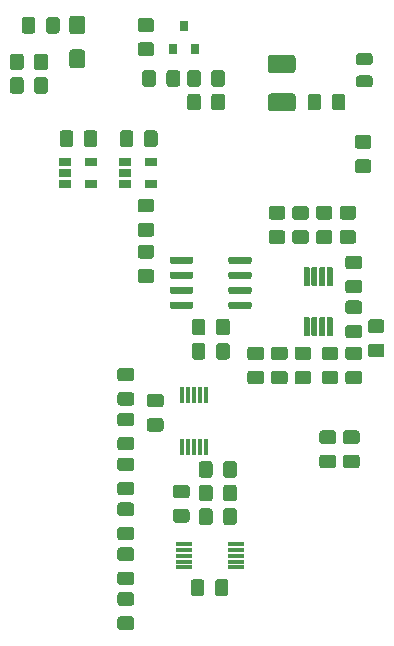
<source format=gbr>
%TF.GenerationSoftware,KiCad,Pcbnew,(5.1.5)-2*%
%TF.CreationDate,2020-11-02T10:42:39+13:00*%
%TF.ProjectId,RGB-to-component,5247422d-746f-42d6-936f-6d706f6e656e,rev?*%
%TF.SameCoordinates,Original*%
%TF.FileFunction,Paste,Top*%
%TF.FilePolarity,Positive*%
%FSLAX46Y46*%
G04 Gerber Fmt 4.6, Leading zero omitted, Abs format (unit mm)*
G04 Created by KiCad (PCBNEW (5.1.5)-2) date 2020-11-02 10:42:39*
%MOMM*%
%LPD*%
G04 APERTURE LIST*
%ADD10C,0.100000*%
%ADD11R,0.300000X1.400000*%
%ADD12R,1.060000X0.650000*%
%ADD13R,1.400000X0.300000*%
%ADD14R,0.800000X0.900000*%
G04 APERTURE END LIST*
D10*
G36*
X55112252Y-67800602D02*
G01*
X55124386Y-67802402D01*
X55136286Y-67805382D01*
X55147835Y-67809515D01*
X55158925Y-67814760D01*
X55169446Y-67821066D01*
X55179299Y-67828374D01*
X55188388Y-67836612D01*
X55196626Y-67845701D01*
X55203934Y-67855554D01*
X55210240Y-67866075D01*
X55215485Y-67877165D01*
X55219618Y-67888714D01*
X55222598Y-67900614D01*
X55224398Y-67912748D01*
X55225000Y-67925000D01*
X55225000Y-69300000D01*
X55224398Y-69312252D01*
X55222598Y-69324386D01*
X55219618Y-69336286D01*
X55215485Y-69347835D01*
X55210240Y-69358925D01*
X55203934Y-69369446D01*
X55196626Y-69379299D01*
X55188388Y-69388388D01*
X55179299Y-69396626D01*
X55169446Y-69403934D01*
X55158925Y-69410240D01*
X55147835Y-69415485D01*
X55136286Y-69419618D01*
X55124386Y-69422598D01*
X55112252Y-69424398D01*
X55100000Y-69425000D01*
X54850000Y-69425000D01*
X54837748Y-69424398D01*
X54825614Y-69422598D01*
X54813714Y-69419618D01*
X54802165Y-69415485D01*
X54791075Y-69410240D01*
X54780554Y-69403934D01*
X54770701Y-69396626D01*
X54761612Y-69388388D01*
X54753374Y-69379299D01*
X54746066Y-69369446D01*
X54739760Y-69358925D01*
X54734515Y-69347835D01*
X54730382Y-69336286D01*
X54727402Y-69324386D01*
X54725602Y-69312252D01*
X54725000Y-69300000D01*
X54725000Y-67925000D01*
X54725602Y-67912748D01*
X54727402Y-67900614D01*
X54730382Y-67888714D01*
X54734515Y-67877165D01*
X54739760Y-67866075D01*
X54746066Y-67855554D01*
X54753374Y-67845701D01*
X54761612Y-67836612D01*
X54770701Y-67828374D01*
X54780554Y-67821066D01*
X54791075Y-67814760D01*
X54802165Y-67809515D01*
X54813714Y-67805382D01*
X54825614Y-67802402D01*
X54837748Y-67800602D01*
X54850000Y-67800000D01*
X55100000Y-67800000D01*
X55112252Y-67800602D01*
G37*
G36*
X54462252Y-67800602D02*
G01*
X54474386Y-67802402D01*
X54486286Y-67805382D01*
X54497835Y-67809515D01*
X54508925Y-67814760D01*
X54519446Y-67821066D01*
X54529299Y-67828374D01*
X54538388Y-67836612D01*
X54546626Y-67845701D01*
X54553934Y-67855554D01*
X54560240Y-67866075D01*
X54565485Y-67877165D01*
X54569618Y-67888714D01*
X54572598Y-67900614D01*
X54574398Y-67912748D01*
X54575000Y-67925000D01*
X54575000Y-69300000D01*
X54574398Y-69312252D01*
X54572598Y-69324386D01*
X54569618Y-69336286D01*
X54565485Y-69347835D01*
X54560240Y-69358925D01*
X54553934Y-69369446D01*
X54546626Y-69379299D01*
X54538388Y-69388388D01*
X54529299Y-69396626D01*
X54519446Y-69403934D01*
X54508925Y-69410240D01*
X54497835Y-69415485D01*
X54486286Y-69419618D01*
X54474386Y-69422598D01*
X54462252Y-69424398D01*
X54450000Y-69425000D01*
X54200000Y-69425000D01*
X54187748Y-69424398D01*
X54175614Y-69422598D01*
X54163714Y-69419618D01*
X54152165Y-69415485D01*
X54141075Y-69410240D01*
X54130554Y-69403934D01*
X54120701Y-69396626D01*
X54111612Y-69388388D01*
X54103374Y-69379299D01*
X54096066Y-69369446D01*
X54089760Y-69358925D01*
X54084515Y-69347835D01*
X54080382Y-69336286D01*
X54077402Y-69324386D01*
X54075602Y-69312252D01*
X54075000Y-69300000D01*
X54075000Y-67925000D01*
X54075602Y-67912748D01*
X54077402Y-67900614D01*
X54080382Y-67888714D01*
X54084515Y-67877165D01*
X54089760Y-67866075D01*
X54096066Y-67855554D01*
X54103374Y-67845701D01*
X54111612Y-67836612D01*
X54120701Y-67828374D01*
X54130554Y-67821066D01*
X54141075Y-67814760D01*
X54152165Y-67809515D01*
X54163714Y-67805382D01*
X54175614Y-67802402D01*
X54187748Y-67800602D01*
X54200000Y-67800000D01*
X54450000Y-67800000D01*
X54462252Y-67800602D01*
G37*
G36*
X53812252Y-67800602D02*
G01*
X53824386Y-67802402D01*
X53836286Y-67805382D01*
X53847835Y-67809515D01*
X53858925Y-67814760D01*
X53869446Y-67821066D01*
X53879299Y-67828374D01*
X53888388Y-67836612D01*
X53896626Y-67845701D01*
X53903934Y-67855554D01*
X53910240Y-67866075D01*
X53915485Y-67877165D01*
X53919618Y-67888714D01*
X53922598Y-67900614D01*
X53924398Y-67912748D01*
X53925000Y-67925000D01*
X53925000Y-69300000D01*
X53924398Y-69312252D01*
X53922598Y-69324386D01*
X53919618Y-69336286D01*
X53915485Y-69347835D01*
X53910240Y-69358925D01*
X53903934Y-69369446D01*
X53896626Y-69379299D01*
X53888388Y-69388388D01*
X53879299Y-69396626D01*
X53869446Y-69403934D01*
X53858925Y-69410240D01*
X53847835Y-69415485D01*
X53836286Y-69419618D01*
X53824386Y-69422598D01*
X53812252Y-69424398D01*
X53800000Y-69425000D01*
X53550000Y-69425000D01*
X53537748Y-69424398D01*
X53525614Y-69422598D01*
X53513714Y-69419618D01*
X53502165Y-69415485D01*
X53491075Y-69410240D01*
X53480554Y-69403934D01*
X53470701Y-69396626D01*
X53461612Y-69388388D01*
X53453374Y-69379299D01*
X53446066Y-69369446D01*
X53439760Y-69358925D01*
X53434515Y-69347835D01*
X53430382Y-69336286D01*
X53427402Y-69324386D01*
X53425602Y-69312252D01*
X53425000Y-69300000D01*
X53425000Y-67925000D01*
X53425602Y-67912748D01*
X53427402Y-67900614D01*
X53430382Y-67888714D01*
X53434515Y-67877165D01*
X53439760Y-67866075D01*
X53446066Y-67855554D01*
X53453374Y-67845701D01*
X53461612Y-67836612D01*
X53470701Y-67828374D01*
X53480554Y-67821066D01*
X53491075Y-67814760D01*
X53502165Y-67809515D01*
X53513714Y-67805382D01*
X53525614Y-67802402D01*
X53537748Y-67800602D01*
X53550000Y-67800000D01*
X53800000Y-67800000D01*
X53812252Y-67800602D01*
G37*
G36*
X53162252Y-67800602D02*
G01*
X53174386Y-67802402D01*
X53186286Y-67805382D01*
X53197835Y-67809515D01*
X53208925Y-67814760D01*
X53219446Y-67821066D01*
X53229299Y-67828374D01*
X53238388Y-67836612D01*
X53246626Y-67845701D01*
X53253934Y-67855554D01*
X53260240Y-67866075D01*
X53265485Y-67877165D01*
X53269618Y-67888714D01*
X53272598Y-67900614D01*
X53274398Y-67912748D01*
X53275000Y-67925000D01*
X53275000Y-69300000D01*
X53274398Y-69312252D01*
X53272598Y-69324386D01*
X53269618Y-69336286D01*
X53265485Y-69347835D01*
X53260240Y-69358925D01*
X53253934Y-69369446D01*
X53246626Y-69379299D01*
X53238388Y-69388388D01*
X53229299Y-69396626D01*
X53219446Y-69403934D01*
X53208925Y-69410240D01*
X53197835Y-69415485D01*
X53186286Y-69419618D01*
X53174386Y-69422598D01*
X53162252Y-69424398D01*
X53150000Y-69425000D01*
X52900000Y-69425000D01*
X52887748Y-69424398D01*
X52875614Y-69422598D01*
X52863714Y-69419618D01*
X52852165Y-69415485D01*
X52841075Y-69410240D01*
X52830554Y-69403934D01*
X52820701Y-69396626D01*
X52811612Y-69388388D01*
X52803374Y-69379299D01*
X52796066Y-69369446D01*
X52789760Y-69358925D01*
X52784515Y-69347835D01*
X52780382Y-69336286D01*
X52777402Y-69324386D01*
X52775602Y-69312252D01*
X52775000Y-69300000D01*
X52775000Y-67925000D01*
X52775602Y-67912748D01*
X52777402Y-67900614D01*
X52780382Y-67888714D01*
X52784515Y-67877165D01*
X52789760Y-67866075D01*
X52796066Y-67855554D01*
X52803374Y-67845701D01*
X52811612Y-67836612D01*
X52820701Y-67828374D01*
X52830554Y-67821066D01*
X52841075Y-67814760D01*
X52852165Y-67809515D01*
X52863714Y-67805382D01*
X52875614Y-67802402D01*
X52887748Y-67800602D01*
X52900000Y-67800000D01*
X53150000Y-67800000D01*
X53162252Y-67800602D01*
G37*
G36*
X53162252Y-63575602D02*
G01*
X53174386Y-63577402D01*
X53186286Y-63580382D01*
X53197835Y-63584515D01*
X53208925Y-63589760D01*
X53219446Y-63596066D01*
X53229299Y-63603374D01*
X53238388Y-63611612D01*
X53246626Y-63620701D01*
X53253934Y-63630554D01*
X53260240Y-63641075D01*
X53265485Y-63652165D01*
X53269618Y-63663714D01*
X53272598Y-63675614D01*
X53274398Y-63687748D01*
X53275000Y-63700000D01*
X53275000Y-65075000D01*
X53274398Y-65087252D01*
X53272598Y-65099386D01*
X53269618Y-65111286D01*
X53265485Y-65122835D01*
X53260240Y-65133925D01*
X53253934Y-65144446D01*
X53246626Y-65154299D01*
X53238388Y-65163388D01*
X53229299Y-65171626D01*
X53219446Y-65178934D01*
X53208925Y-65185240D01*
X53197835Y-65190485D01*
X53186286Y-65194618D01*
X53174386Y-65197598D01*
X53162252Y-65199398D01*
X53150000Y-65200000D01*
X52900000Y-65200000D01*
X52887748Y-65199398D01*
X52875614Y-65197598D01*
X52863714Y-65194618D01*
X52852165Y-65190485D01*
X52841075Y-65185240D01*
X52830554Y-65178934D01*
X52820701Y-65171626D01*
X52811612Y-65163388D01*
X52803374Y-65154299D01*
X52796066Y-65144446D01*
X52789760Y-65133925D01*
X52784515Y-65122835D01*
X52780382Y-65111286D01*
X52777402Y-65099386D01*
X52775602Y-65087252D01*
X52775000Y-65075000D01*
X52775000Y-63700000D01*
X52775602Y-63687748D01*
X52777402Y-63675614D01*
X52780382Y-63663714D01*
X52784515Y-63652165D01*
X52789760Y-63641075D01*
X52796066Y-63630554D01*
X52803374Y-63620701D01*
X52811612Y-63611612D01*
X52820701Y-63603374D01*
X52830554Y-63596066D01*
X52841075Y-63589760D01*
X52852165Y-63584515D01*
X52863714Y-63580382D01*
X52875614Y-63577402D01*
X52887748Y-63575602D01*
X52900000Y-63575000D01*
X53150000Y-63575000D01*
X53162252Y-63575602D01*
G37*
G36*
X53812252Y-63575602D02*
G01*
X53824386Y-63577402D01*
X53836286Y-63580382D01*
X53847835Y-63584515D01*
X53858925Y-63589760D01*
X53869446Y-63596066D01*
X53879299Y-63603374D01*
X53888388Y-63611612D01*
X53896626Y-63620701D01*
X53903934Y-63630554D01*
X53910240Y-63641075D01*
X53915485Y-63652165D01*
X53919618Y-63663714D01*
X53922598Y-63675614D01*
X53924398Y-63687748D01*
X53925000Y-63700000D01*
X53925000Y-65075000D01*
X53924398Y-65087252D01*
X53922598Y-65099386D01*
X53919618Y-65111286D01*
X53915485Y-65122835D01*
X53910240Y-65133925D01*
X53903934Y-65144446D01*
X53896626Y-65154299D01*
X53888388Y-65163388D01*
X53879299Y-65171626D01*
X53869446Y-65178934D01*
X53858925Y-65185240D01*
X53847835Y-65190485D01*
X53836286Y-65194618D01*
X53824386Y-65197598D01*
X53812252Y-65199398D01*
X53800000Y-65200000D01*
X53550000Y-65200000D01*
X53537748Y-65199398D01*
X53525614Y-65197598D01*
X53513714Y-65194618D01*
X53502165Y-65190485D01*
X53491075Y-65185240D01*
X53480554Y-65178934D01*
X53470701Y-65171626D01*
X53461612Y-65163388D01*
X53453374Y-65154299D01*
X53446066Y-65144446D01*
X53439760Y-65133925D01*
X53434515Y-65122835D01*
X53430382Y-65111286D01*
X53427402Y-65099386D01*
X53425602Y-65087252D01*
X53425000Y-65075000D01*
X53425000Y-63700000D01*
X53425602Y-63687748D01*
X53427402Y-63675614D01*
X53430382Y-63663714D01*
X53434515Y-63652165D01*
X53439760Y-63641075D01*
X53446066Y-63630554D01*
X53453374Y-63620701D01*
X53461612Y-63611612D01*
X53470701Y-63603374D01*
X53480554Y-63596066D01*
X53491075Y-63589760D01*
X53502165Y-63584515D01*
X53513714Y-63580382D01*
X53525614Y-63577402D01*
X53537748Y-63575602D01*
X53550000Y-63575000D01*
X53800000Y-63575000D01*
X53812252Y-63575602D01*
G37*
G36*
X54462252Y-63575602D02*
G01*
X54474386Y-63577402D01*
X54486286Y-63580382D01*
X54497835Y-63584515D01*
X54508925Y-63589760D01*
X54519446Y-63596066D01*
X54529299Y-63603374D01*
X54538388Y-63611612D01*
X54546626Y-63620701D01*
X54553934Y-63630554D01*
X54560240Y-63641075D01*
X54565485Y-63652165D01*
X54569618Y-63663714D01*
X54572598Y-63675614D01*
X54574398Y-63687748D01*
X54575000Y-63700000D01*
X54575000Y-65075000D01*
X54574398Y-65087252D01*
X54572598Y-65099386D01*
X54569618Y-65111286D01*
X54565485Y-65122835D01*
X54560240Y-65133925D01*
X54553934Y-65144446D01*
X54546626Y-65154299D01*
X54538388Y-65163388D01*
X54529299Y-65171626D01*
X54519446Y-65178934D01*
X54508925Y-65185240D01*
X54497835Y-65190485D01*
X54486286Y-65194618D01*
X54474386Y-65197598D01*
X54462252Y-65199398D01*
X54450000Y-65200000D01*
X54200000Y-65200000D01*
X54187748Y-65199398D01*
X54175614Y-65197598D01*
X54163714Y-65194618D01*
X54152165Y-65190485D01*
X54141075Y-65185240D01*
X54130554Y-65178934D01*
X54120701Y-65171626D01*
X54111612Y-65163388D01*
X54103374Y-65154299D01*
X54096066Y-65144446D01*
X54089760Y-65133925D01*
X54084515Y-65122835D01*
X54080382Y-65111286D01*
X54077402Y-65099386D01*
X54075602Y-65087252D01*
X54075000Y-65075000D01*
X54075000Y-63700000D01*
X54075602Y-63687748D01*
X54077402Y-63675614D01*
X54080382Y-63663714D01*
X54084515Y-63652165D01*
X54089760Y-63641075D01*
X54096066Y-63630554D01*
X54103374Y-63620701D01*
X54111612Y-63611612D01*
X54120701Y-63603374D01*
X54130554Y-63596066D01*
X54141075Y-63589760D01*
X54152165Y-63584515D01*
X54163714Y-63580382D01*
X54175614Y-63577402D01*
X54187748Y-63575602D01*
X54200000Y-63575000D01*
X54450000Y-63575000D01*
X54462252Y-63575602D01*
G37*
G36*
X55112252Y-63575602D02*
G01*
X55124386Y-63577402D01*
X55136286Y-63580382D01*
X55147835Y-63584515D01*
X55158925Y-63589760D01*
X55169446Y-63596066D01*
X55179299Y-63603374D01*
X55188388Y-63611612D01*
X55196626Y-63620701D01*
X55203934Y-63630554D01*
X55210240Y-63641075D01*
X55215485Y-63652165D01*
X55219618Y-63663714D01*
X55222598Y-63675614D01*
X55224398Y-63687748D01*
X55225000Y-63700000D01*
X55225000Y-65075000D01*
X55224398Y-65087252D01*
X55222598Y-65099386D01*
X55219618Y-65111286D01*
X55215485Y-65122835D01*
X55210240Y-65133925D01*
X55203934Y-65144446D01*
X55196626Y-65154299D01*
X55188388Y-65163388D01*
X55179299Y-65171626D01*
X55169446Y-65178934D01*
X55158925Y-65185240D01*
X55147835Y-65190485D01*
X55136286Y-65194618D01*
X55124386Y-65197598D01*
X55112252Y-65199398D01*
X55100000Y-65200000D01*
X54850000Y-65200000D01*
X54837748Y-65199398D01*
X54825614Y-65197598D01*
X54813714Y-65194618D01*
X54802165Y-65190485D01*
X54791075Y-65185240D01*
X54780554Y-65178934D01*
X54770701Y-65171626D01*
X54761612Y-65163388D01*
X54753374Y-65154299D01*
X54746066Y-65144446D01*
X54739760Y-65133925D01*
X54734515Y-65122835D01*
X54730382Y-65111286D01*
X54727402Y-65099386D01*
X54725602Y-65087252D01*
X54725000Y-65075000D01*
X54725000Y-63700000D01*
X54725602Y-63687748D01*
X54727402Y-63675614D01*
X54730382Y-63663714D01*
X54734515Y-63652165D01*
X54739760Y-63641075D01*
X54746066Y-63630554D01*
X54753374Y-63620701D01*
X54761612Y-63611612D01*
X54770701Y-63603374D01*
X54780554Y-63596066D01*
X54791075Y-63589760D01*
X54802165Y-63584515D01*
X54813714Y-63580382D01*
X54825614Y-63577402D01*
X54837748Y-63575602D01*
X54850000Y-63575000D01*
X55100000Y-63575000D01*
X55112252Y-63575602D01*
G37*
G36*
X31874505Y-42401204D02*
G01*
X31898773Y-42404804D01*
X31922572Y-42410765D01*
X31945671Y-42419030D01*
X31967850Y-42429520D01*
X31988893Y-42442132D01*
X32008599Y-42456747D01*
X32026777Y-42473223D01*
X32043253Y-42491401D01*
X32057868Y-42511107D01*
X32070480Y-42532150D01*
X32080970Y-42554329D01*
X32089235Y-42577428D01*
X32095196Y-42601227D01*
X32098796Y-42625495D01*
X32100000Y-42649999D01*
X32100000Y-43550001D01*
X32098796Y-43574505D01*
X32095196Y-43598773D01*
X32089235Y-43622572D01*
X32080970Y-43645671D01*
X32070480Y-43667850D01*
X32057868Y-43688893D01*
X32043253Y-43708599D01*
X32026777Y-43726777D01*
X32008599Y-43743253D01*
X31988893Y-43757868D01*
X31967850Y-43770480D01*
X31945671Y-43780970D01*
X31922572Y-43789235D01*
X31898773Y-43795196D01*
X31874505Y-43798796D01*
X31850001Y-43800000D01*
X31199999Y-43800000D01*
X31175495Y-43798796D01*
X31151227Y-43795196D01*
X31127428Y-43789235D01*
X31104329Y-43780970D01*
X31082150Y-43770480D01*
X31061107Y-43757868D01*
X31041401Y-43743253D01*
X31023223Y-43726777D01*
X31006747Y-43708599D01*
X30992132Y-43688893D01*
X30979520Y-43667850D01*
X30969030Y-43645671D01*
X30960765Y-43622572D01*
X30954804Y-43598773D01*
X30951204Y-43574505D01*
X30950000Y-43550001D01*
X30950000Y-42649999D01*
X30951204Y-42625495D01*
X30954804Y-42601227D01*
X30960765Y-42577428D01*
X30969030Y-42554329D01*
X30979520Y-42532150D01*
X30992132Y-42511107D01*
X31006747Y-42491401D01*
X31023223Y-42473223D01*
X31041401Y-42456747D01*
X31061107Y-42442132D01*
X31082150Y-42429520D01*
X31104329Y-42419030D01*
X31127428Y-42410765D01*
X31151227Y-42404804D01*
X31175495Y-42401204D01*
X31199999Y-42400000D01*
X31850001Y-42400000D01*
X31874505Y-42401204D01*
G37*
G36*
X29824505Y-42401204D02*
G01*
X29848773Y-42404804D01*
X29872572Y-42410765D01*
X29895671Y-42419030D01*
X29917850Y-42429520D01*
X29938893Y-42442132D01*
X29958599Y-42456747D01*
X29976777Y-42473223D01*
X29993253Y-42491401D01*
X30007868Y-42511107D01*
X30020480Y-42532150D01*
X30030970Y-42554329D01*
X30039235Y-42577428D01*
X30045196Y-42601227D01*
X30048796Y-42625495D01*
X30050000Y-42649999D01*
X30050000Y-43550001D01*
X30048796Y-43574505D01*
X30045196Y-43598773D01*
X30039235Y-43622572D01*
X30030970Y-43645671D01*
X30020480Y-43667850D01*
X30007868Y-43688893D01*
X29993253Y-43708599D01*
X29976777Y-43726777D01*
X29958599Y-43743253D01*
X29938893Y-43757868D01*
X29917850Y-43770480D01*
X29895671Y-43780970D01*
X29872572Y-43789235D01*
X29848773Y-43795196D01*
X29824505Y-43798796D01*
X29800001Y-43800000D01*
X29149999Y-43800000D01*
X29125495Y-43798796D01*
X29101227Y-43795196D01*
X29077428Y-43789235D01*
X29054329Y-43780970D01*
X29032150Y-43770480D01*
X29011107Y-43757868D01*
X28991401Y-43743253D01*
X28973223Y-43726777D01*
X28956747Y-43708599D01*
X28942132Y-43688893D01*
X28929520Y-43667850D01*
X28919030Y-43645671D01*
X28910765Y-43622572D01*
X28904804Y-43598773D01*
X28901204Y-43574505D01*
X28900000Y-43550001D01*
X28900000Y-42649999D01*
X28901204Y-42625495D01*
X28904804Y-42601227D01*
X28910765Y-42577428D01*
X28919030Y-42554329D01*
X28929520Y-42532150D01*
X28942132Y-42511107D01*
X28956747Y-42491401D01*
X28973223Y-42473223D01*
X28991401Y-42456747D01*
X29011107Y-42442132D01*
X29032150Y-42429520D01*
X29054329Y-42419030D01*
X29077428Y-42410765D01*
X29101227Y-42404804D01*
X29125495Y-42401204D01*
X29149999Y-42400000D01*
X29800001Y-42400000D01*
X29824505Y-42401204D01*
G37*
G36*
X56074505Y-48901204D02*
G01*
X56098773Y-48904804D01*
X56122572Y-48910765D01*
X56145671Y-48919030D01*
X56167850Y-48929520D01*
X56188893Y-48942132D01*
X56208599Y-48956747D01*
X56226777Y-48973223D01*
X56243253Y-48991401D01*
X56257868Y-49011107D01*
X56270480Y-49032150D01*
X56280970Y-49054329D01*
X56289235Y-49077428D01*
X56295196Y-49101227D01*
X56298796Y-49125495D01*
X56300000Y-49149999D01*
X56300000Y-50050001D01*
X56298796Y-50074505D01*
X56295196Y-50098773D01*
X56289235Y-50122572D01*
X56280970Y-50145671D01*
X56270480Y-50167850D01*
X56257868Y-50188893D01*
X56243253Y-50208599D01*
X56226777Y-50226777D01*
X56208599Y-50243253D01*
X56188893Y-50257868D01*
X56167850Y-50270480D01*
X56145671Y-50280970D01*
X56122572Y-50289235D01*
X56098773Y-50295196D01*
X56074505Y-50298796D01*
X56050001Y-50300000D01*
X55399999Y-50300000D01*
X55375495Y-50298796D01*
X55351227Y-50295196D01*
X55327428Y-50289235D01*
X55304329Y-50280970D01*
X55282150Y-50270480D01*
X55261107Y-50257868D01*
X55241401Y-50243253D01*
X55223223Y-50226777D01*
X55206747Y-50208599D01*
X55192132Y-50188893D01*
X55179520Y-50167850D01*
X55169030Y-50145671D01*
X55160765Y-50122572D01*
X55154804Y-50098773D01*
X55151204Y-50074505D01*
X55150000Y-50050001D01*
X55150000Y-49149999D01*
X55151204Y-49125495D01*
X55154804Y-49101227D01*
X55160765Y-49077428D01*
X55169030Y-49054329D01*
X55179520Y-49032150D01*
X55192132Y-49011107D01*
X55206747Y-48991401D01*
X55223223Y-48973223D01*
X55241401Y-48956747D01*
X55261107Y-48942132D01*
X55282150Y-48929520D01*
X55304329Y-48919030D01*
X55327428Y-48910765D01*
X55351227Y-48904804D01*
X55375495Y-48901204D01*
X55399999Y-48900000D01*
X56050001Y-48900000D01*
X56074505Y-48901204D01*
G37*
G36*
X54024505Y-48901204D02*
G01*
X54048773Y-48904804D01*
X54072572Y-48910765D01*
X54095671Y-48919030D01*
X54117850Y-48929520D01*
X54138893Y-48942132D01*
X54158599Y-48956747D01*
X54176777Y-48973223D01*
X54193253Y-48991401D01*
X54207868Y-49011107D01*
X54220480Y-49032150D01*
X54230970Y-49054329D01*
X54239235Y-49077428D01*
X54245196Y-49101227D01*
X54248796Y-49125495D01*
X54250000Y-49149999D01*
X54250000Y-50050001D01*
X54248796Y-50074505D01*
X54245196Y-50098773D01*
X54239235Y-50122572D01*
X54230970Y-50145671D01*
X54220480Y-50167850D01*
X54207868Y-50188893D01*
X54193253Y-50208599D01*
X54176777Y-50226777D01*
X54158599Y-50243253D01*
X54138893Y-50257868D01*
X54117850Y-50270480D01*
X54095671Y-50280970D01*
X54072572Y-50289235D01*
X54048773Y-50295196D01*
X54024505Y-50298796D01*
X54000001Y-50300000D01*
X53349999Y-50300000D01*
X53325495Y-50298796D01*
X53301227Y-50295196D01*
X53277428Y-50289235D01*
X53254329Y-50280970D01*
X53232150Y-50270480D01*
X53211107Y-50257868D01*
X53191401Y-50243253D01*
X53173223Y-50226777D01*
X53156747Y-50208599D01*
X53142132Y-50188893D01*
X53129520Y-50167850D01*
X53119030Y-50145671D01*
X53110765Y-50122572D01*
X53104804Y-50098773D01*
X53101204Y-50074505D01*
X53100000Y-50050001D01*
X53100000Y-49149999D01*
X53101204Y-49125495D01*
X53104804Y-49101227D01*
X53110765Y-49077428D01*
X53119030Y-49054329D01*
X53129520Y-49032150D01*
X53142132Y-49011107D01*
X53156747Y-48991401D01*
X53173223Y-48973223D01*
X53191401Y-48956747D01*
X53211107Y-48942132D01*
X53232150Y-48929520D01*
X53254329Y-48919030D01*
X53277428Y-48910765D01*
X53301227Y-48904804D01*
X53325495Y-48901204D01*
X53349999Y-48900000D01*
X54000001Y-48900000D01*
X54024505Y-48901204D01*
G37*
G36*
X59374505Y-70051204D02*
G01*
X59398773Y-70054804D01*
X59422572Y-70060765D01*
X59445671Y-70069030D01*
X59467850Y-70079520D01*
X59488893Y-70092132D01*
X59508599Y-70106747D01*
X59526777Y-70123223D01*
X59543253Y-70141401D01*
X59557868Y-70161107D01*
X59570480Y-70182150D01*
X59580970Y-70204329D01*
X59589235Y-70227428D01*
X59595196Y-70251227D01*
X59598796Y-70275495D01*
X59600000Y-70299999D01*
X59600000Y-70950001D01*
X59598796Y-70974505D01*
X59595196Y-70998773D01*
X59589235Y-71022572D01*
X59580970Y-71045671D01*
X59570480Y-71067850D01*
X59557868Y-71088893D01*
X59543253Y-71108599D01*
X59526777Y-71126777D01*
X59508599Y-71143253D01*
X59488893Y-71157868D01*
X59467850Y-71170480D01*
X59445671Y-71180970D01*
X59422572Y-71189235D01*
X59398773Y-71195196D01*
X59374505Y-71198796D01*
X59350001Y-71200000D01*
X58449999Y-71200000D01*
X58425495Y-71198796D01*
X58401227Y-71195196D01*
X58377428Y-71189235D01*
X58354329Y-71180970D01*
X58332150Y-71170480D01*
X58311107Y-71157868D01*
X58291401Y-71143253D01*
X58273223Y-71126777D01*
X58256747Y-71108599D01*
X58242132Y-71088893D01*
X58229520Y-71067850D01*
X58219030Y-71045671D01*
X58210765Y-71022572D01*
X58204804Y-70998773D01*
X58201204Y-70974505D01*
X58200000Y-70950001D01*
X58200000Y-70299999D01*
X58201204Y-70275495D01*
X58204804Y-70251227D01*
X58210765Y-70227428D01*
X58219030Y-70204329D01*
X58229520Y-70182150D01*
X58242132Y-70161107D01*
X58256747Y-70141401D01*
X58273223Y-70123223D01*
X58291401Y-70106747D01*
X58311107Y-70092132D01*
X58332150Y-70079520D01*
X58354329Y-70069030D01*
X58377428Y-70060765D01*
X58401227Y-70054804D01*
X58425495Y-70051204D01*
X58449999Y-70050000D01*
X59350001Y-70050000D01*
X59374505Y-70051204D01*
G37*
G36*
X59374505Y-68001204D02*
G01*
X59398773Y-68004804D01*
X59422572Y-68010765D01*
X59445671Y-68019030D01*
X59467850Y-68029520D01*
X59488893Y-68042132D01*
X59508599Y-68056747D01*
X59526777Y-68073223D01*
X59543253Y-68091401D01*
X59557868Y-68111107D01*
X59570480Y-68132150D01*
X59580970Y-68154329D01*
X59589235Y-68177428D01*
X59595196Y-68201227D01*
X59598796Y-68225495D01*
X59600000Y-68249999D01*
X59600000Y-68900001D01*
X59598796Y-68924505D01*
X59595196Y-68948773D01*
X59589235Y-68972572D01*
X59580970Y-68995671D01*
X59570480Y-69017850D01*
X59557868Y-69038893D01*
X59543253Y-69058599D01*
X59526777Y-69076777D01*
X59508599Y-69093253D01*
X59488893Y-69107868D01*
X59467850Y-69120480D01*
X59445671Y-69130970D01*
X59422572Y-69139235D01*
X59398773Y-69145196D01*
X59374505Y-69148796D01*
X59350001Y-69150000D01*
X58449999Y-69150000D01*
X58425495Y-69148796D01*
X58401227Y-69145196D01*
X58377428Y-69139235D01*
X58354329Y-69130970D01*
X58332150Y-69120480D01*
X58311107Y-69107868D01*
X58291401Y-69093253D01*
X58273223Y-69076777D01*
X58256747Y-69058599D01*
X58242132Y-69038893D01*
X58229520Y-69017850D01*
X58219030Y-68995671D01*
X58210765Y-68972572D01*
X58204804Y-68948773D01*
X58201204Y-68924505D01*
X58200000Y-68900001D01*
X58200000Y-68249999D01*
X58201204Y-68225495D01*
X58204804Y-68201227D01*
X58210765Y-68177428D01*
X58219030Y-68154329D01*
X58229520Y-68132150D01*
X58242132Y-68111107D01*
X58256747Y-68091401D01*
X58273223Y-68073223D01*
X58291401Y-68056747D01*
X58311107Y-68042132D01*
X58332150Y-68029520D01*
X58354329Y-68019030D01*
X58377428Y-68010765D01*
X58401227Y-68004804D01*
X58425495Y-68001204D01*
X58449999Y-68000000D01*
X59350001Y-68000000D01*
X59374505Y-68001204D01*
G37*
G36*
X58380142Y-47351174D02*
G01*
X58403803Y-47354684D01*
X58427007Y-47360496D01*
X58449529Y-47368554D01*
X58471153Y-47378782D01*
X58491670Y-47391079D01*
X58510883Y-47405329D01*
X58528607Y-47421393D01*
X58544671Y-47439117D01*
X58558921Y-47458330D01*
X58571218Y-47478847D01*
X58581446Y-47500471D01*
X58589504Y-47522993D01*
X58595316Y-47546197D01*
X58598826Y-47569858D01*
X58600000Y-47593750D01*
X58600000Y-48081250D01*
X58598826Y-48105142D01*
X58595316Y-48128803D01*
X58589504Y-48152007D01*
X58581446Y-48174529D01*
X58571218Y-48196153D01*
X58558921Y-48216670D01*
X58544671Y-48235883D01*
X58528607Y-48253607D01*
X58510883Y-48269671D01*
X58491670Y-48283921D01*
X58471153Y-48296218D01*
X58449529Y-48306446D01*
X58427007Y-48314504D01*
X58403803Y-48320316D01*
X58380142Y-48323826D01*
X58356250Y-48325000D01*
X57443750Y-48325000D01*
X57419858Y-48323826D01*
X57396197Y-48320316D01*
X57372993Y-48314504D01*
X57350471Y-48306446D01*
X57328847Y-48296218D01*
X57308330Y-48283921D01*
X57289117Y-48269671D01*
X57271393Y-48253607D01*
X57255329Y-48235883D01*
X57241079Y-48216670D01*
X57228782Y-48196153D01*
X57218554Y-48174529D01*
X57210496Y-48152007D01*
X57204684Y-48128803D01*
X57201174Y-48105142D01*
X57200000Y-48081250D01*
X57200000Y-47593750D01*
X57201174Y-47569858D01*
X57204684Y-47546197D01*
X57210496Y-47522993D01*
X57218554Y-47500471D01*
X57228782Y-47478847D01*
X57241079Y-47458330D01*
X57255329Y-47439117D01*
X57271393Y-47421393D01*
X57289117Y-47405329D01*
X57308330Y-47391079D01*
X57328847Y-47378782D01*
X57350471Y-47368554D01*
X57372993Y-47360496D01*
X57396197Y-47354684D01*
X57419858Y-47351174D01*
X57443750Y-47350000D01*
X58356250Y-47350000D01*
X58380142Y-47351174D01*
G37*
G36*
X58380142Y-45476174D02*
G01*
X58403803Y-45479684D01*
X58427007Y-45485496D01*
X58449529Y-45493554D01*
X58471153Y-45503782D01*
X58491670Y-45516079D01*
X58510883Y-45530329D01*
X58528607Y-45546393D01*
X58544671Y-45564117D01*
X58558921Y-45583330D01*
X58571218Y-45603847D01*
X58581446Y-45625471D01*
X58589504Y-45647993D01*
X58595316Y-45671197D01*
X58598826Y-45694858D01*
X58600000Y-45718750D01*
X58600000Y-46206250D01*
X58598826Y-46230142D01*
X58595316Y-46253803D01*
X58589504Y-46277007D01*
X58581446Y-46299529D01*
X58571218Y-46321153D01*
X58558921Y-46341670D01*
X58544671Y-46360883D01*
X58528607Y-46378607D01*
X58510883Y-46394671D01*
X58491670Y-46408921D01*
X58471153Y-46421218D01*
X58449529Y-46431446D01*
X58427007Y-46439504D01*
X58403803Y-46445316D01*
X58380142Y-46448826D01*
X58356250Y-46450000D01*
X57443750Y-46450000D01*
X57419858Y-46448826D01*
X57396197Y-46445316D01*
X57372993Y-46439504D01*
X57350471Y-46431446D01*
X57328847Y-46421218D01*
X57308330Y-46408921D01*
X57289117Y-46394671D01*
X57271393Y-46378607D01*
X57255329Y-46360883D01*
X57241079Y-46341670D01*
X57228782Y-46321153D01*
X57218554Y-46299529D01*
X57210496Y-46277007D01*
X57204684Y-46253803D01*
X57201174Y-46230142D01*
X57200000Y-46206250D01*
X57200000Y-45718750D01*
X57201174Y-45694858D01*
X57204684Y-45671197D01*
X57210496Y-45647993D01*
X57218554Y-45625471D01*
X57228782Y-45603847D01*
X57241079Y-45583330D01*
X57255329Y-45564117D01*
X57271393Y-45546393D01*
X57289117Y-45530329D01*
X57308330Y-45516079D01*
X57328847Y-45503782D01*
X57350471Y-45493554D01*
X57372993Y-45485496D01*
X57396197Y-45479684D01*
X57419858Y-45476174D01*
X57443750Y-45475000D01*
X58356250Y-45475000D01*
X58380142Y-45476174D01*
G37*
G36*
X52974505Y-60451204D02*
G01*
X52998773Y-60454804D01*
X53022572Y-60460765D01*
X53045671Y-60469030D01*
X53067850Y-60479520D01*
X53088893Y-60492132D01*
X53108599Y-60506747D01*
X53126777Y-60523223D01*
X53143253Y-60541401D01*
X53157868Y-60561107D01*
X53170480Y-60582150D01*
X53180970Y-60604329D01*
X53189235Y-60627428D01*
X53195196Y-60651227D01*
X53198796Y-60675495D01*
X53200000Y-60699999D01*
X53200000Y-61350001D01*
X53198796Y-61374505D01*
X53195196Y-61398773D01*
X53189235Y-61422572D01*
X53180970Y-61445671D01*
X53170480Y-61467850D01*
X53157868Y-61488893D01*
X53143253Y-61508599D01*
X53126777Y-61526777D01*
X53108599Y-61543253D01*
X53088893Y-61557868D01*
X53067850Y-61570480D01*
X53045671Y-61580970D01*
X53022572Y-61589235D01*
X52998773Y-61595196D01*
X52974505Y-61598796D01*
X52950001Y-61600000D01*
X52049999Y-61600000D01*
X52025495Y-61598796D01*
X52001227Y-61595196D01*
X51977428Y-61589235D01*
X51954329Y-61580970D01*
X51932150Y-61570480D01*
X51911107Y-61557868D01*
X51891401Y-61543253D01*
X51873223Y-61526777D01*
X51856747Y-61508599D01*
X51842132Y-61488893D01*
X51829520Y-61467850D01*
X51819030Y-61445671D01*
X51810765Y-61422572D01*
X51804804Y-61398773D01*
X51801204Y-61374505D01*
X51800000Y-61350001D01*
X51800000Y-60699999D01*
X51801204Y-60675495D01*
X51804804Y-60651227D01*
X51810765Y-60627428D01*
X51819030Y-60604329D01*
X51829520Y-60582150D01*
X51842132Y-60561107D01*
X51856747Y-60541401D01*
X51873223Y-60523223D01*
X51891401Y-60506747D01*
X51911107Y-60492132D01*
X51932150Y-60479520D01*
X51954329Y-60469030D01*
X51977428Y-60460765D01*
X52001227Y-60454804D01*
X52025495Y-60451204D01*
X52049999Y-60450000D01*
X52950001Y-60450000D01*
X52974505Y-60451204D01*
G37*
G36*
X52974505Y-58401204D02*
G01*
X52998773Y-58404804D01*
X53022572Y-58410765D01*
X53045671Y-58419030D01*
X53067850Y-58429520D01*
X53088893Y-58442132D01*
X53108599Y-58456747D01*
X53126777Y-58473223D01*
X53143253Y-58491401D01*
X53157868Y-58511107D01*
X53170480Y-58532150D01*
X53180970Y-58554329D01*
X53189235Y-58577428D01*
X53195196Y-58601227D01*
X53198796Y-58625495D01*
X53200000Y-58649999D01*
X53200000Y-59300001D01*
X53198796Y-59324505D01*
X53195196Y-59348773D01*
X53189235Y-59372572D01*
X53180970Y-59395671D01*
X53170480Y-59417850D01*
X53157868Y-59438893D01*
X53143253Y-59458599D01*
X53126777Y-59476777D01*
X53108599Y-59493253D01*
X53088893Y-59507868D01*
X53067850Y-59520480D01*
X53045671Y-59530970D01*
X53022572Y-59539235D01*
X52998773Y-59545196D01*
X52974505Y-59548796D01*
X52950001Y-59550000D01*
X52049999Y-59550000D01*
X52025495Y-59548796D01*
X52001227Y-59545196D01*
X51977428Y-59539235D01*
X51954329Y-59530970D01*
X51932150Y-59520480D01*
X51911107Y-59507868D01*
X51891401Y-59493253D01*
X51873223Y-59476777D01*
X51856747Y-59458599D01*
X51842132Y-59438893D01*
X51829520Y-59417850D01*
X51819030Y-59395671D01*
X51810765Y-59372572D01*
X51804804Y-59348773D01*
X51801204Y-59324505D01*
X51800000Y-59300001D01*
X51800000Y-58649999D01*
X51801204Y-58625495D01*
X51804804Y-58601227D01*
X51810765Y-58577428D01*
X51819030Y-58554329D01*
X51829520Y-58532150D01*
X51842132Y-58511107D01*
X51856747Y-58491401D01*
X51873223Y-58473223D01*
X51891401Y-58456747D01*
X51911107Y-58442132D01*
X51932150Y-58429520D01*
X51954329Y-58419030D01*
X51977428Y-58410765D01*
X52001227Y-58404804D01*
X52025495Y-58401204D01*
X52049999Y-58400000D01*
X52950001Y-58400000D01*
X52974505Y-58401204D01*
G37*
D11*
X42500000Y-74400000D03*
X43000000Y-74400000D03*
X43500000Y-74400000D03*
X44000000Y-74400000D03*
X44500000Y-74400000D03*
X44500000Y-78800000D03*
X44000000Y-78800000D03*
X43500000Y-78800000D03*
X43000000Y-78800000D03*
X42500000Y-78800000D03*
D10*
G36*
X34049505Y-45151204D02*
G01*
X34073773Y-45154804D01*
X34097572Y-45160765D01*
X34120671Y-45169030D01*
X34142850Y-45179520D01*
X34163893Y-45192132D01*
X34183599Y-45206747D01*
X34201777Y-45223223D01*
X34218253Y-45241401D01*
X34232868Y-45261107D01*
X34245480Y-45282150D01*
X34255970Y-45304329D01*
X34264235Y-45327428D01*
X34270196Y-45351227D01*
X34273796Y-45375495D01*
X34275000Y-45399999D01*
X34275000Y-46475001D01*
X34273796Y-46499505D01*
X34270196Y-46523773D01*
X34264235Y-46547572D01*
X34255970Y-46570671D01*
X34245480Y-46592850D01*
X34232868Y-46613893D01*
X34218253Y-46633599D01*
X34201777Y-46651777D01*
X34183599Y-46668253D01*
X34163893Y-46682868D01*
X34142850Y-46695480D01*
X34120671Y-46705970D01*
X34097572Y-46714235D01*
X34073773Y-46720196D01*
X34049505Y-46723796D01*
X34025001Y-46725000D01*
X33174999Y-46725000D01*
X33150495Y-46723796D01*
X33126227Y-46720196D01*
X33102428Y-46714235D01*
X33079329Y-46705970D01*
X33057150Y-46695480D01*
X33036107Y-46682868D01*
X33016401Y-46668253D01*
X32998223Y-46651777D01*
X32981747Y-46633599D01*
X32967132Y-46613893D01*
X32954520Y-46592850D01*
X32944030Y-46570671D01*
X32935765Y-46547572D01*
X32929804Y-46523773D01*
X32926204Y-46499505D01*
X32925000Y-46475001D01*
X32925000Y-45399999D01*
X32926204Y-45375495D01*
X32929804Y-45351227D01*
X32935765Y-45327428D01*
X32944030Y-45304329D01*
X32954520Y-45282150D01*
X32967132Y-45261107D01*
X32981747Y-45241401D01*
X32998223Y-45223223D01*
X33016401Y-45206747D01*
X33036107Y-45192132D01*
X33057150Y-45179520D01*
X33079329Y-45169030D01*
X33102428Y-45160765D01*
X33126227Y-45154804D01*
X33150495Y-45151204D01*
X33174999Y-45150000D01*
X34025001Y-45150000D01*
X34049505Y-45151204D01*
G37*
G36*
X34049505Y-42276204D02*
G01*
X34073773Y-42279804D01*
X34097572Y-42285765D01*
X34120671Y-42294030D01*
X34142850Y-42304520D01*
X34163893Y-42317132D01*
X34183599Y-42331747D01*
X34201777Y-42348223D01*
X34218253Y-42366401D01*
X34232868Y-42386107D01*
X34245480Y-42407150D01*
X34255970Y-42429329D01*
X34264235Y-42452428D01*
X34270196Y-42476227D01*
X34273796Y-42500495D01*
X34275000Y-42524999D01*
X34275000Y-43600001D01*
X34273796Y-43624505D01*
X34270196Y-43648773D01*
X34264235Y-43672572D01*
X34255970Y-43695671D01*
X34245480Y-43717850D01*
X34232868Y-43738893D01*
X34218253Y-43758599D01*
X34201777Y-43776777D01*
X34183599Y-43793253D01*
X34163893Y-43807868D01*
X34142850Y-43820480D01*
X34120671Y-43830970D01*
X34097572Y-43839235D01*
X34073773Y-43845196D01*
X34049505Y-43848796D01*
X34025001Y-43850000D01*
X33174999Y-43850000D01*
X33150495Y-43848796D01*
X33126227Y-43845196D01*
X33102428Y-43839235D01*
X33079329Y-43830970D01*
X33057150Y-43820480D01*
X33036107Y-43807868D01*
X33016401Y-43793253D01*
X32998223Y-43776777D01*
X32981747Y-43758599D01*
X32967132Y-43738893D01*
X32954520Y-43717850D01*
X32944030Y-43695671D01*
X32935765Y-43672572D01*
X32929804Y-43648773D01*
X32926204Y-43624505D01*
X32925000Y-43600001D01*
X32925000Y-42524999D01*
X32926204Y-42500495D01*
X32929804Y-42476227D01*
X32935765Y-42452428D01*
X32944030Y-42429329D01*
X32954520Y-42407150D01*
X32967132Y-42386107D01*
X32981747Y-42366401D01*
X32998223Y-42348223D01*
X33016401Y-42331747D01*
X33036107Y-42317132D01*
X33057150Y-42304520D01*
X33079329Y-42294030D01*
X33102428Y-42285765D01*
X33126227Y-42279804D01*
X33150495Y-42276204D01*
X33174999Y-42275000D01*
X34025001Y-42275000D01*
X34049505Y-42276204D01*
G37*
G36*
X51849504Y-45626204D02*
G01*
X51873773Y-45629804D01*
X51897571Y-45635765D01*
X51920671Y-45644030D01*
X51942849Y-45654520D01*
X51963893Y-45667133D01*
X51983598Y-45681747D01*
X52001777Y-45698223D01*
X52018253Y-45716402D01*
X52032867Y-45736107D01*
X52045480Y-45757151D01*
X52055970Y-45779329D01*
X52064235Y-45802429D01*
X52070196Y-45826227D01*
X52073796Y-45850496D01*
X52075000Y-45875000D01*
X52075000Y-46875000D01*
X52073796Y-46899504D01*
X52070196Y-46923773D01*
X52064235Y-46947571D01*
X52055970Y-46970671D01*
X52045480Y-46992849D01*
X52032867Y-47013893D01*
X52018253Y-47033598D01*
X52001777Y-47051777D01*
X51983598Y-47068253D01*
X51963893Y-47082867D01*
X51942849Y-47095480D01*
X51920671Y-47105970D01*
X51897571Y-47114235D01*
X51873773Y-47120196D01*
X51849504Y-47123796D01*
X51825000Y-47125000D01*
X49975000Y-47125000D01*
X49950496Y-47123796D01*
X49926227Y-47120196D01*
X49902429Y-47114235D01*
X49879329Y-47105970D01*
X49857151Y-47095480D01*
X49836107Y-47082867D01*
X49816402Y-47068253D01*
X49798223Y-47051777D01*
X49781747Y-47033598D01*
X49767133Y-47013893D01*
X49754520Y-46992849D01*
X49744030Y-46970671D01*
X49735765Y-46947571D01*
X49729804Y-46923773D01*
X49726204Y-46899504D01*
X49725000Y-46875000D01*
X49725000Y-45875000D01*
X49726204Y-45850496D01*
X49729804Y-45826227D01*
X49735765Y-45802429D01*
X49744030Y-45779329D01*
X49754520Y-45757151D01*
X49767133Y-45736107D01*
X49781747Y-45716402D01*
X49798223Y-45698223D01*
X49816402Y-45681747D01*
X49836107Y-45667133D01*
X49857151Y-45654520D01*
X49879329Y-45644030D01*
X49902429Y-45635765D01*
X49926227Y-45629804D01*
X49950496Y-45626204D01*
X49975000Y-45625000D01*
X51825000Y-45625000D01*
X51849504Y-45626204D01*
G37*
G36*
X51849504Y-48876204D02*
G01*
X51873773Y-48879804D01*
X51897571Y-48885765D01*
X51920671Y-48894030D01*
X51942849Y-48904520D01*
X51963893Y-48917133D01*
X51983598Y-48931747D01*
X52001777Y-48948223D01*
X52018253Y-48966402D01*
X52032867Y-48986107D01*
X52045480Y-49007151D01*
X52055970Y-49029329D01*
X52064235Y-49052429D01*
X52070196Y-49076227D01*
X52073796Y-49100496D01*
X52075000Y-49125000D01*
X52075000Y-50125000D01*
X52073796Y-50149504D01*
X52070196Y-50173773D01*
X52064235Y-50197571D01*
X52055970Y-50220671D01*
X52045480Y-50242849D01*
X52032867Y-50263893D01*
X52018253Y-50283598D01*
X52001777Y-50301777D01*
X51983598Y-50318253D01*
X51963893Y-50332867D01*
X51942849Y-50345480D01*
X51920671Y-50355970D01*
X51897571Y-50364235D01*
X51873773Y-50370196D01*
X51849504Y-50373796D01*
X51825000Y-50375000D01*
X49975000Y-50375000D01*
X49950496Y-50373796D01*
X49926227Y-50370196D01*
X49902429Y-50364235D01*
X49879329Y-50355970D01*
X49857151Y-50345480D01*
X49836107Y-50332867D01*
X49816402Y-50318253D01*
X49798223Y-50301777D01*
X49781747Y-50283598D01*
X49767133Y-50263893D01*
X49754520Y-50242849D01*
X49744030Y-50220671D01*
X49735765Y-50197571D01*
X49729804Y-50173773D01*
X49726204Y-50149504D01*
X49725000Y-50125000D01*
X49725000Y-49125000D01*
X49726204Y-49100496D01*
X49729804Y-49076227D01*
X49735765Y-49052429D01*
X49744030Y-49029329D01*
X49754520Y-49007151D01*
X49767133Y-48986107D01*
X49781747Y-48966402D01*
X49798223Y-48948223D01*
X49816402Y-48931747D01*
X49836107Y-48917133D01*
X49857151Y-48904520D01*
X49879329Y-48894030D01*
X49902429Y-48885765D01*
X49926227Y-48879804D01*
X49950496Y-48876204D01*
X49975000Y-48875000D01*
X51825000Y-48875000D01*
X51849504Y-48876204D01*
G37*
D12*
X39800000Y-54650000D03*
X39800000Y-56550000D03*
X37600000Y-56550000D03*
X37600000Y-55600000D03*
X37600000Y-54650000D03*
X34800000Y-54650000D03*
X34800000Y-56550000D03*
X32600000Y-56550000D03*
X32600000Y-55600000D03*
X32600000Y-54650000D03*
D13*
X47000000Y-87000000D03*
X47000000Y-87500000D03*
X47000000Y-88000000D03*
X47000000Y-88500000D03*
X47000000Y-89000000D03*
X42600000Y-89000000D03*
X42600000Y-88500000D03*
X42600000Y-88000000D03*
X42600000Y-87500000D03*
X42600000Y-87000000D03*
D10*
G36*
X57274505Y-77401204D02*
G01*
X57298773Y-77404804D01*
X57322572Y-77410765D01*
X57345671Y-77419030D01*
X57367850Y-77429520D01*
X57388893Y-77442132D01*
X57408599Y-77456747D01*
X57426777Y-77473223D01*
X57443253Y-77491401D01*
X57457868Y-77511107D01*
X57470480Y-77532150D01*
X57480970Y-77554329D01*
X57489235Y-77577428D01*
X57495196Y-77601227D01*
X57498796Y-77625495D01*
X57500000Y-77649999D01*
X57500000Y-78300001D01*
X57498796Y-78324505D01*
X57495196Y-78348773D01*
X57489235Y-78372572D01*
X57480970Y-78395671D01*
X57470480Y-78417850D01*
X57457868Y-78438893D01*
X57443253Y-78458599D01*
X57426777Y-78476777D01*
X57408599Y-78493253D01*
X57388893Y-78507868D01*
X57367850Y-78520480D01*
X57345671Y-78530970D01*
X57322572Y-78539235D01*
X57298773Y-78545196D01*
X57274505Y-78548796D01*
X57250001Y-78550000D01*
X56349999Y-78550000D01*
X56325495Y-78548796D01*
X56301227Y-78545196D01*
X56277428Y-78539235D01*
X56254329Y-78530970D01*
X56232150Y-78520480D01*
X56211107Y-78507868D01*
X56191401Y-78493253D01*
X56173223Y-78476777D01*
X56156747Y-78458599D01*
X56142132Y-78438893D01*
X56129520Y-78417850D01*
X56119030Y-78395671D01*
X56110765Y-78372572D01*
X56104804Y-78348773D01*
X56101204Y-78324505D01*
X56100000Y-78300001D01*
X56100000Y-77649999D01*
X56101204Y-77625495D01*
X56104804Y-77601227D01*
X56110765Y-77577428D01*
X56119030Y-77554329D01*
X56129520Y-77532150D01*
X56142132Y-77511107D01*
X56156747Y-77491401D01*
X56173223Y-77473223D01*
X56191401Y-77456747D01*
X56211107Y-77442132D01*
X56232150Y-77429520D01*
X56254329Y-77419030D01*
X56277428Y-77410765D01*
X56301227Y-77404804D01*
X56325495Y-77401204D01*
X56349999Y-77400000D01*
X57250001Y-77400000D01*
X57274505Y-77401204D01*
G37*
G36*
X57274505Y-79451204D02*
G01*
X57298773Y-79454804D01*
X57322572Y-79460765D01*
X57345671Y-79469030D01*
X57367850Y-79479520D01*
X57388893Y-79492132D01*
X57408599Y-79506747D01*
X57426777Y-79523223D01*
X57443253Y-79541401D01*
X57457868Y-79561107D01*
X57470480Y-79582150D01*
X57480970Y-79604329D01*
X57489235Y-79627428D01*
X57495196Y-79651227D01*
X57498796Y-79675495D01*
X57500000Y-79699999D01*
X57500000Y-80350001D01*
X57498796Y-80374505D01*
X57495196Y-80398773D01*
X57489235Y-80422572D01*
X57480970Y-80445671D01*
X57470480Y-80467850D01*
X57457868Y-80488893D01*
X57443253Y-80508599D01*
X57426777Y-80526777D01*
X57408599Y-80543253D01*
X57388893Y-80557868D01*
X57367850Y-80570480D01*
X57345671Y-80580970D01*
X57322572Y-80589235D01*
X57298773Y-80595196D01*
X57274505Y-80598796D01*
X57250001Y-80600000D01*
X56349999Y-80600000D01*
X56325495Y-80598796D01*
X56301227Y-80595196D01*
X56277428Y-80589235D01*
X56254329Y-80580970D01*
X56232150Y-80570480D01*
X56211107Y-80557868D01*
X56191401Y-80543253D01*
X56173223Y-80526777D01*
X56156747Y-80508599D01*
X56142132Y-80488893D01*
X56129520Y-80467850D01*
X56119030Y-80445671D01*
X56110765Y-80422572D01*
X56104804Y-80398773D01*
X56101204Y-80374505D01*
X56100000Y-80350001D01*
X56100000Y-79699999D01*
X56101204Y-79675495D01*
X56104804Y-79651227D01*
X56110765Y-79627428D01*
X56119030Y-79604329D01*
X56129520Y-79582150D01*
X56142132Y-79561107D01*
X56156747Y-79541401D01*
X56173223Y-79523223D01*
X56191401Y-79506747D01*
X56211107Y-79492132D01*
X56232150Y-79479520D01*
X56254329Y-79469030D01*
X56277428Y-79460765D01*
X56301227Y-79454804D01*
X56325495Y-79451204D01*
X56349999Y-79450000D01*
X57250001Y-79450000D01*
X57274505Y-79451204D01*
G37*
G36*
X58274505Y-54451204D02*
G01*
X58298773Y-54454804D01*
X58322572Y-54460765D01*
X58345671Y-54469030D01*
X58367850Y-54479520D01*
X58388893Y-54492132D01*
X58408599Y-54506747D01*
X58426777Y-54523223D01*
X58443253Y-54541401D01*
X58457868Y-54561107D01*
X58470480Y-54582150D01*
X58480970Y-54604329D01*
X58489235Y-54627428D01*
X58495196Y-54651227D01*
X58498796Y-54675495D01*
X58500000Y-54699999D01*
X58500000Y-55350001D01*
X58498796Y-55374505D01*
X58495196Y-55398773D01*
X58489235Y-55422572D01*
X58480970Y-55445671D01*
X58470480Y-55467850D01*
X58457868Y-55488893D01*
X58443253Y-55508599D01*
X58426777Y-55526777D01*
X58408599Y-55543253D01*
X58388893Y-55557868D01*
X58367850Y-55570480D01*
X58345671Y-55580970D01*
X58322572Y-55589235D01*
X58298773Y-55595196D01*
X58274505Y-55598796D01*
X58250001Y-55600000D01*
X57349999Y-55600000D01*
X57325495Y-55598796D01*
X57301227Y-55595196D01*
X57277428Y-55589235D01*
X57254329Y-55580970D01*
X57232150Y-55570480D01*
X57211107Y-55557868D01*
X57191401Y-55543253D01*
X57173223Y-55526777D01*
X57156747Y-55508599D01*
X57142132Y-55488893D01*
X57129520Y-55467850D01*
X57119030Y-55445671D01*
X57110765Y-55422572D01*
X57104804Y-55398773D01*
X57101204Y-55374505D01*
X57100000Y-55350001D01*
X57100000Y-54699999D01*
X57101204Y-54675495D01*
X57104804Y-54651227D01*
X57110765Y-54627428D01*
X57119030Y-54604329D01*
X57129520Y-54582150D01*
X57142132Y-54561107D01*
X57156747Y-54541401D01*
X57173223Y-54523223D01*
X57191401Y-54506747D01*
X57211107Y-54492132D01*
X57232150Y-54479520D01*
X57254329Y-54469030D01*
X57277428Y-54460765D01*
X57301227Y-54454804D01*
X57325495Y-54451204D01*
X57349999Y-54450000D01*
X58250001Y-54450000D01*
X58274505Y-54451204D01*
G37*
G36*
X58274505Y-52401204D02*
G01*
X58298773Y-52404804D01*
X58322572Y-52410765D01*
X58345671Y-52419030D01*
X58367850Y-52429520D01*
X58388893Y-52442132D01*
X58408599Y-52456747D01*
X58426777Y-52473223D01*
X58443253Y-52491401D01*
X58457868Y-52511107D01*
X58470480Y-52532150D01*
X58480970Y-52554329D01*
X58489235Y-52577428D01*
X58495196Y-52601227D01*
X58498796Y-52625495D01*
X58500000Y-52649999D01*
X58500000Y-53300001D01*
X58498796Y-53324505D01*
X58495196Y-53348773D01*
X58489235Y-53372572D01*
X58480970Y-53395671D01*
X58470480Y-53417850D01*
X58457868Y-53438893D01*
X58443253Y-53458599D01*
X58426777Y-53476777D01*
X58408599Y-53493253D01*
X58388893Y-53507868D01*
X58367850Y-53520480D01*
X58345671Y-53530970D01*
X58322572Y-53539235D01*
X58298773Y-53545196D01*
X58274505Y-53548796D01*
X58250001Y-53550000D01*
X57349999Y-53550000D01*
X57325495Y-53548796D01*
X57301227Y-53545196D01*
X57277428Y-53539235D01*
X57254329Y-53530970D01*
X57232150Y-53520480D01*
X57211107Y-53507868D01*
X57191401Y-53493253D01*
X57173223Y-53476777D01*
X57156747Y-53458599D01*
X57142132Y-53438893D01*
X57129520Y-53417850D01*
X57119030Y-53395671D01*
X57110765Y-53372572D01*
X57104804Y-53348773D01*
X57101204Y-53324505D01*
X57100000Y-53300001D01*
X57100000Y-52649999D01*
X57101204Y-52625495D01*
X57104804Y-52601227D01*
X57110765Y-52577428D01*
X57119030Y-52554329D01*
X57129520Y-52532150D01*
X57142132Y-52511107D01*
X57156747Y-52491401D01*
X57173223Y-52473223D01*
X57191401Y-52456747D01*
X57211107Y-52442132D01*
X57232150Y-52429520D01*
X57254329Y-52419030D01*
X57277428Y-52410765D01*
X57301227Y-52404804D01*
X57325495Y-52401204D01*
X57349999Y-52400000D01*
X58250001Y-52400000D01*
X58274505Y-52401204D01*
G37*
G36*
X55274505Y-77401204D02*
G01*
X55298773Y-77404804D01*
X55322572Y-77410765D01*
X55345671Y-77419030D01*
X55367850Y-77429520D01*
X55388893Y-77442132D01*
X55408599Y-77456747D01*
X55426777Y-77473223D01*
X55443253Y-77491401D01*
X55457868Y-77511107D01*
X55470480Y-77532150D01*
X55480970Y-77554329D01*
X55489235Y-77577428D01*
X55495196Y-77601227D01*
X55498796Y-77625495D01*
X55500000Y-77649999D01*
X55500000Y-78300001D01*
X55498796Y-78324505D01*
X55495196Y-78348773D01*
X55489235Y-78372572D01*
X55480970Y-78395671D01*
X55470480Y-78417850D01*
X55457868Y-78438893D01*
X55443253Y-78458599D01*
X55426777Y-78476777D01*
X55408599Y-78493253D01*
X55388893Y-78507868D01*
X55367850Y-78520480D01*
X55345671Y-78530970D01*
X55322572Y-78539235D01*
X55298773Y-78545196D01*
X55274505Y-78548796D01*
X55250001Y-78550000D01*
X54349999Y-78550000D01*
X54325495Y-78548796D01*
X54301227Y-78545196D01*
X54277428Y-78539235D01*
X54254329Y-78530970D01*
X54232150Y-78520480D01*
X54211107Y-78507868D01*
X54191401Y-78493253D01*
X54173223Y-78476777D01*
X54156747Y-78458599D01*
X54142132Y-78438893D01*
X54129520Y-78417850D01*
X54119030Y-78395671D01*
X54110765Y-78372572D01*
X54104804Y-78348773D01*
X54101204Y-78324505D01*
X54100000Y-78300001D01*
X54100000Y-77649999D01*
X54101204Y-77625495D01*
X54104804Y-77601227D01*
X54110765Y-77577428D01*
X54119030Y-77554329D01*
X54129520Y-77532150D01*
X54142132Y-77511107D01*
X54156747Y-77491401D01*
X54173223Y-77473223D01*
X54191401Y-77456747D01*
X54211107Y-77442132D01*
X54232150Y-77429520D01*
X54254329Y-77419030D01*
X54277428Y-77410765D01*
X54301227Y-77404804D01*
X54325495Y-77401204D01*
X54349999Y-77400000D01*
X55250001Y-77400000D01*
X55274505Y-77401204D01*
G37*
G36*
X55274505Y-79451204D02*
G01*
X55298773Y-79454804D01*
X55322572Y-79460765D01*
X55345671Y-79469030D01*
X55367850Y-79479520D01*
X55388893Y-79492132D01*
X55408599Y-79506747D01*
X55426777Y-79523223D01*
X55443253Y-79541401D01*
X55457868Y-79561107D01*
X55470480Y-79582150D01*
X55480970Y-79604329D01*
X55489235Y-79627428D01*
X55495196Y-79651227D01*
X55498796Y-79675495D01*
X55500000Y-79699999D01*
X55500000Y-80350001D01*
X55498796Y-80374505D01*
X55495196Y-80398773D01*
X55489235Y-80422572D01*
X55480970Y-80445671D01*
X55470480Y-80467850D01*
X55457868Y-80488893D01*
X55443253Y-80508599D01*
X55426777Y-80526777D01*
X55408599Y-80543253D01*
X55388893Y-80557868D01*
X55367850Y-80570480D01*
X55345671Y-80580970D01*
X55322572Y-80589235D01*
X55298773Y-80595196D01*
X55274505Y-80598796D01*
X55250001Y-80600000D01*
X54349999Y-80600000D01*
X54325495Y-80598796D01*
X54301227Y-80595196D01*
X54277428Y-80589235D01*
X54254329Y-80580970D01*
X54232150Y-80570480D01*
X54211107Y-80557868D01*
X54191401Y-80543253D01*
X54173223Y-80526777D01*
X54156747Y-80508599D01*
X54142132Y-80488893D01*
X54129520Y-80467850D01*
X54119030Y-80445671D01*
X54110765Y-80422572D01*
X54104804Y-80398773D01*
X54101204Y-80374505D01*
X54100000Y-80350001D01*
X54100000Y-79699999D01*
X54101204Y-79675495D01*
X54104804Y-79651227D01*
X54110765Y-79627428D01*
X54119030Y-79604329D01*
X54129520Y-79582150D01*
X54142132Y-79561107D01*
X54156747Y-79541401D01*
X54173223Y-79523223D01*
X54191401Y-79506747D01*
X54211107Y-79492132D01*
X54232150Y-79479520D01*
X54254329Y-79469030D01*
X54277428Y-79460765D01*
X54301227Y-79454804D01*
X54325495Y-79451204D01*
X54349999Y-79450000D01*
X55250001Y-79450000D01*
X55274505Y-79451204D01*
G37*
G36*
X40674505Y-74301204D02*
G01*
X40698773Y-74304804D01*
X40722572Y-74310765D01*
X40745671Y-74319030D01*
X40767850Y-74329520D01*
X40788893Y-74342132D01*
X40808599Y-74356747D01*
X40826777Y-74373223D01*
X40843253Y-74391401D01*
X40857868Y-74411107D01*
X40870480Y-74432150D01*
X40880970Y-74454329D01*
X40889235Y-74477428D01*
X40895196Y-74501227D01*
X40898796Y-74525495D01*
X40900000Y-74549999D01*
X40900000Y-75200001D01*
X40898796Y-75224505D01*
X40895196Y-75248773D01*
X40889235Y-75272572D01*
X40880970Y-75295671D01*
X40870480Y-75317850D01*
X40857868Y-75338893D01*
X40843253Y-75358599D01*
X40826777Y-75376777D01*
X40808599Y-75393253D01*
X40788893Y-75407868D01*
X40767850Y-75420480D01*
X40745671Y-75430970D01*
X40722572Y-75439235D01*
X40698773Y-75445196D01*
X40674505Y-75448796D01*
X40650001Y-75450000D01*
X39749999Y-75450000D01*
X39725495Y-75448796D01*
X39701227Y-75445196D01*
X39677428Y-75439235D01*
X39654329Y-75430970D01*
X39632150Y-75420480D01*
X39611107Y-75407868D01*
X39591401Y-75393253D01*
X39573223Y-75376777D01*
X39556747Y-75358599D01*
X39542132Y-75338893D01*
X39529520Y-75317850D01*
X39519030Y-75295671D01*
X39510765Y-75272572D01*
X39504804Y-75248773D01*
X39501204Y-75224505D01*
X39500000Y-75200001D01*
X39500000Y-74549999D01*
X39501204Y-74525495D01*
X39504804Y-74501227D01*
X39510765Y-74477428D01*
X39519030Y-74454329D01*
X39529520Y-74432150D01*
X39542132Y-74411107D01*
X39556747Y-74391401D01*
X39573223Y-74373223D01*
X39591401Y-74356747D01*
X39611107Y-74342132D01*
X39632150Y-74329520D01*
X39654329Y-74319030D01*
X39677428Y-74310765D01*
X39701227Y-74304804D01*
X39725495Y-74301204D01*
X39749999Y-74300000D01*
X40650001Y-74300000D01*
X40674505Y-74301204D01*
G37*
G36*
X40674505Y-76351204D02*
G01*
X40698773Y-76354804D01*
X40722572Y-76360765D01*
X40745671Y-76369030D01*
X40767850Y-76379520D01*
X40788893Y-76392132D01*
X40808599Y-76406747D01*
X40826777Y-76423223D01*
X40843253Y-76441401D01*
X40857868Y-76461107D01*
X40870480Y-76482150D01*
X40880970Y-76504329D01*
X40889235Y-76527428D01*
X40895196Y-76551227D01*
X40898796Y-76575495D01*
X40900000Y-76599999D01*
X40900000Y-77250001D01*
X40898796Y-77274505D01*
X40895196Y-77298773D01*
X40889235Y-77322572D01*
X40880970Y-77345671D01*
X40870480Y-77367850D01*
X40857868Y-77388893D01*
X40843253Y-77408599D01*
X40826777Y-77426777D01*
X40808599Y-77443253D01*
X40788893Y-77457868D01*
X40767850Y-77470480D01*
X40745671Y-77480970D01*
X40722572Y-77489235D01*
X40698773Y-77495196D01*
X40674505Y-77498796D01*
X40650001Y-77500000D01*
X39749999Y-77500000D01*
X39725495Y-77498796D01*
X39701227Y-77495196D01*
X39677428Y-77489235D01*
X39654329Y-77480970D01*
X39632150Y-77470480D01*
X39611107Y-77457868D01*
X39591401Y-77443253D01*
X39573223Y-77426777D01*
X39556747Y-77408599D01*
X39542132Y-77388893D01*
X39529520Y-77367850D01*
X39519030Y-77345671D01*
X39510765Y-77322572D01*
X39504804Y-77298773D01*
X39501204Y-77274505D01*
X39500000Y-77250001D01*
X39500000Y-76599999D01*
X39501204Y-76575495D01*
X39504804Y-76551227D01*
X39510765Y-76527428D01*
X39519030Y-76504329D01*
X39529520Y-76482150D01*
X39542132Y-76461107D01*
X39556747Y-76441401D01*
X39573223Y-76423223D01*
X39591401Y-76406747D01*
X39611107Y-76392132D01*
X39632150Y-76379520D01*
X39654329Y-76369030D01*
X39677428Y-76360765D01*
X39701227Y-76354804D01*
X39725495Y-76351204D01*
X39749999Y-76350000D01*
X40650001Y-76350000D01*
X40674505Y-76351204D01*
G37*
G36*
X51174505Y-70301204D02*
G01*
X51198773Y-70304804D01*
X51222572Y-70310765D01*
X51245671Y-70319030D01*
X51267850Y-70329520D01*
X51288893Y-70342132D01*
X51308599Y-70356747D01*
X51326777Y-70373223D01*
X51343253Y-70391401D01*
X51357868Y-70411107D01*
X51370480Y-70432150D01*
X51380970Y-70454329D01*
X51389235Y-70477428D01*
X51395196Y-70501227D01*
X51398796Y-70525495D01*
X51400000Y-70549999D01*
X51400000Y-71200001D01*
X51398796Y-71224505D01*
X51395196Y-71248773D01*
X51389235Y-71272572D01*
X51380970Y-71295671D01*
X51370480Y-71317850D01*
X51357868Y-71338893D01*
X51343253Y-71358599D01*
X51326777Y-71376777D01*
X51308599Y-71393253D01*
X51288893Y-71407868D01*
X51267850Y-71420480D01*
X51245671Y-71430970D01*
X51222572Y-71439235D01*
X51198773Y-71445196D01*
X51174505Y-71448796D01*
X51150001Y-71450000D01*
X50249999Y-71450000D01*
X50225495Y-71448796D01*
X50201227Y-71445196D01*
X50177428Y-71439235D01*
X50154329Y-71430970D01*
X50132150Y-71420480D01*
X50111107Y-71407868D01*
X50091401Y-71393253D01*
X50073223Y-71376777D01*
X50056747Y-71358599D01*
X50042132Y-71338893D01*
X50029520Y-71317850D01*
X50019030Y-71295671D01*
X50010765Y-71272572D01*
X50004804Y-71248773D01*
X50001204Y-71224505D01*
X50000000Y-71200001D01*
X50000000Y-70549999D01*
X50001204Y-70525495D01*
X50004804Y-70501227D01*
X50010765Y-70477428D01*
X50019030Y-70454329D01*
X50029520Y-70432150D01*
X50042132Y-70411107D01*
X50056747Y-70391401D01*
X50073223Y-70373223D01*
X50091401Y-70356747D01*
X50111107Y-70342132D01*
X50132150Y-70329520D01*
X50154329Y-70319030D01*
X50177428Y-70310765D01*
X50201227Y-70304804D01*
X50225495Y-70301204D01*
X50249999Y-70300000D01*
X51150001Y-70300000D01*
X51174505Y-70301204D01*
G37*
G36*
X51174505Y-72351204D02*
G01*
X51198773Y-72354804D01*
X51222572Y-72360765D01*
X51245671Y-72369030D01*
X51267850Y-72379520D01*
X51288893Y-72392132D01*
X51308599Y-72406747D01*
X51326777Y-72423223D01*
X51343253Y-72441401D01*
X51357868Y-72461107D01*
X51370480Y-72482150D01*
X51380970Y-72504329D01*
X51389235Y-72527428D01*
X51395196Y-72551227D01*
X51398796Y-72575495D01*
X51400000Y-72599999D01*
X51400000Y-73250001D01*
X51398796Y-73274505D01*
X51395196Y-73298773D01*
X51389235Y-73322572D01*
X51380970Y-73345671D01*
X51370480Y-73367850D01*
X51357868Y-73388893D01*
X51343253Y-73408599D01*
X51326777Y-73426777D01*
X51308599Y-73443253D01*
X51288893Y-73457868D01*
X51267850Y-73470480D01*
X51245671Y-73480970D01*
X51222572Y-73489235D01*
X51198773Y-73495196D01*
X51174505Y-73498796D01*
X51150001Y-73500000D01*
X50249999Y-73500000D01*
X50225495Y-73498796D01*
X50201227Y-73495196D01*
X50177428Y-73489235D01*
X50154329Y-73480970D01*
X50132150Y-73470480D01*
X50111107Y-73457868D01*
X50091401Y-73443253D01*
X50073223Y-73426777D01*
X50056747Y-73408599D01*
X50042132Y-73388893D01*
X50029520Y-73367850D01*
X50019030Y-73345671D01*
X50010765Y-73322572D01*
X50004804Y-73298773D01*
X50001204Y-73274505D01*
X50000000Y-73250001D01*
X50000000Y-72599999D01*
X50001204Y-72575495D01*
X50004804Y-72551227D01*
X50010765Y-72527428D01*
X50019030Y-72504329D01*
X50029520Y-72482150D01*
X50042132Y-72461107D01*
X50056747Y-72441401D01*
X50073223Y-72423223D01*
X50091401Y-72406747D01*
X50111107Y-72392132D01*
X50132150Y-72379520D01*
X50154329Y-72369030D01*
X50177428Y-72360765D01*
X50201227Y-72354804D01*
X50225495Y-72351204D01*
X50249999Y-72350000D01*
X51150001Y-72350000D01*
X51174505Y-72351204D01*
G37*
G36*
X49174505Y-70301204D02*
G01*
X49198773Y-70304804D01*
X49222572Y-70310765D01*
X49245671Y-70319030D01*
X49267850Y-70329520D01*
X49288893Y-70342132D01*
X49308599Y-70356747D01*
X49326777Y-70373223D01*
X49343253Y-70391401D01*
X49357868Y-70411107D01*
X49370480Y-70432150D01*
X49380970Y-70454329D01*
X49389235Y-70477428D01*
X49395196Y-70501227D01*
X49398796Y-70525495D01*
X49400000Y-70549999D01*
X49400000Y-71200001D01*
X49398796Y-71224505D01*
X49395196Y-71248773D01*
X49389235Y-71272572D01*
X49380970Y-71295671D01*
X49370480Y-71317850D01*
X49357868Y-71338893D01*
X49343253Y-71358599D01*
X49326777Y-71376777D01*
X49308599Y-71393253D01*
X49288893Y-71407868D01*
X49267850Y-71420480D01*
X49245671Y-71430970D01*
X49222572Y-71439235D01*
X49198773Y-71445196D01*
X49174505Y-71448796D01*
X49150001Y-71450000D01*
X48249999Y-71450000D01*
X48225495Y-71448796D01*
X48201227Y-71445196D01*
X48177428Y-71439235D01*
X48154329Y-71430970D01*
X48132150Y-71420480D01*
X48111107Y-71407868D01*
X48091401Y-71393253D01*
X48073223Y-71376777D01*
X48056747Y-71358599D01*
X48042132Y-71338893D01*
X48029520Y-71317850D01*
X48019030Y-71295671D01*
X48010765Y-71272572D01*
X48004804Y-71248773D01*
X48001204Y-71224505D01*
X48000000Y-71200001D01*
X48000000Y-70549999D01*
X48001204Y-70525495D01*
X48004804Y-70501227D01*
X48010765Y-70477428D01*
X48019030Y-70454329D01*
X48029520Y-70432150D01*
X48042132Y-70411107D01*
X48056747Y-70391401D01*
X48073223Y-70373223D01*
X48091401Y-70356747D01*
X48111107Y-70342132D01*
X48132150Y-70329520D01*
X48154329Y-70319030D01*
X48177428Y-70310765D01*
X48201227Y-70304804D01*
X48225495Y-70301204D01*
X48249999Y-70300000D01*
X49150001Y-70300000D01*
X49174505Y-70301204D01*
G37*
G36*
X49174505Y-72351204D02*
G01*
X49198773Y-72354804D01*
X49222572Y-72360765D01*
X49245671Y-72369030D01*
X49267850Y-72379520D01*
X49288893Y-72392132D01*
X49308599Y-72406747D01*
X49326777Y-72423223D01*
X49343253Y-72441401D01*
X49357868Y-72461107D01*
X49370480Y-72482150D01*
X49380970Y-72504329D01*
X49389235Y-72527428D01*
X49395196Y-72551227D01*
X49398796Y-72575495D01*
X49400000Y-72599999D01*
X49400000Y-73250001D01*
X49398796Y-73274505D01*
X49395196Y-73298773D01*
X49389235Y-73322572D01*
X49380970Y-73345671D01*
X49370480Y-73367850D01*
X49357868Y-73388893D01*
X49343253Y-73408599D01*
X49326777Y-73426777D01*
X49308599Y-73443253D01*
X49288893Y-73457868D01*
X49267850Y-73470480D01*
X49245671Y-73480970D01*
X49222572Y-73489235D01*
X49198773Y-73495196D01*
X49174505Y-73498796D01*
X49150001Y-73500000D01*
X48249999Y-73500000D01*
X48225495Y-73498796D01*
X48201227Y-73495196D01*
X48177428Y-73489235D01*
X48154329Y-73480970D01*
X48132150Y-73470480D01*
X48111107Y-73457868D01*
X48091401Y-73443253D01*
X48073223Y-73426777D01*
X48056747Y-73408599D01*
X48042132Y-73388893D01*
X48029520Y-73367850D01*
X48019030Y-73345671D01*
X48010765Y-73322572D01*
X48004804Y-73298773D01*
X48001204Y-73274505D01*
X48000000Y-73250001D01*
X48000000Y-72599999D01*
X48001204Y-72575495D01*
X48004804Y-72551227D01*
X48010765Y-72527428D01*
X48019030Y-72504329D01*
X48029520Y-72482150D01*
X48042132Y-72461107D01*
X48056747Y-72441401D01*
X48073223Y-72423223D01*
X48091401Y-72406747D01*
X48111107Y-72392132D01*
X48132150Y-72379520D01*
X48154329Y-72369030D01*
X48177428Y-72360765D01*
X48201227Y-72354804D01*
X48225495Y-72351204D01*
X48249999Y-72350000D01*
X49150001Y-72350000D01*
X49174505Y-72351204D01*
G37*
G36*
X53174505Y-70301204D02*
G01*
X53198773Y-70304804D01*
X53222572Y-70310765D01*
X53245671Y-70319030D01*
X53267850Y-70329520D01*
X53288893Y-70342132D01*
X53308599Y-70356747D01*
X53326777Y-70373223D01*
X53343253Y-70391401D01*
X53357868Y-70411107D01*
X53370480Y-70432150D01*
X53380970Y-70454329D01*
X53389235Y-70477428D01*
X53395196Y-70501227D01*
X53398796Y-70525495D01*
X53400000Y-70549999D01*
X53400000Y-71200001D01*
X53398796Y-71224505D01*
X53395196Y-71248773D01*
X53389235Y-71272572D01*
X53380970Y-71295671D01*
X53370480Y-71317850D01*
X53357868Y-71338893D01*
X53343253Y-71358599D01*
X53326777Y-71376777D01*
X53308599Y-71393253D01*
X53288893Y-71407868D01*
X53267850Y-71420480D01*
X53245671Y-71430970D01*
X53222572Y-71439235D01*
X53198773Y-71445196D01*
X53174505Y-71448796D01*
X53150001Y-71450000D01*
X52249999Y-71450000D01*
X52225495Y-71448796D01*
X52201227Y-71445196D01*
X52177428Y-71439235D01*
X52154329Y-71430970D01*
X52132150Y-71420480D01*
X52111107Y-71407868D01*
X52091401Y-71393253D01*
X52073223Y-71376777D01*
X52056747Y-71358599D01*
X52042132Y-71338893D01*
X52029520Y-71317850D01*
X52019030Y-71295671D01*
X52010765Y-71272572D01*
X52004804Y-71248773D01*
X52001204Y-71224505D01*
X52000000Y-71200001D01*
X52000000Y-70549999D01*
X52001204Y-70525495D01*
X52004804Y-70501227D01*
X52010765Y-70477428D01*
X52019030Y-70454329D01*
X52029520Y-70432150D01*
X52042132Y-70411107D01*
X52056747Y-70391401D01*
X52073223Y-70373223D01*
X52091401Y-70356747D01*
X52111107Y-70342132D01*
X52132150Y-70329520D01*
X52154329Y-70319030D01*
X52177428Y-70310765D01*
X52201227Y-70304804D01*
X52225495Y-70301204D01*
X52249999Y-70300000D01*
X53150001Y-70300000D01*
X53174505Y-70301204D01*
G37*
G36*
X53174505Y-72351204D02*
G01*
X53198773Y-72354804D01*
X53222572Y-72360765D01*
X53245671Y-72369030D01*
X53267850Y-72379520D01*
X53288893Y-72392132D01*
X53308599Y-72406747D01*
X53326777Y-72423223D01*
X53343253Y-72441401D01*
X53357868Y-72461107D01*
X53370480Y-72482150D01*
X53380970Y-72504329D01*
X53389235Y-72527428D01*
X53395196Y-72551227D01*
X53398796Y-72575495D01*
X53400000Y-72599999D01*
X53400000Y-73250001D01*
X53398796Y-73274505D01*
X53395196Y-73298773D01*
X53389235Y-73322572D01*
X53380970Y-73345671D01*
X53370480Y-73367850D01*
X53357868Y-73388893D01*
X53343253Y-73408599D01*
X53326777Y-73426777D01*
X53308599Y-73443253D01*
X53288893Y-73457868D01*
X53267850Y-73470480D01*
X53245671Y-73480970D01*
X53222572Y-73489235D01*
X53198773Y-73495196D01*
X53174505Y-73498796D01*
X53150001Y-73500000D01*
X52249999Y-73500000D01*
X52225495Y-73498796D01*
X52201227Y-73495196D01*
X52177428Y-73489235D01*
X52154329Y-73480970D01*
X52132150Y-73470480D01*
X52111107Y-73457868D01*
X52091401Y-73443253D01*
X52073223Y-73426777D01*
X52056747Y-73408599D01*
X52042132Y-73388893D01*
X52029520Y-73367850D01*
X52019030Y-73345671D01*
X52010765Y-73322572D01*
X52004804Y-73298773D01*
X52001204Y-73274505D01*
X52000000Y-73250001D01*
X52000000Y-72599999D01*
X52001204Y-72575495D01*
X52004804Y-72551227D01*
X52010765Y-72527428D01*
X52019030Y-72504329D01*
X52029520Y-72482150D01*
X52042132Y-72461107D01*
X52056747Y-72441401D01*
X52073223Y-72423223D01*
X52091401Y-72406747D01*
X52111107Y-72392132D01*
X52132150Y-72379520D01*
X52154329Y-72369030D01*
X52177428Y-72360765D01*
X52201227Y-72354804D01*
X52225495Y-72351204D01*
X52249999Y-72350000D01*
X53150001Y-72350000D01*
X53174505Y-72351204D01*
G37*
G36*
X55474505Y-70301204D02*
G01*
X55498773Y-70304804D01*
X55522572Y-70310765D01*
X55545671Y-70319030D01*
X55567850Y-70329520D01*
X55588893Y-70342132D01*
X55608599Y-70356747D01*
X55626777Y-70373223D01*
X55643253Y-70391401D01*
X55657868Y-70411107D01*
X55670480Y-70432150D01*
X55680970Y-70454329D01*
X55689235Y-70477428D01*
X55695196Y-70501227D01*
X55698796Y-70525495D01*
X55700000Y-70549999D01*
X55700000Y-71200001D01*
X55698796Y-71224505D01*
X55695196Y-71248773D01*
X55689235Y-71272572D01*
X55680970Y-71295671D01*
X55670480Y-71317850D01*
X55657868Y-71338893D01*
X55643253Y-71358599D01*
X55626777Y-71376777D01*
X55608599Y-71393253D01*
X55588893Y-71407868D01*
X55567850Y-71420480D01*
X55545671Y-71430970D01*
X55522572Y-71439235D01*
X55498773Y-71445196D01*
X55474505Y-71448796D01*
X55450001Y-71450000D01*
X54549999Y-71450000D01*
X54525495Y-71448796D01*
X54501227Y-71445196D01*
X54477428Y-71439235D01*
X54454329Y-71430970D01*
X54432150Y-71420480D01*
X54411107Y-71407868D01*
X54391401Y-71393253D01*
X54373223Y-71376777D01*
X54356747Y-71358599D01*
X54342132Y-71338893D01*
X54329520Y-71317850D01*
X54319030Y-71295671D01*
X54310765Y-71272572D01*
X54304804Y-71248773D01*
X54301204Y-71224505D01*
X54300000Y-71200001D01*
X54300000Y-70549999D01*
X54301204Y-70525495D01*
X54304804Y-70501227D01*
X54310765Y-70477428D01*
X54319030Y-70454329D01*
X54329520Y-70432150D01*
X54342132Y-70411107D01*
X54356747Y-70391401D01*
X54373223Y-70373223D01*
X54391401Y-70356747D01*
X54411107Y-70342132D01*
X54432150Y-70329520D01*
X54454329Y-70319030D01*
X54477428Y-70310765D01*
X54501227Y-70304804D01*
X54525495Y-70301204D01*
X54549999Y-70300000D01*
X55450001Y-70300000D01*
X55474505Y-70301204D01*
G37*
G36*
X55474505Y-72351204D02*
G01*
X55498773Y-72354804D01*
X55522572Y-72360765D01*
X55545671Y-72369030D01*
X55567850Y-72379520D01*
X55588893Y-72392132D01*
X55608599Y-72406747D01*
X55626777Y-72423223D01*
X55643253Y-72441401D01*
X55657868Y-72461107D01*
X55670480Y-72482150D01*
X55680970Y-72504329D01*
X55689235Y-72527428D01*
X55695196Y-72551227D01*
X55698796Y-72575495D01*
X55700000Y-72599999D01*
X55700000Y-73250001D01*
X55698796Y-73274505D01*
X55695196Y-73298773D01*
X55689235Y-73322572D01*
X55680970Y-73345671D01*
X55670480Y-73367850D01*
X55657868Y-73388893D01*
X55643253Y-73408599D01*
X55626777Y-73426777D01*
X55608599Y-73443253D01*
X55588893Y-73457868D01*
X55567850Y-73470480D01*
X55545671Y-73480970D01*
X55522572Y-73489235D01*
X55498773Y-73495196D01*
X55474505Y-73498796D01*
X55450001Y-73500000D01*
X54549999Y-73500000D01*
X54525495Y-73498796D01*
X54501227Y-73495196D01*
X54477428Y-73489235D01*
X54454329Y-73480970D01*
X54432150Y-73470480D01*
X54411107Y-73457868D01*
X54391401Y-73443253D01*
X54373223Y-73426777D01*
X54356747Y-73408599D01*
X54342132Y-73388893D01*
X54329520Y-73367850D01*
X54319030Y-73345671D01*
X54310765Y-73322572D01*
X54304804Y-73298773D01*
X54301204Y-73274505D01*
X54300000Y-73250001D01*
X54300000Y-72599999D01*
X54301204Y-72575495D01*
X54304804Y-72551227D01*
X54310765Y-72527428D01*
X54319030Y-72504329D01*
X54329520Y-72482150D01*
X54342132Y-72461107D01*
X54356747Y-72441401D01*
X54373223Y-72423223D01*
X54391401Y-72406747D01*
X54411107Y-72392132D01*
X54432150Y-72379520D01*
X54454329Y-72369030D01*
X54477428Y-72360765D01*
X54501227Y-72354804D01*
X54525495Y-72351204D01*
X54549999Y-72350000D01*
X55450001Y-72350000D01*
X55474505Y-72351204D01*
G37*
G36*
X57474505Y-70301204D02*
G01*
X57498773Y-70304804D01*
X57522572Y-70310765D01*
X57545671Y-70319030D01*
X57567850Y-70329520D01*
X57588893Y-70342132D01*
X57608599Y-70356747D01*
X57626777Y-70373223D01*
X57643253Y-70391401D01*
X57657868Y-70411107D01*
X57670480Y-70432150D01*
X57680970Y-70454329D01*
X57689235Y-70477428D01*
X57695196Y-70501227D01*
X57698796Y-70525495D01*
X57700000Y-70549999D01*
X57700000Y-71200001D01*
X57698796Y-71224505D01*
X57695196Y-71248773D01*
X57689235Y-71272572D01*
X57680970Y-71295671D01*
X57670480Y-71317850D01*
X57657868Y-71338893D01*
X57643253Y-71358599D01*
X57626777Y-71376777D01*
X57608599Y-71393253D01*
X57588893Y-71407868D01*
X57567850Y-71420480D01*
X57545671Y-71430970D01*
X57522572Y-71439235D01*
X57498773Y-71445196D01*
X57474505Y-71448796D01*
X57450001Y-71450000D01*
X56549999Y-71450000D01*
X56525495Y-71448796D01*
X56501227Y-71445196D01*
X56477428Y-71439235D01*
X56454329Y-71430970D01*
X56432150Y-71420480D01*
X56411107Y-71407868D01*
X56391401Y-71393253D01*
X56373223Y-71376777D01*
X56356747Y-71358599D01*
X56342132Y-71338893D01*
X56329520Y-71317850D01*
X56319030Y-71295671D01*
X56310765Y-71272572D01*
X56304804Y-71248773D01*
X56301204Y-71224505D01*
X56300000Y-71200001D01*
X56300000Y-70549999D01*
X56301204Y-70525495D01*
X56304804Y-70501227D01*
X56310765Y-70477428D01*
X56319030Y-70454329D01*
X56329520Y-70432150D01*
X56342132Y-70411107D01*
X56356747Y-70391401D01*
X56373223Y-70373223D01*
X56391401Y-70356747D01*
X56411107Y-70342132D01*
X56432150Y-70329520D01*
X56454329Y-70319030D01*
X56477428Y-70310765D01*
X56501227Y-70304804D01*
X56525495Y-70301204D01*
X56549999Y-70300000D01*
X57450001Y-70300000D01*
X57474505Y-70301204D01*
G37*
G36*
X57474505Y-72351204D02*
G01*
X57498773Y-72354804D01*
X57522572Y-72360765D01*
X57545671Y-72369030D01*
X57567850Y-72379520D01*
X57588893Y-72392132D01*
X57608599Y-72406747D01*
X57626777Y-72423223D01*
X57643253Y-72441401D01*
X57657868Y-72461107D01*
X57670480Y-72482150D01*
X57680970Y-72504329D01*
X57689235Y-72527428D01*
X57695196Y-72551227D01*
X57698796Y-72575495D01*
X57700000Y-72599999D01*
X57700000Y-73250001D01*
X57698796Y-73274505D01*
X57695196Y-73298773D01*
X57689235Y-73322572D01*
X57680970Y-73345671D01*
X57670480Y-73367850D01*
X57657868Y-73388893D01*
X57643253Y-73408599D01*
X57626777Y-73426777D01*
X57608599Y-73443253D01*
X57588893Y-73457868D01*
X57567850Y-73470480D01*
X57545671Y-73480970D01*
X57522572Y-73489235D01*
X57498773Y-73495196D01*
X57474505Y-73498796D01*
X57450001Y-73500000D01*
X56549999Y-73500000D01*
X56525495Y-73498796D01*
X56501227Y-73495196D01*
X56477428Y-73489235D01*
X56454329Y-73480970D01*
X56432150Y-73470480D01*
X56411107Y-73457868D01*
X56391401Y-73443253D01*
X56373223Y-73426777D01*
X56356747Y-73408599D01*
X56342132Y-73388893D01*
X56329520Y-73367850D01*
X56319030Y-73345671D01*
X56310765Y-73322572D01*
X56304804Y-73298773D01*
X56301204Y-73274505D01*
X56300000Y-73250001D01*
X56300000Y-72599999D01*
X56301204Y-72575495D01*
X56304804Y-72551227D01*
X56310765Y-72527428D01*
X56319030Y-72504329D01*
X56329520Y-72482150D01*
X56342132Y-72461107D01*
X56356747Y-72441401D01*
X56373223Y-72423223D01*
X56391401Y-72406747D01*
X56411107Y-72392132D01*
X56432150Y-72379520D01*
X56454329Y-72369030D01*
X56477428Y-72360765D01*
X56501227Y-72354804D01*
X56525495Y-72351204D01*
X56549999Y-72350000D01*
X57450001Y-72350000D01*
X57474505Y-72351204D01*
G37*
G36*
X57474505Y-62601204D02*
G01*
X57498773Y-62604804D01*
X57522572Y-62610765D01*
X57545671Y-62619030D01*
X57567850Y-62629520D01*
X57588893Y-62642132D01*
X57608599Y-62656747D01*
X57626777Y-62673223D01*
X57643253Y-62691401D01*
X57657868Y-62711107D01*
X57670480Y-62732150D01*
X57680970Y-62754329D01*
X57689235Y-62777428D01*
X57695196Y-62801227D01*
X57698796Y-62825495D01*
X57700000Y-62849999D01*
X57700000Y-63500001D01*
X57698796Y-63524505D01*
X57695196Y-63548773D01*
X57689235Y-63572572D01*
X57680970Y-63595671D01*
X57670480Y-63617850D01*
X57657868Y-63638893D01*
X57643253Y-63658599D01*
X57626777Y-63676777D01*
X57608599Y-63693253D01*
X57588893Y-63707868D01*
X57567850Y-63720480D01*
X57545671Y-63730970D01*
X57522572Y-63739235D01*
X57498773Y-63745196D01*
X57474505Y-63748796D01*
X57450001Y-63750000D01*
X56549999Y-63750000D01*
X56525495Y-63748796D01*
X56501227Y-63745196D01*
X56477428Y-63739235D01*
X56454329Y-63730970D01*
X56432150Y-63720480D01*
X56411107Y-63707868D01*
X56391401Y-63693253D01*
X56373223Y-63676777D01*
X56356747Y-63658599D01*
X56342132Y-63638893D01*
X56329520Y-63617850D01*
X56319030Y-63595671D01*
X56310765Y-63572572D01*
X56304804Y-63548773D01*
X56301204Y-63524505D01*
X56300000Y-63500001D01*
X56300000Y-62849999D01*
X56301204Y-62825495D01*
X56304804Y-62801227D01*
X56310765Y-62777428D01*
X56319030Y-62754329D01*
X56329520Y-62732150D01*
X56342132Y-62711107D01*
X56356747Y-62691401D01*
X56373223Y-62673223D01*
X56391401Y-62656747D01*
X56411107Y-62642132D01*
X56432150Y-62629520D01*
X56454329Y-62619030D01*
X56477428Y-62610765D01*
X56501227Y-62604804D01*
X56525495Y-62601204D01*
X56549999Y-62600000D01*
X57450001Y-62600000D01*
X57474505Y-62601204D01*
G37*
G36*
X57474505Y-64651204D02*
G01*
X57498773Y-64654804D01*
X57522572Y-64660765D01*
X57545671Y-64669030D01*
X57567850Y-64679520D01*
X57588893Y-64692132D01*
X57608599Y-64706747D01*
X57626777Y-64723223D01*
X57643253Y-64741401D01*
X57657868Y-64761107D01*
X57670480Y-64782150D01*
X57680970Y-64804329D01*
X57689235Y-64827428D01*
X57695196Y-64851227D01*
X57698796Y-64875495D01*
X57700000Y-64899999D01*
X57700000Y-65550001D01*
X57698796Y-65574505D01*
X57695196Y-65598773D01*
X57689235Y-65622572D01*
X57680970Y-65645671D01*
X57670480Y-65667850D01*
X57657868Y-65688893D01*
X57643253Y-65708599D01*
X57626777Y-65726777D01*
X57608599Y-65743253D01*
X57588893Y-65757868D01*
X57567850Y-65770480D01*
X57545671Y-65780970D01*
X57522572Y-65789235D01*
X57498773Y-65795196D01*
X57474505Y-65798796D01*
X57450001Y-65800000D01*
X56549999Y-65800000D01*
X56525495Y-65798796D01*
X56501227Y-65795196D01*
X56477428Y-65789235D01*
X56454329Y-65780970D01*
X56432150Y-65770480D01*
X56411107Y-65757868D01*
X56391401Y-65743253D01*
X56373223Y-65726777D01*
X56356747Y-65708599D01*
X56342132Y-65688893D01*
X56329520Y-65667850D01*
X56319030Y-65645671D01*
X56310765Y-65622572D01*
X56304804Y-65598773D01*
X56301204Y-65574505D01*
X56300000Y-65550001D01*
X56300000Y-64899999D01*
X56301204Y-64875495D01*
X56304804Y-64851227D01*
X56310765Y-64827428D01*
X56319030Y-64804329D01*
X56329520Y-64782150D01*
X56342132Y-64761107D01*
X56356747Y-64741401D01*
X56373223Y-64723223D01*
X56391401Y-64706747D01*
X56411107Y-64692132D01*
X56432150Y-64679520D01*
X56454329Y-64669030D01*
X56477428Y-64660765D01*
X56501227Y-64654804D01*
X56525495Y-64651204D01*
X56549999Y-64650000D01*
X57450001Y-64650000D01*
X57474505Y-64651204D01*
G37*
G36*
X50974505Y-60451204D02*
G01*
X50998773Y-60454804D01*
X51022572Y-60460765D01*
X51045671Y-60469030D01*
X51067850Y-60479520D01*
X51088893Y-60492132D01*
X51108599Y-60506747D01*
X51126777Y-60523223D01*
X51143253Y-60541401D01*
X51157868Y-60561107D01*
X51170480Y-60582150D01*
X51180970Y-60604329D01*
X51189235Y-60627428D01*
X51195196Y-60651227D01*
X51198796Y-60675495D01*
X51200000Y-60699999D01*
X51200000Y-61350001D01*
X51198796Y-61374505D01*
X51195196Y-61398773D01*
X51189235Y-61422572D01*
X51180970Y-61445671D01*
X51170480Y-61467850D01*
X51157868Y-61488893D01*
X51143253Y-61508599D01*
X51126777Y-61526777D01*
X51108599Y-61543253D01*
X51088893Y-61557868D01*
X51067850Y-61570480D01*
X51045671Y-61580970D01*
X51022572Y-61589235D01*
X50998773Y-61595196D01*
X50974505Y-61598796D01*
X50950001Y-61600000D01*
X50049999Y-61600000D01*
X50025495Y-61598796D01*
X50001227Y-61595196D01*
X49977428Y-61589235D01*
X49954329Y-61580970D01*
X49932150Y-61570480D01*
X49911107Y-61557868D01*
X49891401Y-61543253D01*
X49873223Y-61526777D01*
X49856747Y-61508599D01*
X49842132Y-61488893D01*
X49829520Y-61467850D01*
X49819030Y-61445671D01*
X49810765Y-61422572D01*
X49804804Y-61398773D01*
X49801204Y-61374505D01*
X49800000Y-61350001D01*
X49800000Y-60699999D01*
X49801204Y-60675495D01*
X49804804Y-60651227D01*
X49810765Y-60627428D01*
X49819030Y-60604329D01*
X49829520Y-60582150D01*
X49842132Y-60561107D01*
X49856747Y-60541401D01*
X49873223Y-60523223D01*
X49891401Y-60506747D01*
X49911107Y-60492132D01*
X49932150Y-60479520D01*
X49954329Y-60469030D01*
X49977428Y-60460765D01*
X50001227Y-60454804D01*
X50025495Y-60451204D01*
X50049999Y-60450000D01*
X50950001Y-60450000D01*
X50974505Y-60451204D01*
G37*
G36*
X50974505Y-58401204D02*
G01*
X50998773Y-58404804D01*
X51022572Y-58410765D01*
X51045671Y-58419030D01*
X51067850Y-58429520D01*
X51088893Y-58442132D01*
X51108599Y-58456747D01*
X51126777Y-58473223D01*
X51143253Y-58491401D01*
X51157868Y-58511107D01*
X51170480Y-58532150D01*
X51180970Y-58554329D01*
X51189235Y-58577428D01*
X51195196Y-58601227D01*
X51198796Y-58625495D01*
X51200000Y-58649999D01*
X51200000Y-59300001D01*
X51198796Y-59324505D01*
X51195196Y-59348773D01*
X51189235Y-59372572D01*
X51180970Y-59395671D01*
X51170480Y-59417850D01*
X51157868Y-59438893D01*
X51143253Y-59458599D01*
X51126777Y-59476777D01*
X51108599Y-59493253D01*
X51088893Y-59507868D01*
X51067850Y-59520480D01*
X51045671Y-59530970D01*
X51022572Y-59539235D01*
X50998773Y-59545196D01*
X50974505Y-59548796D01*
X50950001Y-59550000D01*
X50049999Y-59550000D01*
X50025495Y-59548796D01*
X50001227Y-59545196D01*
X49977428Y-59539235D01*
X49954329Y-59530970D01*
X49932150Y-59520480D01*
X49911107Y-59507868D01*
X49891401Y-59493253D01*
X49873223Y-59476777D01*
X49856747Y-59458599D01*
X49842132Y-59438893D01*
X49829520Y-59417850D01*
X49819030Y-59395671D01*
X49810765Y-59372572D01*
X49804804Y-59348773D01*
X49801204Y-59324505D01*
X49800000Y-59300001D01*
X49800000Y-58649999D01*
X49801204Y-58625495D01*
X49804804Y-58601227D01*
X49810765Y-58577428D01*
X49819030Y-58554329D01*
X49829520Y-58532150D01*
X49842132Y-58511107D01*
X49856747Y-58491401D01*
X49873223Y-58473223D01*
X49891401Y-58456747D01*
X49911107Y-58442132D01*
X49932150Y-58429520D01*
X49954329Y-58419030D01*
X49977428Y-58410765D01*
X50001227Y-58404804D01*
X50025495Y-58401204D01*
X50049999Y-58400000D01*
X50950001Y-58400000D01*
X50974505Y-58401204D01*
G37*
G36*
X54974505Y-60451204D02*
G01*
X54998773Y-60454804D01*
X55022572Y-60460765D01*
X55045671Y-60469030D01*
X55067850Y-60479520D01*
X55088893Y-60492132D01*
X55108599Y-60506747D01*
X55126777Y-60523223D01*
X55143253Y-60541401D01*
X55157868Y-60561107D01*
X55170480Y-60582150D01*
X55180970Y-60604329D01*
X55189235Y-60627428D01*
X55195196Y-60651227D01*
X55198796Y-60675495D01*
X55200000Y-60699999D01*
X55200000Y-61350001D01*
X55198796Y-61374505D01*
X55195196Y-61398773D01*
X55189235Y-61422572D01*
X55180970Y-61445671D01*
X55170480Y-61467850D01*
X55157868Y-61488893D01*
X55143253Y-61508599D01*
X55126777Y-61526777D01*
X55108599Y-61543253D01*
X55088893Y-61557868D01*
X55067850Y-61570480D01*
X55045671Y-61580970D01*
X55022572Y-61589235D01*
X54998773Y-61595196D01*
X54974505Y-61598796D01*
X54950001Y-61600000D01*
X54049999Y-61600000D01*
X54025495Y-61598796D01*
X54001227Y-61595196D01*
X53977428Y-61589235D01*
X53954329Y-61580970D01*
X53932150Y-61570480D01*
X53911107Y-61557868D01*
X53891401Y-61543253D01*
X53873223Y-61526777D01*
X53856747Y-61508599D01*
X53842132Y-61488893D01*
X53829520Y-61467850D01*
X53819030Y-61445671D01*
X53810765Y-61422572D01*
X53804804Y-61398773D01*
X53801204Y-61374505D01*
X53800000Y-61350001D01*
X53800000Y-60699999D01*
X53801204Y-60675495D01*
X53804804Y-60651227D01*
X53810765Y-60627428D01*
X53819030Y-60604329D01*
X53829520Y-60582150D01*
X53842132Y-60561107D01*
X53856747Y-60541401D01*
X53873223Y-60523223D01*
X53891401Y-60506747D01*
X53911107Y-60492132D01*
X53932150Y-60479520D01*
X53954329Y-60469030D01*
X53977428Y-60460765D01*
X54001227Y-60454804D01*
X54025495Y-60451204D01*
X54049999Y-60450000D01*
X54950001Y-60450000D01*
X54974505Y-60451204D01*
G37*
G36*
X54974505Y-58401204D02*
G01*
X54998773Y-58404804D01*
X55022572Y-58410765D01*
X55045671Y-58419030D01*
X55067850Y-58429520D01*
X55088893Y-58442132D01*
X55108599Y-58456747D01*
X55126777Y-58473223D01*
X55143253Y-58491401D01*
X55157868Y-58511107D01*
X55170480Y-58532150D01*
X55180970Y-58554329D01*
X55189235Y-58577428D01*
X55195196Y-58601227D01*
X55198796Y-58625495D01*
X55200000Y-58649999D01*
X55200000Y-59300001D01*
X55198796Y-59324505D01*
X55195196Y-59348773D01*
X55189235Y-59372572D01*
X55180970Y-59395671D01*
X55170480Y-59417850D01*
X55157868Y-59438893D01*
X55143253Y-59458599D01*
X55126777Y-59476777D01*
X55108599Y-59493253D01*
X55088893Y-59507868D01*
X55067850Y-59520480D01*
X55045671Y-59530970D01*
X55022572Y-59539235D01*
X54998773Y-59545196D01*
X54974505Y-59548796D01*
X54950001Y-59550000D01*
X54049999Y-59550000D01*
X54025495Y-59548796D01*
X54001227Y-59545196D01*
X53977428Y-59539235D01*
X53954329Y-59530970D01*
X53932150Y-59520480D01*
X53911107Y-59507868D01*
X53891401Y-59493253D01*
X53873223Y-59476777D01*
X53856747Y-59458599D01*
X53842132Y-59438893D01*
X53829520Y-59417850D01*
X53819030Y-59395671D01*
X53810765Y-59372572D01*
X53804804Y-59348773D01*
X53801204Y-59324505D01*
X53800000Y-59300001D01*
X53800000Y-58649999D01*
X53801204Y-58625495D01*
X53804804Y-58601227D01*
X53810765Y-58577428D01*
X53819030Y-58554329D01*
X53829520Y-58532150D01*
X53842132Y-58511107D01*
X53856747Y-58491401D01*
X53873223Y-58473223D01*
X53891401Y-58456747D01*
X53911107Y-58442132D01*
X53932150Y-58429520D01*
X53954329Y-58419030D01*
X53977428Y-58410765D01*
X54001227Y-58404804D01*
X54025495Y-58401204D01*
X54049999Y-58400000D01*
X54950001Y-58400000D01*
X54974505Y-58401204D01*
G37*
G36*
X56974505Y-60451204D02*
G01*
X56998773Y-60454804D01*
X57022572Y-60460765D01*
X57045671Y-60469030D01*
X57067850Y-60479520D01*
X57088893Y-60492132D01*
X57108599Y-60506747D01*
X57126777Y-60523223D01*
X57143253Y-60541401D01*
X57157868Y-60561107D01*
X57170480Y-60582150D01*
X57180970Y-60604329D01*
X57189235Y-60627428D01*
X57195196Y-60651227D01*
X57198796Y-60675495D01*
X57200000Y-60699999D01*
X57200000Y-61350001D01*
X57198796Y-61374505D01*
X57195196Y-61398773D01*
X57189235Y-61422572D01*
X57180970Y-61445671D01*
X57170480Y-61467850D01*
X57157868Y-61488893D01*
X57143253Y-61508599D01*
X57126777Y-61526777D01*
X57108599Y-61543253D01*
X57088893Y-61557868D01*
X57067850Y-61570480D01*
X57045671Y-61580970D01*
X57022572Y-61589235D01*
X56998773Y-61595196D01*
X56974505Y-61598796D01*
X56950001Y-61600000D01*
X56049999Y-61600000D01*
X56025495Y-61598796D01*
X56001227Y-61595196D01*
X55977428Y-61589235D01*
X55954329Y-61580970D01*
X55932150Y-61570480D01*
X55911107Y-61557868D01*
X55891401Y-61543253D01*
X55873223Y-61526777D01*
X55856747Y-61508599D01*
X55842132Y-61488893D01*
X55829520Y-61467850D01*
X55819030Y-61445671D01*
X55810765Y-61422572D01*
X55804804Y-61398773D01*
X55801204Y-61374505D01*
X55800000Y-61350001D01*
X55800000Y-60699999D01*
X55801204Y-60675495D01*
X55804804Y-60651227D01*
X55810765Y-60627428D01*
X55819030Y-60604329D01*
X55829520Y-60582150D01*
X55842132Y-60561107D01*
X55856747Y-60541401D01*
X55873223Y-60523223D01*
X55891401Y-60506747D01*
X55911107Y-60492132D01*
X55932150Y-60479520D01*
X55954329Y-60469030D01*
X55977428Y-60460765D01*
X56001227Y-60454804D01*
X56025495Y-60451204D01*
X56049999Y-60450000D01*
X56950001Y-60450000D01*
X56974505Y-60451204D01*
G37*
G36*
X56974505Y-58401204D02*
G01*
X56998773Y-58404804D01*
X57022572Y-58410765D01*
X57045671Y-58419030D01*
X57067850Y-58429520D01*
X57088893Y-58442132D01*
X57108599Y-58456747D01*
X57126777Y-58473223D01*
X57143253Y-58491401D01*
X57157868Y-58511107D01*
X57170480Y-58532150D01*
X57180970Y-58554329D01*
X57189235Y-58577428D01*
X57195196Y-58601227D01*
X57198796Y-58625495D01*
X57200000Y-58649999D01*
X57200000Y-59300001D01*
X57198796Y-59324505D01*
X57195196Y-59348773D01*
X57189235Y-59372572D01*
X57180970Y-59395671D01*
X57170480Y-59417850D01*
X57157868Y-59438893D01*
X57143253Y-59458599D01*
X57126777Y-59476777D01*
X57108599Y-59493253D01*
X57088893Y-59507868D01*
X57067850Y-59520480D01*
X57045671Y-59530970D01*
X57022572Y-59539235D01*
X56998773Y-59545196D01*
X56974505Y-59548796D01*
X56950001Y-59550000D01*
X56049999Y-59550000D01*
X56025495Y-59548796D01*
X56001227Y-59545196D01*
X55977428Y-59539235D01*
X55954329Y-59530970D01*
X55932150Y-59520480D01*
X55911107Y-59507868D01*
X55891401Y-59493253D01*
X55873223Y-59476777D01*
X55856747Y-59458599D01*
X55842132Y-59438893D01*
X55829520Y-59417850D01*
X55819030Y-59395671D01*
X55810765Y-59372572D01*
X55804804Y-59348773D01*
X55801204Y-59324505D01*
X55800000Y-59300001D01*
X55800000Y-58649999D01*
X55801204Y-58625495D01*
X55804804Y-58601227D01*
X55810765Y-58577428D01*
X55819030Y-58554329D01*
X55829520Y-58532150D01*
X55842132Y-58511107D01*
X55856747Y-58491401D01*
X55873223Y-58473223D01*
X55891401Y-58456747D01*
X55911107Y-58442132D01*
X55932150Y-58429520D01*
X55954329Y-58419030D01*
X55977428Y-58410765D01*
X56001227Y-58404804D01*
X56025495Y-58401204D01*
X56049999Y-58400000D01*
X56950001Y-58400000D01*
X56974505Y-58401204D01*
G37*
G36*
X42874505Y-82001204D02*
G01*
X42898773Y-82004804D01*
X42922572Y-82010765D01*
X42945671Y-82019030D01*
X42967850Y-82029520D01*
X42988893Y-82042132D01*
X43008599Y-82056747D01*
X43026777Y-82073223D01*
X43043253Y-82091401D01*
X43057868Y-82111107D01*
X43070480Y-82132150D01*
X43080970Y-82154329D01*
X43089235Y-82177428D01*
X43095196Y-82201227D01*
X43098796Y-82225495D01*
X43100000Y-82249999D01*
X43100000Y-82900001D01*
X43098796Y-82924505D01*
X43095196Y-82948773D01*
X43089235Y-82972572D01*
X43080970Y-82995671D01*
X43070480Y-83017850D01*
X43057868Y-83038893D01*
X43043253Y-83058599D01*
X43026777Y-83076777D01*
X43008599Y-83093253D01*
X42988893Y-83107868D01*
X42967850Y-83120480D01*
X42945671Y-83130970D01*
X42922572Y-83139235D01*
X42898773Y-83145196D01*
X42874505Y-83148796D01*
X42850001Y-83150000D01*
X41949999Y-83150000D01*
X41925495Y-83148796D01*
X41901227Y-83145196D01*
X41877428Y-83139235D01*
X41854329Y-83130970D01*
X41832150Y-83120480D01*
X41811107Y-83107868D01*
X41791401Y-83093253D01*
X41773223Y-83076777D01*
X41756747Y-83058599D01*
X41742132Y-83038893D01*
X41729520Y-83017850D01*
X41719030Y-82995671D01*
X41710765Y-82972572D01*
X41704804Y-82948773D01*
X41701204Y-82924505D01*
X41700000Y-82900001D01*
X41700000Y-82249999D01*
X41701204Y-82225495D01*
X41704804Y-82201227D01*
X41710765Y-82177428D01*
X41719030Y-82154329D01*
X41729520Y-82132150D01*
X41742132Y-82111107D01*
X41756747Y-82091401D01*
X41773223Y-82073223D01*
X41791401Y-82056747D01*
X41811107Y-82042132D01*
X41832150Y-82029520D01*
X41854329Y-82019030D01*
X41877428Y-82010765D01*
X41901227Y-82004804D01*
X41925495Y-82001204D01*
X41949999Y-82000000D01*
X42850001Y-82000000D01*
X42874505Y-82001204D01*
G37*
G36*
X42874505Y-84051204D02*
G01*
X42898773Y-84054804D01*
X42922572Y-84060765D01*
X42945671Y-84069030D01*
X42967850Y-84079520D01*
X42988893Y-84092132D01*
X43008599Y-84106747D01*
X43026777Y-84123223D01*
X43043253Y-84141401D01*
X43057868Y-84161107D01*
X43070480Y-84182150D01*
X43080970Y-84204329D01*
X43089235Y-84227428D01*
X43095196Y-84251227D01*
X43098796Y-84275495D01*
X43100000Y-84299999D01*
X43100000Y-84950001D01*
X43098796Y-84974505D01*
X43095196Y-84998773D01*
X43089235Y-85022572D01*
X43080970Y-85045671D01*
X43070480Y-85067850D01*
X43057868Y-85088893D01*
X43043253Y-85108599D01*
X43026777Y-85126777D01*
X43008599Y-85143253D01*
X42988893Y-85157868D01*
X42967850Y-85170480D01*
X42945671Y-85180970D01*
X42922572Y-85189235D01*
X42898773Y-85195196D01*
X42874505Y-85198796D01*
X42850001Y-85200000D01*
X41949999Y-85200000D01*
X41925495Y-85198796D01*
X41901227Y-85195196D01*
X41877428Y-85189235D01*
X41854329Y-85180970D01*
X41832150Y-85170480D01*
X41811107Y-85157868D01*
X41791401Y-85143253D01*
X41773223Y-85126777D01*
X41756747Y-85108599D01*
X41742132Y-85088893D01*
X41729520Y-85067850D01*
X41719030Y-85045671D01*
X41710765Y-85022572D01*
X41704804Y-84998773D01*
X41701204Y-84974505D01*
X41700000Y-84950001D01*
X41700000Y-84299999D01*
X41701204Y-84275495D01*
X41704804Y-84251227D01*
X41710765Y-84227428D01*
X41719030Y-84204329D01*
X41729520Y-84182150D01*
X41742132Y-84161107D01*
X41756747Y-84141401D01*
X41773223Y-84123223D01*
X41791401Y-84106747D01*
X41811107Y-84092132D01*
X41832150Y-84079520D01*
X41854329Y-84069030D01*
X41877428Y-84060765D01*
X41901227Y-84054804D01*
X41925495Y-84051204D01*
X41949999Y-84050000D01*
X42850001Y-84050000D01*
X42874505Y-84051204D01*
G37*
G36*
X46874505Y-84001204D02*
G01*
X46898773Y-84004804D01*
X46922572Y-84010765D01*
X46945671Y-84019030D01*
X46967850Y-84029520D01*
X46988893Y-84042132D01*
X47008599Y-84056747D01*
X47026777Y-84073223D01*
X47043253Y-84091401D01*
X47057868Y-84111107D01*
X47070480Y-84132150D01*
X47080970Y-84154329D01*
X47089235Y-84177428D01*
X47095196Y-84201227D01*
X47098796Y-84225495D01*
X47100000Y-84249999D01*
X47100000Y-85150001D01*
X47098796Y-85174505D01*
X47095196Y-85198773D01*
X47089235Y-85222572D01*
X47080970Y-85245671D01*
X47070480Y-85267850D01*
X47057868Y-85288893D01*
X47043253Y-85308599D01*
X47026777Y-85326777D01*
X47008599Y-85343253D01*
X46988893Y-85357868D01*
X46967850Y-85370480D01*
X46945671Y-85380970D01*
X46922572Y-85389235D01*
X46898773Y-85395196D01*
X46874505Y-85398796D01*
X46850001Y-85400000D01*
X46199999Y-85400000D01*
X46175495Y-85398796D01*
X46151227Y-85395196D01*
X46127428Y-85389235D01*
X46104329Y-85380970D01*
X46082150Y-85370480D01*
X46061107Y-85357868D01*
X46041401Y-85343253D01*
X46023223Y-85326777D01*
X46006747Y-85308599D01*
X45992132Y-85288893D01*
X45979520Y-85267850D01*
X45969030Y-85245671D01*
X45960765Y-85222572D01*
X45954804Y-85198773D01*
X45951204Y-85174505D01*
X45950000Y-85150001D01*
X45950000Y-84249999D01*
X45951204Y-84225495D01*
X45954804Y-84201227D01*
X45960765Y-84177428D01*
X45969030Y-84154329D01*
X45979520Y-84132150D01*
X45992132Y-84111107D01*
X46006747Y-84091401D01*
X46023223Y-84073223D01*
X46041401Y-84056747D01*
X46061107Y-84042132D01*
X46082150Y-84029520D01*
X46104329Y-84019030D01*
X46127428Y-84010765D01*
X46151227Y-84004804D01*
X46175495Y-84001204D01*
X46199999Y-84000000D01*
X46850001Y-84000000D01*
X46874505Y-84001204D01*
G37*
G36*
X44824505Y-84001204D02*
G01*
X44848773Y-84004804D01*
X44872572Y-84010765D01*
X44895671Y-84019030D01*
X44917850Y-84029520D01*
X44938893Y-84042132D01*
X44958599Y-84056747D01*
X44976777Y-84073223D01*
X44993253Y-84091401D01*
X45007868Y-84111107D01*
X45020480Y-84132150D01*
X45030970Y-84154329D01*
X45039235Y-84177428D01*
X45045196Y-84201227D01*
X45048796Y-84225495D01*
X45050000Y-84249999D01*
X45050000Y-85150001D01*
X45048796Y-85174505D01*
X45045196Y-85198773D01*
X45039235Y-85222572D01*
X45030970Y-85245671D01*
X45020480Y-85267850D01*
X45007868Y-85288893D01*
X44993253Y-85308599D01*
X44976777Y-85326777D01*
X44958599Y-85343253D01*
X44938893Y-85357868D01*
X44917850Y-85370480D01*
X44895671Y-85380970D01*
X44872572Y-85389235D01*
X44848773Y-85395196D01*
X44824505Y-85398796D01*
X44800001Y-85400000D01*
X44149999Y-85400000D01*
X44125495Y-85398796D01*
X44101227Y-85395196D01*
X44077428Y-85389235D01*
X44054329Y-85380970D01*
X44032150Y-85370480D01*
X44011107Y-85357868D01*
X43991401Y-85343253D01*
X43973223Y-85326777D01*
X43956747Y-85308599D01*
X43942132Y-85288893D01*
X43929520Y-85267850D01*
X43919030Y-85245671D01*
X43910765Y-85222572D01*
X43904804Y-85198773D01*
X43901204Y-85174505D01*
X43900000Y-85150001D01*
X43900000Y-84249999D01*
X43901204Y-84225495D01*
X43904804Y-84201227D01*
X43910765Y-84177428D01*
X43919030Y-84154329D01*
X43929520Y-84132150D01*
X43942132Y-84111107D01*
X43956747Y-84091401D01*
X43973223Y-84073223D01*
X43991401Y-84056747D01*
X44011107Y-84042132D01*
X44032150Y-84029520D01*
X44054329Y-84019030D01*
X44077428Y-84010765D01*
X44101227Y-84004804D01*
X44125495Y-84001204D01*
X44149999Y-84000000D01*
X44800001Y-84000000D01*
X44824505Y-84001204D01*
G37*
G36*
X46874505Y-82001204D02*
G01*
X46898773Y-82004804D01*
X46922572Y-82010765D01*
X46945671Y-82019030D01*
X46967850Y-82029520D01*
X46988893Y-82042132D01*
X47008599Y-82056747D01*
X47026777Y-82073223D01*
X47043253Y-82091401D01*
X47057868Y-82111107D01*
X47070480Y-82132150D01*
X47080970Y-82154329D01*
X47089235Y-82177428D01*
X47095196Y-82201227D01*
X47098796Y-82225495D01*
X47100000Y-82249999D01*
X47100000Y-83150001D01*
X47098796Y-83174505D01*
X47095196Y-83198773D01*
X47089235Y-83222572D01*
X47080970Y-83245671D01*
X47070480Y-83267850D01*
X47057868Y-83288893D01*
X47043253Y-83308599D01*
X47026777Y-83326777D01*
X47008599Y-83343253D01*
X46988893Y-83357868D01*
X46967850Y-83370480D01*
X46945671Y-83380970D01*
X46922572Y-83389235D01*
X46898773Y-83395196D01*
X46874505Y-83398796D01*
X46850001Y-83400000D01*
X46199999Y-83400000D01*
X46175495Y-83398796D01*
X46151227Y-83395196D01*
X46127428Y-83389235D01*
X46104329Y-83380970D01*
X46082150Y-83370480D01*
X46061107Y-83357868D01*
X46041401Y-83343253D01*
X46023223Y-83326777D01*
X46006747Y-83308599D01*
X45992132Y-83288893D01*
X45979520Y-83267850D01*
X45969030Y-83245671D01*
X45960765Y-83222572D01*
X45954804Y-83198773D01*
X45951204Y-83174505D01*
X45950000Y-83150001D01*
X45950000Y-82249999D01*
X45951204Y-82225495D01*
X45954804Y-82201227D01*
X45960765Y-82177428D01*
X45969030Y-82154329D01*
X45979520Y-82132150D01*
X45992132Y-82111107D01*
X46006747Y-82091401D01*
X46023223Y-82073223D01*
X46041401Y-82056747D01*
X46061107Y-82042132D01*
X46082150Y-82029520D01*
X46104329Y-82019030D01*
X46127428Y-82010765D01*
X46151227Y-82004804D01*
X46175495Y-82001204D01*
X46199999Y-82000000D01*
X46850001Y-82000000D01*
X46874505Y-82001204D01*
G37*
G36*
X44824505Y-82001204D02*
G01*
X44848773Y-82004804D01*
X44872572Y-82010765D01*
X44895671Y-82019030D01*
X44917850Y-82029520D01*
X44938893Y-82042132D01*
X44958599Y-82056747D01*
X44976777Y-82073223D01*
X44993253Y-82091401D01*
X45007868Y-82111107D01*
X45020480Y-82132150D01*
X45030970Y-82154329D01*
X45039235Y-82177428D01*
X45045196Y-82201227D01*
X45048796Y-82225495D01*
X45050000Y-82249999D01*
X45050000Y-83150001D01*
X45048796Y-83174505D01*
X45045196Y-83198773D01*
X45039235Y-83222572D01*
X45030970Y-83245671D01*
X45020480Y-83267850D01*
X45007868Y-83288893D01*
X44993253Y-83308599D01*
X44976777Y-83326777D01*
X44958599Y-83343253D01*
X44938893Y-83357868D01*
X44917850Y-83370480D01*
X44895671Y-83380970D01*
X44872572Y-83389235D01*
X44848773Y-83395196D01*
X44824505Y-83398796D01*
X44800001Y-83400000D01*
X44149999Y-83400000D01*
X44125495Y-83398796D01*
X44101227Y-83395196D01*
X44077428Y-83389235D01*
X44054329Y-83380970D01*
X44032150Y-83370480D01*
X44011107Y-83357868D01*
X43991401Y-83343253D01*
X43973223Y-83326777D01*
X43956747Y-83308599D01*
X43942132Y-83288893D01*
X43929520Y-83267850D01*
X43919030Y-83245671D01*
X43910765Y-83222572D01*
X43904804Y-83198773D01*
X43901204Y-83174505D01*
X43900000Y-83150001D01*
X43900000Y-82249999D01*
X43901204Y-82225495D01*
X43904804Y-82201227D01*
X43910765Y-82177428D01*
X43919030Y-82154329D01*
X43929520Y-82132150D01*
X43942132Y-82111107D01*
X43956747Y-82091401D01*
X43973223Y-82073223D01*
X43991401Y-82056747D01*
X44011107Y-82042132D01*
X44032150Y-82029520D01*
X44054329Y-82019030D01*
X44077428Y-82010765D01*
X44101227Y-82004804D01*
X44125495Y-82001204D01*
X44149999Y-82000000D01*
X44800001Y-82000000D01*
X44824505Y-82001204D01*
G37*
G36*
X46874505Y-80001204D02*
G01*
X46898773Y-80004804D01*
X46922572Y-80010765D01*
X46945671Y-80019030D01*
X46967850Y-80029520D01*
X46988893Y-80042132D01*
X47008599Y-80056747D01*
X47026777Y-80073223D01*
X47043253Y-80091401D01*
X47057868Y-80111107D01*
X47070480Y-80132150D01*
X47080970Y-80154329D01*
X47089235Y-80177428D01*
X47095196Y-80201227D01*
X47098796Y-80225495D01*
X47100000Y-80249999D01*
X47100000Y-81150001D01*
X47098796Y-81174505D01*
X47095196Y-81198773D01*
X47089235Y-81222572D01*
X47080970Y-81245671D01*
X47070480Y-81267850D01*
X47057868Y-81288893D01*
X47043253Y-81308599D01*
X47026777Y-81326777D01*
X47008599Y-81343253D01*
X46988893Y-81357868D01*
X46967850Y-81370480D01*
X46945671Y-81380970D01*
X46922572Y-81389235D01*
X46898773Y-81395196D01*
X46874505Y-81398796D01*
X46850001Y-81400000D01*
X46199999Y-81400000D01*
X46175495Y-81398796D01*
X46151227Y-81395196D01*
X46127428Y-81389235D01*
X46104329Y-81380970D01*
X46082150Y-81370480D01*
X46061107Y-81357868D01*
X46041401Y-81343253D01*
X46023223Y-81326777D01*
X46006747Y-81308599D01*
X45992132Y-81288893D01*
X45979520Y-81267850D01*
X45969030Y-81245671D01*
X45960765Y-81222572D01*
X45954804Y-81198773D01*
X45951204Y-81174505D01*
X45950000Y-81150001D01*
X45950000Y-80249999D01*
X45951204Y-80225495D01*
X45954804Y-80201227D01*
X45960765Y-80177428D01*
X45969030Y-80154329D01*
X45979520Y-80132150D01*
X45992132Y-80111107D01*
X46006747Y-80091401D01*
X46023223Y-80073223D01*
X46041401Y-80056747D01*
X46061107Y-80042132D01*
X46082150Y-80029520D01*
X46104329Y-80019030D01*
X46127428Y-80010765D01*
X46151227Y-80004804D01*
X46175495Y-80001204D01*
X46199999Y-80000000D01*
X46850001Y-80000000D01*
X46874505Y-80001204D01*
G37*
G36*
X44824505Y-80001204D02*
G01*
X44848773Y-80004804D01*
X44872572Y-80010765D01*
X44895671Y-80019030D01*
X44917850Y-80029520D01*
X44938893Y-80042132D01*
X44958599Y-80056747D01*
X44976777Y-80073223D01*
X44993253Y-80091401D01*
X45007868Y-80111107D01*
X45020480Y-80132150D01*
X45030970Y-80154329D01*
X45039235Y-80177428D01*
X45045196Y-80201227D01*
X45048796Y-80225495D01*
X45050000Y-80249999D01*
X45050000Y-81150001D01*
X45048796Y-81174505D01*
X45045196Y-81198773D01*
X45039235Y-81222572D01*
X45030970Y-81245671D01*
X45020480Y-81267850D01*
X45007868Y-81288893D01*
X44993253Y-81308599D01*
X44976777Y-81326777D01*
X44958599Y-81343253D01*
X44938893Y-81357868D01*
X44917850Y-81370480D01*
X44895671Y-81380970D01*
X44872572Y-81389235D01*
X44848773Y-81395196D01*
X44824505Y-81398796D01*
X44800001Y-81400000D01*
X44149999Y-81400000D01*
X44125495Y-81398796D01*
X44101227Y-81395196D01*
X44077428Y-81389235D01*
X44054329Y-81380970D01*
X44032150Y-81370480D01*
X44011107Y-81357868D01*
X43991401Y-81343253D01*
X43973223Y-81326777D01*
X43956747Y-81308599D01*
X43942132Y-81288893D01*
X43929520Y-81267850D01*
X43919030Y-81245671D01*
X43910765Y-81222572D01*
X43904804Y-81198773D01*
X43901204Y-81174505D01*
X43900000Y-81150001D01*
X43900000Y-80249999D01*
X43901204Y-80225495D01*
X43904804Y-80201227D01*
X43910765Y-80177428D01*
X43919030Y-80154329D01*
X43929520Y-80132150D01*
X43942132Y-80111107D01*
X43956747Y-80091401D01*
X43973223Y-80073223D01*
X43991401Y-80056747D01*
X44011107Y-80042132D01*
X44032150Y-80029520D01*
X44054329Y-80019030D01*
X44077428Y-80010765D01*
X44101227Y-80004804D01*
X44125495Y-80001204D01*
X44149999Y-80000000D01*
X44800001Y-80000000D01*
X44824505Y-80001204D01*
G37*
D14*
X42646000Y-43142000D03*
X43596000Y-45142000D03*
X41696000Y-45142000D03*
D10*
G36*
X43824505Y-46901204D02*
G01*
X43848773Y-46904804D01*
X43872572Y-46910765D01*
X43895671Y-46919030D01*
X43917850Y-46929520D01*
X43938893Y-46942132D01*
X43958599Y-46956747D01*
X43976777Y-46973223D01*
X43993253Y-46991401D01*
X44007868Y-47011107D01*
X44020480Y-47032150D01*
X44030970Y-47054329D01*
X44039235Y-47077428D01*
X44045196Y-47101227D01*
X44048796Y-47125495D01*
X44050000Y-47149999D01*
X44050000Y-48050001D01*
X44048796Y-48074505D01*
X44045196Y-48098773D01*
X44039235Y-48122572D01*
X44030970Y-48145671D01*
X44020480Y-48167850D01*
X44007868Y-48188893D01*
X43993253Y-48208599D01*
X43976777Y-48226777D01*
X43958599Y-48243253D01*
X43938893Y-48257868D01*
X43917850Y-48270480D01*
X43895671Y-48280970D01*
X43872572Y-48289235D01*
X43848773Y-48295196D01*
X43824505Y-48298796D01*
X43800001Y-48300000D01*
X43149999Y-48300000D01*
X43125495Y-48298796D01*
X43101227Y-48295196D01*
X43077428Y-48289235D01*
X43054329Y-48280970D01*
X43032150Y-48270480D01*
X43011107Y-48257868D01*
X42991401Y-48243253D01*
X42973223Y-48226777D01*
X42956747Y-48208599D01*
X42942132Y-48188893D01*
X42929520Y-48167850D01*
X42919030Y-48145671D01*
X42910765Y-48122572D01*
X42904804Y-48098773D01*
X42901204Y-48074505D01*
X42900000Y-48050001D01*
X42900000Y-47149999D01*
X42901204Y-47125495D01*
X42904804Y-47101227D01*
X42910765Y-47077428D01*
X42919030Y-47054329D01*
X42929520Y-47032150D01*
X42942132Y-47011107D01*
X42956747Y-46991401D01*
X42973223Y-46973223D01*
X42991401Y-46956747D01*
X43011107Y-46942132D01*
X43032150Y-46929520D01*
X43054329Y-46919030D01*
X43077428Y-46910765D01*
X43101227Y-46904804D01*
X43125495Y-46901204D01*
X43149999Y-46900000D01*
X43800001Y-46900000D01*
X43824505Y-46901204D01*
G37*
G36*
X45874505Y-46901204D02*
G01*
X45898773Y-46904804D01*
X45922572Y-46910765D01*
X45945671Y-46919030D01*
X45967850Y-46929520D01*
X45988893Y-46942132D01*
X46008599Y-46956747D01*
X46026777Y-46973223D01*
X46043253Y-46991401D01*
X46057868Y-47011107D01*
X46070480Y-47032150D01*
X46080970Y-47054329D01*
X46089235Y-47077428D01*
X46095196Y-47101227D01*
X46098796Y-47125495D01*
X46100000Y-47149999D01*
X46100000Y-48050001D01*
X46098796Y-48074505D01*
X46095196Y-48098773D01*
X46089235Y-48122572D01*
X46080970Y-48145671D01*
X46070480Y-48167850D01*
X46057868Y-48188893D01*
X46043253Y-48208599D01*
X46026777Y-48226777D01*
X46008599Y-48243253D01*
X45988893Y-48257868D01*
X45967850Y-48270480D01*
X45945671Y-48280970D01*
X45922572Y-48289235D01*
X45898773Y-48295196D01*
X45874505Y-48298796D01*
X45850001Y-48300000D01*
X45199999Y-48300000D01*
X45175495Y-48298796D01*
X45151227Y-48295196D01*
X45127428Y-48289235D01*
X45104329Y-48280970D01*
X45082150Y-48270480D01*
X45061107Y-48257868D01*
X45041401Y-48243253D01*
X45023223Y-48226777D01*
X45006747Y-48208599D01*
X44992132Y-48188893D01*
X44979520Y-48167850D01*
X44969030Y-48145671D01*
X44960765Y-48122572D01*
X44954804Y-48098773D01*
X44951204Y-48074505D01*
X44950000Y-48050001D01*
X44950000Y-47149999D01*
X44951204Y-47125495D01*
X44954804Y-47101227D01*
X44960765Y-47077428D01*
X44969030Y-47054329D01*
X44979520Y-47032150D01*
X44992132Y-47011107D01*
X45006747Y-46991401D01*
X45023223Y-46973223D01*
X45041401Y-46956747D01*
X45061107Y-46942132D01*
X45082150Y-46929520D01*
X45104329Y-46919030D01*
X45127428Y-46910765D01*
X45151227Y-46904804D01*
X45175495Y-46901204D01*
X45199999Y-46900000D01*
X45850001Y-46900000D01*
X45874505Y-46901204D01*
G37*
G36*
X40024505Y-46901204D02*
G01*
X40048773Y-46904804D01*
X40072572Y-46910765D01*
X40095671Y-46919030D01*
X40117850Y-46929520D01*
X40138893Y-46942132D01*
X40158599Y-46956747D01*
X40176777Y-46973223D01*
X40193253Y-46991401D01*
X40207868Y-47011107D01*
X40220480Y-47032150D01*
X40230970Y-47054329D01*
X40239235Y-47077428D01*
X40245196Y-47101227D01*
X40248796Y-47125495D01*
X40250000Y-47149999D01*
X40250000Y-48050001D01*
X40248796Y-48074505D01*
X40245196Y-48098773D01*
X40239235Y-48122572D01*
X40230970Y-48145671D01*
X40220480Y-48167850D01*
X40207868Y-48188893D01*
X40193253Y-48208599D01*
X40176777Y-48226777D01*
X40158599Y-48243253D01*
X40138893Y-48257868D01*
X40117850Y-48270480D01*
X40095671Y-48280970D01*
X40072572Y-48289235D01*
X40048773Y-48295196D01*
X40024505Y-48298796D01*
X40000001Y-48300000D01*
X39349999Y-48300000D01*
X39325495Y-48298796D01*
X39301227Y-48295196D01*
X39277428Y-48289235D01*
X39254329Y-48280970D01*
X39232150Y-48270480D01*
X39211107Y-48257868D01*
X39191401Y-48243253D01*
X39173223Y-48226777D01*
X39156747Y-48208599D01*
X39142132Y-48188893D01*
X39129520Y-48167850D01*
X39119030Y-48145671D01*
X39110765Y-48122572D01*
X39104804Y-48098773D01*
X39101204Y-48074505D01*
X39100000Y-48050001D01*
X39100000Y-47149999D01*
X39101204Y-47125495D01*
X39104804Y-47101227D01*
X39110765Y-47077428D01*
X39119030Y-47054329D01*
X39129520Y-47032150D01*
X39142132Y-47011107D01*
X39156747Y-46991401D01*
X39173223Y-46973223D01*
X39191401Y-46956747D01*
X39211107Y-46942132D01*
X39232150Y-46929520D01*
X39254329Y-46919030D01*
X39277428Y-46910765D01*
X39301227Y-46904804D01*
X39325495Y-46901204D01*
X39349999Y-46900000D01*
X40000001Y-46900000D01*
X40024505Y-46901204D01*
G37*
G36*
X42074505Y-46901204D02*
G01*
X42098773Y-46904804D01*
X42122572Y-46910765D01*
X42145671Y-46919030D01*
X42167850Y-46929520D01*
X42188893Y-46942132D01*
X42208599Y-46956747D01*
X42226777Y-46973223D01*
X42243253Y-46991401D01*
X42257868Y-47011107D01*
X42270480Y-47032150D01*
X42280970Y-47054329D01*
X42289235Y-47077428D01*
X42295196Y-47101227D01*
X42298796Y-47125495D01*
X42300000Y-47149999D01*
X42300000Y-48050001D01*
X42298796Y-48074505D01*
X42295196Y-48098773D01*
X42289235Y-48122572D01*
X42280970Y-48145671D01*
X42270480Y-48167850D01*
X42257868Y-48188893D01*
X42243253Y-48208599D01*
X42226777Y-48226777D01*
X42208599Y-48243253D01*
X42188893Y-48257868D01*
X42167850Y-48270480D01*
X42145671Y-48280970D01*
X42122572Y-48289235D01*
X42098773Y-48295196D01*
X42074505Y-48298796D01*
X42050001Y-48300000D01*
X41399999Y-48300000D01*
X41375495Y-48298796D01*
X41351227Y-48295196D01*
X41327428Y-48289235D01*
X41304329Y-48280970D01*
X41282150Y-48270480D01*
X41261107Y-48257868D01*
X41241401Y-48243253D01*
X41223223Y-48226777D01*
X41206747Y-48208599D01*
X41192132Y-48188893D01*
X41179520Y-48167850D01*
X41169030Y-48145671D01*
X41160765Y-48122572D01*
X41154804Y-48098773D01*
X41151204Y-48074505D01*
X41150000Y-48050001D01*
X41150000Y-47149999D01*
X41151204Y-47125495D01*
X41154804Y-47101227D01*
X41160765Y-47077428D01*
X41169030Y-47054329D01*
X41179520Y-47032150D01*
X41192132Y-47011107D01*
X41206747Y-46991401D01*
X41223223Y-46973223D01*
X41241401Y-46956747D01*
X41261107Y-46942132D01*
X41282150Y-46929520D01*
X41304329Y-46919030D01*
X41327428Y-46910765D01*
X41351227Y-46904804D01*
X41375495Y-46901204D01*
X41399999Y-46900000D01*
X42050001Y-46900000D01*
X42074505Y-46901204D01*
G37*
G36*
X38174505Y-72101204D02*
G01*
X38198773Y-72104804D01*
X38222572Y-72110765D01*
X38245671Y-72119030D01*
X38267850Y-72129520D01*
X38288893Y-72142132D01*
X38308599Y-72156747D01*
X38326777Y-72173223D01*
X38343253Y-72191401D01*
X38357868Y-72211107D01*
X38370480Y-72232150D01*
X38380970Y-72254329D01*
X38389235Y-72277428D01*
X38395196Y-72301227D01*
X38398796Y-72325495D01*
X38400000Y-72349999D01*
X38400000Y-73000001D01*
X38398796Y-73024505D01*
X38395196Y-73048773D01*
X38389235Y-73072572D01*
X38380970Y-73095671D01*
X38370480Y-73117850D01*
X38357868Y-73138893D01*
X38343253Y-73158599D01*
X38326777Y-73176777D01*
X38308599Y-73193253D01*
X38288893Y-73207868D01*
X38267850Y-73220480D01*
X38245671Y-73230970D01*
X38222572Y-73239235D01*
X38198773Y-73245196D01*
X38174505Y-73248796D01*
X38150001Y-73250000D01*
X37249999Y-73250000D01*
X37225495Y-73248796D01*
X37201227Y-73245196D01*
X37177428Y-73239235D01*
X37154329Y-73230970D01*
X37132150Y-73220480D01*
X37111107Y-73207868D01*
X37091401Y-73193253D01*
X37073223Y-73176777D01*
X37056747Y-73158599D01*
X37042132Y-73138893D01*
X37029520Y-73117850D01*
X37019030Y-73095671D01*
X37010765Y-73072572D01*
X37004804Y-73048773D01*
X37001204Y-73024505D01*
X37000000Y-73000001D01*
X37000000Y-72349999D01*
X37001204Y-72325495D01*
X37004804Y-72301227D01*
X37010765Y-72277428D01*
X37019030Y-72254329D01*
X37029520Y-72232150D01*
X37042132Y-72211107D01*
X37056747Y-72191401D01*
X37073223Y-72173223D01*
X37091401Y-72156747D01*
X37111107Y-72142132D01*
X37132150Y-72129520D01*
X37154329Y-72119030D01*
X37177428Y-72110765D01*
X37201227Y-72104804D01*
X37225495Y-72101204D01*
X37249999Y-72100000D01*
X38150001Y-72100000D01*
X38174505Y-72101204D01*
G37*
G36*
X38174505Y-74151204D02*
G01*
X38198773Y-74154804D01*
X38222572Y-74160765D01*
X38245671Y-74169030D01*
X38267850Y-74179520D01*
X38288893Y-74192132D01*
X38308599Y-74206747D01*
X38326777Y-74223223D01*
X38343253Y-74241401D01*
X38357868Y-74261107D01*
X38370480Y-74282150D01*
X38380970Y-74304329D01*
X38389235Y-74327428D01*
X38395196Y-74351227D01*
X38398796Y-74375495D01*
X38400000Y-74399999D01*
X38400000Y-75050001D01*
X38398796Y-75074505D01*
X38395196Y-75098773D01*
X38389235Y-75122572D01*
X38380970Y-75145671D01*
X38370480Y-75167850D01*
X38357868Y-75188893D01*
X38343253Y-75208599D01*
X38326777Y-75226777D01*
X38308599Y-75243253D01*
X38288893Y-75257868D01*
X38267850Y-75270480D01*
X38245671Y-75280970D01*
X38222572Y-75289235D01*
X38198773Y-75295196D01*
X38174505Y-75298796D01*
X38150001Y-75300000D01*
X37249999Y-75300000D01*
X37225495Y-75298796D01*
X37201227Y-75295196D01*
X37177428Y-75289235D01*
X37154329Y-75280970D01*
X37132150Y-75270480D01*
X37111107Y-75257868D01*
X37091401Y-75243253D01*
X37073223Y-75226777D01*
X37056747Y-75208599D01*
X37042132Y-75188893D01*
X37029520Y-75167850D01*
X37019030Y-75145671D01*
X37010765Y-75122572D01*
X37004804Y-75098773D01*
X37001204Y-75074505D01*
X37000000Y-75050001D01*
X37000000Y-74399999D01*
X37001204Y-74375495D01*
X37004804Y-74351227D01*
X37010765Y-74327428D01*
X37019030Y-74304329D01*
X37029520Y-74282150D01*
X37042132Y-74261107D01*
X37056747Y-74241401D01*
X37073223Y-74223223D01*
X37091401Y-74206747D01*
X37111107Y-74192132D01*
X37132150Y-74179520D01*
X37154329Y-74169030D01*
X37177428Y-74160765D01*
X37201227Y-74154804D01*
X37225495Y-74151204D01*
X37249999Y-74150000D01*
X38150001Y-74150000D01*
X38174505Y-74151204D01*
G37*
G36*
X38174505Y-85551204D02*
G01*
X38198773Y-85554804D01*
X38222572Y-85560765D01*
X38245671Y-85569030D01*
X38267850Y-85579520D01*
X38288893Y-85592132D01*
X38308599Y-85606747D01*
X38326777Y-85623223D01*
X38343253Y-85641401D01*
X38357868Y-85661107D01*
X38370480Y-85682150D01*
X38380970Y-85704329D01*
X38389235Y-85727428D01*
X38395196Y-85751227D01*
X38398796Y-85775495D01*
X38400000Y-85799999D01*
X38400000Y-86450001D01*
X38398796Y-86474505D01*
X38395196Y-86498773D01*
X38389235Y-86522572D01*
X38380970Y-86545671D01*
X38370480Y-86567850D01*
X38357868Y-86588893D01*
X38343253Y-86608599D01*
X38326777Y-86626777D01*
X38308599Y-86643253D01*
X38288893Y-86657868D01*
X38267850Y-86670480D01*
X38245671Y-86680970D01*
X38222572Y-86689235D01*
X38198773Y-86695196D01*
X38174505Y-86698796D01*
X38150001Y-86700000D01*
X37249999Y-86700000D01*
X37225495Y-86698796D01*
X37201227Y-86695196D01*
X37177428Y-86689235D01*
X37154329Y-86680970D01*
X37132150Y-86670480D01*
X37111107Y-86657868D01*
X37091401Y-86643253D01*
X37073223Y-86626777D01*
X37056747Y-86608599D01*
X37042132Y-86588893D01*
X37029520Y-86567850D01*
X37019030Y-86545671D01*
X37010765Y-86522572D01*
X37004804Y-86498773D01*
X37001204Y-86474505D01*
X37000000Y-86450001D01*
X37000000Y-85799999D01*
X37001204Y-85775495D01*
X37004804Y-85751227D01*
X37010765Y-85727428D01*
X37019030Y-85704329D01*
X37029520Y-85682150D01*
X37042132Y-85661107D01*
X37056747Y-85641401D01*
X37073223Y-85623223D01*
X37091401Y-85606747D01*
X37111107Y-85592132D01*
X37132150Y-85579520D01*
X37154329Y-85569030D01*
X37177428Y-85560765D01*
X37201227Y-85554804D01*
X37225495Y-85551204D01*
X37249999Y-85550000D01*
X38150001Y-85550000D01*
X38174505Y-85551204D01*
G37*
G36*
X38174505Y-83501204D02*
G01*
X38198773Y-83504804D01*
X38222572Y-83510765D01*
X38245671Y-83519030D01*
X38267850Y-83529520D01*
X38288893Y-83542132D01*
X38308599Y-83556747D01*
X38326777Y-83573223D01*
X38343253Y-83591401D01*
X38357868Y-83611107D01*
X38370480Y-83632150D01*
X38380970Y-83654329D01*
X38389235Y-83677428D01*
X38395196Y-83701227D01*
X38398796Y-83725495D01*
X38400000Y-83749999D01*
X38400000Y-84400001D01*
X38398796Y-84424505D01*
X38395196Y-84448773D01*
X38389235Y-84472572D01*
X38380970Y-84495671D01*
X38370480Y-84517850D01*
X38357868Y-84538893D01*
X38343253Y-84558599D01*
X38326777Y-84576777D01*
X38308599Y-84593253D01*
X38288893Y-84607868D01*
X38267850Y-84620480D01*
X38245671Y-84630970D01*
X38222572Y-84639235D01*
X38198773Y-84645196D01*
X38174505Y-84648796D01*
X38150001Y-84650000D01*
X37249999Y-84650000D01*
X37225495Y-84648796D01*
X37201227Y-84645196D01*
X37177428Y-84639235D01*
X37154329Y-84630970D01*
X37132150Y-84620480D01*
X37111107Y-84607868D01*
X37091401Y-84593253D01*
X37073223Y-84576777D01*
X37056747Y-84558599D01*
X37042132Y-84538893D01*
X37029520Y-84517850D01*
X37019030Y-84495671D01*
X37010765Y-84472572D01*
X37004804Y-84448773D01*
X37001204Y-84424505D01*
X37000000Y-84400001D01*
X37000000Y-83749999D01*
X37001204Y-83725495D01*
X37004804Y-83701227D01*
X37010765Y-83677428D01*
X37019030Y-83654329D01*
X37029520Y-83632150D01*
X37042132Y-83611107D01*
X37056747Y-83591401D01*
X37073223Y-83573223D01*
X37091401Y-83556747D01*
X37111107Y-83542132D01*
X37132150Y-83529520D01*
X37154329Y-83519030D01*
X37177428Y-83510765D01*
X37201227Y-83504804D01*
X37225495Y-83501204D01*
X37249999Y-83500000D01*
X38150001Y-83500000D01*
X38174505Y-83501204D01*
G37*
G36*
X38174505Y-93151204D02*
G01*
X38198773Y-93154804D01*
X38222572Y-93160765D01*
X38245671Y-93169030D01*
X38267850Y-93179520D01*
X38288893Y-93192132D01*
X38308599Y-93206747D01*
X38326777Y-93223223D01*
X38343253Y-93241401D01*
X38357868Y-93261107D01*
X38370480Y-93282150D01*
X38380970Y-93304329D01*
X38389235Y-93327428D01*
X38395196Y-93351227D01*
X38398796Y-93375495D01*
X38400000Y-93399999D01*
X38400000Y-94050001D01*
X38398796Y-94074505D01*
X38395196Y-94098773D01*
X38389235Y-94122572D01*
X38380970Y-94145671D01*
X38370480Y-94167850D01*
X38357868Y-94188893D01*
X38343253Y-94208599D01*
X38326777Y-94226777D01*
X38308599Y-94243253D01*
X38288893Y-94257868D01*
X38267850Y-94270480D01*
X38245671Y-94280970D01*
X38222572Y-94289235D01*
X38198773Y-94295196D01*
X38174505Y-94298796D01*
X38150001Y-94300000D01*
X37249999Y-94300000D01*
X37225495Y-94298796D01*
X37201227Y-94295196D01*
X37177428Y-94289235D01*
X37154329Y-94280970D01*
X37132150Y-94270480D01*
X37111107Y-94257868D01*
X37091401Y-94243253D01*
X37073223Y-94226777D01*
X37056747Y-94208599D01*
X37042132Y-94188893D01*
X37029520Y-94167850D01*
X37019030Y-94145671D01*
X37010765Y-94122572D01*
X37004804Y-94098773D01*
X37001204Y-94074505D01*
X37000000Y-94050001D01*
X37000000Y-93399999D01*
X37001204Y-93375495D01*
X37004804Y-93351227D01*
X37010765Y-93327428D01*
X37019030Y-93304329D01*
X37029520Y-93282150D01*
X37042132Y-93261107D01*
X37056747Y-93241401D01*
X37073223Y-93223223D01*
X37091401Y-93206747D01*
X37111107Y-93192132D01*
X37132150Y-93179520D01*
X37154329Y-93169030D01*
X37177428Y-93160765D01*
X37201227Y-93154804D01*
X37225495Y-93151204D01*
X37249999Y-93150000D01*
X38150001Y-93150000D01*
X38174505Y-93151204D01*
G37*
G36*
X38174505Y-91101204D02*
G01*
X38198773Y-91104804D01*
X38222572Y-91110765D01*
X38245671Y-91119030D01*
X38267850Y-91129520D01*
X38288893Y-91142132D01*
X38308599Y-91156747D01*
X38326777Y-91173223D01*
X38343253Y-91191401D01*
X38357868Y-91211107D01*
X38370480Y-91232150D01*
X38380970Y-91254329D01*
X38389235Y-91277428D01*
X38395196Y-91301227D01*
X38398796Y-91325495D01*
X38400000Y-91349999D01*
X38400000Y-92000001D01*
X38398796Y-92024505D01*
X38395196Y-92048773D01*
X38389235Y-92072572D01*
X38380970Y-92095671D01*
X38370480Y-92117850D01*
X38357868Y-92138893D01*
X38343253Y-92158599D01*
X38326777Y-92176777D01*
X38308599Y-92193253D01*
X38288893Y-92207868D01*
X38267850Y-92220480D01*
X38245671Y-92230970D01*
X38222572Y-92239235D01*
X38198773Y-92245196D01*
X38174505Y-92248796D01*
X38150001Y-92250000D01*
X37249999Y-92250000D01*
X37225495Y-92248796D01*
X37201227Y-92245196D01*
X37177428Y-92239235D01*
X37154329Y-92230970D01*
X37132150Y-92220480D01*
X37111107Y-92207868D01*
X37091401Y-92193253D01*
X37073223Y-92176777D01*
X37056747Y-92158599D01*
X37042132Y-92138893D01*
X37029520Y-92117850D01*
X37019030Y-92095671D01*
X37010765Y-92072572D01*
X37004804Y-92048773D01*
X37001204Y-92024505D01*
X37000000Y-92000001D01*
X37000000Y-91349999D01*
X37001204Y-91325495D01*
X37004804Y-91301227D01*
X37010765Y-91277428D01*
X37019030Y-91254329D01*
X37029520Y-91232150D01*
X37042132Y-91211107D01*
X37056747Y-91191401D01*
X37073223Y-91173223D01*
X37091401Y-91156747D01*
X37111107Y-91142132D01*
X37132150Y-91129520D01*
X37154329Y-91119030D01*
X37177428Y-91110765D01*
X37201227Y-91104804D01*
X37225495Y-91101204D01*
X37249999Y-91100000D01*
X38150001Y-91100000D01*
X38174505Y-91101204D01*
G37*
G36*
X38174505Y-75901204D02*
G01*
X38198773Y-75904804D01*
X38222572Y-75910765D01*
X38245671Y-75919030D01*
X38267850Y-75929520D01*
X38288893Y-75942132D01*
X38308599Y-75956747D01*
X38326777Y-75973223D01*
X38343253Y-75991401D01*
X38357868Y-76011107D01*
X38370480Y-76032150D01*
X38380970Y-76054329D01*
X38389235Y-76077428D01*
X38395196Y-76101227D01*
X38398796Y-76125495D01*
X38400000Y-76149999D01*
X38400000Y-76800001D01*
X38398796Y-76824505D01*
X38395196Y-76848773D01*
X38389235Y-76872572D01*
X38380970Y-76895671D01*
X38370480Y-76917850D01*
X38357868Y-76938893D01*
X38343253Y-76958599D01*
X38326777Y-76976777D01*
X38308599Y-76993253D01*
X38288893Y-77007868D01*
X38267850Y-77020480D01*
X38245671Y-77030970D01*
X38222572Y-77039235D01*
X38198773Y-77045196D01*
X38174505Y-77048796D01*
X38150001Y-77050000D01*
X37249999Y-77050000D01*
X37225495Y-77048796D01*
X37201227Y-77045196D01*
X37177428Y-77039235D01*
X37154329Y-77030970D01*
X37132150Y-77020480D01*
X37111107Y-77007868D01*
X37091401Y-76993253D01*
X37073223Y-76976777D01*
X37056747Y-76958599D01*
X37042132Y-76938893D01*
X37029520Y-76917850D01*
X37019030Y-76895671D01*
X37010765Y-76872572D01*
X37004804Y-76848773D01*
X37001204Y-76824505D01*
X37000000Y-76800001D01*
X37000000Y-76149999D01*
X37001204Y-76125495D01*
X37004804Y-76101227D01*
X37010765Y-76077428D01*
X37019030Y-76054329D01*
X37029520Y-76032150D01*
X37042132Y-76011107D01*
X37056747Y-75991401D01*
X37073223Y-75973223D01*
X37091401Y-75956747D01*
X37111107Y-75942132D01*
X37132150Y-75929520D01*
X37154329Y-75919030D01*
X37177428Y-75910765D01*
X37201227Y-75904804D01*
X37225495Y-75901204D01*
X37249999Y-75900000D01*
X38150001Y-75900000D01*
X38174505Y-75901204D01*
G37*
G36*
X38174505Y-77951204D02*
G01*
X38198773Y-77954804D01*
X38222572Y-77960765D01*
X38245671Y-77969030D01*
X38267850Y-77979520D01*
X38288893Y-77992132D01*
X38308599Y-78006747D01*
X38326777Y-78023223D01*
X38343253Y-78041401D01*
X38357868Y-78061107D01*
X38370480Y-78082150D01*
X38380970Y-78104329D01*
X38389235Y-78127428D01*
X38395196Y-78151227D01*
X38398796Y-78175495D01*
X38400000Y-78199999D01*
X38400000Y-78850001D01*
X38398796Y-78874505D01*
X38395196Y-78898773D01*
X38389235Y-78922572D01*
X38380970Y-78945671D01*
X38370480Y-78967850D01*
X38357868Y-78988893D01*
X38343253Y-79008599D01*
X38326777Y-79026777D01*
X38308599Y-79043253D01*
X38288893Y-79057868D01*
X38267850Y-79070480D01*
X38245671Y-79080970D01*
X38222572Y-79089235D01*
X38198773Y-79095196D01*
X38174505Y-79098796D01*
X38150001Y-79100000D01*
X37249999Y-79100000D01*
X37225495Y-79098796D01*
X37201227Y-79095196D01*
X37177428Y-79089235D01*
X37154329Y-79080970D01*
X37132150Y-79070480D01*
X37111107Y-79057868D01*
X37091401Y-79043253D01*
X37073223Y-79026777D01*
X37056747Y-79008599D01*
X37042132Y-78988893D01*
X37029520Y-78967850D01*
X37019030Y-78945671D01*
X37010765Y-78922572D01*
X37004804Y-78898773D01*
X37001204Y-78874505D01*
X37000000Y-78850001D01*
X37000000Y-78199999D01*
X37001204Y-78175495D01*
X37004804Y-78151227D01*
X37010765Y-78127428D01*
X37019030Y-78104329D01*
X37029520Y-78082150D01*
X37042132Y-78061107D01*
X37056747Y-78041401D01*
X37073223Y-78023223D01*
X37091401Y-78006747D01*
X37111107Y-77992132D01*
X37132150Y-77979520D01*
X37154329Y-77969030D01*
X37177428Y-77960765D01*
X37201227Y-77954804D01*
X37225495Y-77951204D01*
X37249999Y-77950000D01*
X38150001Y-77950000D01*
X38174505Y-77951204D01*
G37*
G36*
X38174505Y-81751204D02*
G01*
X38198773Y-81754804D01*
X38222572Y-81760765D01*
X38245671Y-81769030D01*
X38267850Y-81779520D01*
X38288893Y-81792132D01*
X38308599Y-81806747D01*
X38326777Y-81823223D01*
X38343253Y-81841401D01*
X38357868Y-81861107D01*
X38370480Y-81882150D01*
X38380970Y-81904329D01*
X38389235Y-81927428D01*
X38395196Y-81951227D01*
X38398796Y-81975495D01*
X38400000Y-81999999D01*
X38400000Y-82650001D01*
X38398796Y-82674505D01*
X38395196Y-82698773D01*
X38389235Y-82722572D01*
X38380970Y-82745671D01*
X38370480Y-82767850D01*
X38357868Y-82788893D01*
X38343253Y-82808599D01*
X38326777Y-82826777D01*
X38308599Y-82843253D01*
X38288893Y-82857868D01*
X38267850Y-82870480D01*
X38245671Y-82880970D01*
X38222572Y-82889235D01*
X38198773Y-82895196D01*
X38174505Y-82898796D01*
X38150001Y-82900000D01*
X37249999Y-82900000D01*
X37225495Y-82898796D01*
X37201227Y-82895196D01*
X37177428Y-82889235D01*
X37154329Y-82880970D01*
X37132150Y-82870480D01*
X37111107Y-82857868D01*
X37091401Y-82843253D01*
X37073223Y-82826777D01*
X37056747Y-82808599D01*
X37042132Y-82788893D01*
X37029520Y-82767850D01*
X37019030Y-82745671D01*
X37010765Y-82722572D01*
X37004804Y-82698773D01*
X37001204Y-82674505D01*
X37000000Y-82650001D01*
X37000000Y-81999999D01*
X37001204Y-81975495D01*
X37004804Y-81951227D01*
X37010765Y-81927428D01*
X37019030Y-81904329D01*
X37029520Y-81882150D01*
X37042132Y-81861107D01*
X37056747Y-81841401D01*
X37073223Y-81823223D01*
X37091401Y-81806747D01*
X37111107Y-81792132D01*
X37132150Y-81779520D01*
X37154329Y-81769030D01*
X37177428Y-81760765D01*
X37201227Y-81754804D01*
X37225495Y-81751204D01*
X37249999Y-81750000D01*
X38150001Y-81750000D01*
X38174505Y-81751204D01*
G37*
G36*
X38174505Y-79701204D02*
G01*
X38198773Y-79704804D01*
X38222572Y-79710765D01*
X38245671Y-79719030D01*
X38267850Y-79729520D01*
X38288893Y-79742132D01*
X38308599Y-79756747D01*
X38326777Y-79773223D01*
X38343253Y-79791401D01*
X38357868Y-79811107D01*
X38370480Y-79832150D01*
X38380970Y-79854329D01*
X38389235Y-79877428D01*
X38395196Y-79901227D01*
X38398796Y-79925495D01*
X38400000Y-79949999D01*
X38400000Y-80600001D01*
X38398796Y-80624505D01*
X38395196Y-80648773D01*
X38389235Y-80672572D01*
X38380970Y-80695671D01*
X38370480Y-80717850D01*
X38357868Y-80738893D01*
X38343253Y-80758599D01*
X38326777Y-80776777D01*
X38308599Y-80793253D01*
X38288893Y-80807868D01*
X38267850Y-80820480D01*
X38245671Y-80830970D01*
X38222572Y-80839235D01*
X38198773Y-80845196D01*
X38174505Y-80848796D01*
X38150001Y-80850000D01*
X37249999Y-80850000D01*
X37225495Y-80848796D01*
X37201227Y-80845196D01*
X37177428Y-80839235D01*
X37154329Y-80830970D01*
X37132150Y-80820480D01*
X37111107Y-80807868D01*
X37091401Y-80793253D01*
X37073223Y-80776777D01*
X37056747Y-80758599D01*
X37042132Y-80738893D01*
X37029520Y-80717850D01*
X37019030Y-80695671D01*
X37010765Y-80672572D01*
X37004804Y-80648773D01*
X37001204Y-80624505D01*
X37000000Y-80600001D01*
X37000000Y-79949999D01*
X37001204Y-79925495D01*
X37004804Y-79901227D01*
X37010765Y-79877428D01*
X37019030Y-79854329D01*
X37029520Y-79832150D01*
X37042132Y-79811107D01*
X37056747Y-79791401D01*
X37073223Y-79773223D01*
X37091401Y-79756747D01*
X37111107Y-79742132D01*
X37132150Y-79729520D01*
X37154329Y-79719030D01*
X37177428Y-79710765D01*
X37201227Y-79704804D01*
X37225495Y-79701204D01*
X37249999Y-79700000D01*
X38150001Y-79700000D01*
X38174505Y-79701204D01*
G37*
G36*
X38174505Y-89351204D02*
G01*
X38198773Y-89354804D01*
X38222572Y-89360765D01*
X38245671Y-89369030D01*
X38267850Y-89379520D01*
X38288893Y-89392132D01*
X38308599Y-89406747D01*
X38326777Y-89423223D01*
X38343253Y-89441401D01*
X38357868Y-89461107D01*
X38370480Y-89482150D01*
X38380970Y-89504329D01*
X38389235Y-89527428D01*
X38395196Y-89551227D01*
X38398796Y-89575495D01*
X38400000Y-89599999D01*
X38400000Y-90250001D01*
X38398796Y-90274505D01*
X38395196Y-90298773D01*
X38389235Y-90322572D01*
X38380970Y-90345671D01*
X38370480Y-90367850D01*
X38357868Y-90388893D01*
X38343253Y-90408599D01*
X38326777Y-90426777D01*
X38308599Y-90443253D01*
X38288893Y-90457868D01*
X38267850Y-90470480D01*
X38245671Y-90480970D01*
X38222572Y-90489235D01*
X38198773Y-90495196D01*
X38174505Y-90498796D01*
X38150001Y-90500000D01*
X37249999Y-90500000D01*
X37225495Y-90498796D01*
X37201227Y-90495196D01*
X37177428Y-90489235D01*
X37154329Y-90480970D01*
X37132150Y-90470480D01*
X37111107Y-90457868D01*
X37091401Y-90443253D01*
X37073223Y-90426777D01*
X37056747Y-90408599D01*
X37042132Y-90388893D01*
X37029520Y-90367850D01*
X37019030Y-90345671D01*
X37010765Y-90322572D01*
X37004804Y-90298773D01*
X37001204Y-90274505D01*
X37000000Y-90250001D01*
X37000000Y-89599999D01*
X37001204Y-89575495D01*
X37004804Y-89551227D01*
X37010765Y-89527428D01*
X37019030Y-89504329D01*
X37029520Y-89482150D01*
X37042132Y-89461107D01*
X37056747Y-89441401D01*
X37073223Y-89423223D01*
X37091401Y-89406747D01*
X37111107Y-89392132D01*
X37132150Y-89379520D01*
X37154329Y-89369030D01*
X37177428Y-89360765D01*
X37201227Y-89354804D01*
X37225495Y-89351204D01*
X37249999Y-89350000D01*
X38150001Y-89350000D01*
X38174505Y-89351204D01*
G37*
G36*
X38174505Y-87301204D02*
G01*
X38198773Y-87304804D01*
X38222572Y-87310765D01*
X38245671Y-87319030D01*
X38267850Y-87329520D01*
X38288893Y-87342132D01*
X38308599Y-87356747D01*
X38326777Y-87373223D01*
X38343253Y-87391401D01*
X38357868Y-87411107D01*
X38370480Y-87432150D01*
X38380970Y-87454329D01*
X38389235Y-87477428D01*
X38395196Y-87501227D01*
X38398796Y-87525495D01*
X38400000Y-87549999D01*
X38400000Y-88200001D01*
X38398796Y-88224505D01*
X38395196Y-88248773D01*
X38389235Y-88272572D01*
X38380970Y-88295671D01*
X38370480Y-88317850D01*
X38357868Y-88338893D01*
X38343253Y-88358599D01*
X38326777Y-88376777D01*
X38308599Y-88393253D01*
X38288893Y-88407868D01*
X38267850Y-88420480D01*
X38245671Y-88430970D01*
X38222572Y-88439235D01*
X38198773Y-88445196D01*
X38174505Y-88448796D01*
X38150001Y-88450000D01*
X37249999Y-88450000D01*
X37225495Y-88448796D01*
X37201227Y-88445196D01*
X37177428Y-88439235D01*
X37154329Y-88430970D01*
X37132150Y-88420480D01*
X37111107Y-88407868D01*
X37091401Y-88393253D01*
X37073223Y-88376777D01*
X37056747Y-88358599D01*
X37042132Y-88338893D01*
X37029520Y-88317850D01*
X37019030Y-88295671D01*
X37010765Y-88272572D01*
X37004804Y-88248773D01*
X37001204Y-88224505D01*
X37000000Y-88200001D01*
X37000000Y-87549999D01*
X37001204Y-87525495D01*
X37004804Y-87501227D01*
X37010765Y-87477428D01*
X37019030Y-87454329D01*
X37029520Y-87432150D01*
X37042132Y-87411107D01*
X37056747Y-87391401D01*
X37073223Y-87373223D01*
X37091401Y-87356747D01*
X37111107Y-87342132D01*
X37132150Y-87329520D01*
X37154329Y-87319030D01*
X37177428Y-87310765D01*
X37201227Y-87304804D01*
X37225495Y-87301204D01*
X37249999Y-87300000D01*
X38150001Y-87300000D01*
X38174505Y-87301204D01*
G37*
G36*
X39874505Y-44551204D02*
G01*
X39898773Y-44554804D01*
X39922572Y-44560765D01*
X39945671Y-44569030D01*
X39967850Y-44579520D01*
X39988893Y-44592132D01*
X40008599Y-44606747D01*
X40026777Y-44623223D01*
X40043253Y-44641401D01*
X40057868Y-44661107D01*
X40070480Y-44682150D01*
X40080970Y-44704329D01*
X40089235Y-44727428D01*
X40095196Y-44751227D01*
X40098796Y-44775495D01*
X40100000Y-44799999D01*
X40100000Y-45450001D01*
X40098796Y-45474505D01*
X40095196Y-45498773D01*
X40089235Y-45522572D01*
X40080970Y-45545671D01*
X40070480Y-45567850D01*
X40057868Y-45588893D01*
X40043253Y-45608599D01*
X40026777Y-45626777D01*
X40008599Y-45643253D01*
X39988893Y-45657868D01*
X39967850Y-45670480D01*
X39945671Y-45680970D01*
X39922572Y-45689235D01*
X39898773Y-45695196D01*
X39874505Y-45698796D01*
X39850001Y-45700000D01*
X38949999Y-45700000D01*
X38925495Y-45698796D01*
X38901227Y-45695196D01*
X38877428Y-45689235D01*
X38854329Y-45680970D01*
X38832150Y-45670480D01*
X38811107Y-45657868D01*
X38791401Y-45643253D01*
X38773223Y-45626777D01*
X38756747Y-45608599D01*
X38742132Y-45588893D01*
X38729520Y-45567850D01*
X38719030Y-45545671D01*
X38710765Y-45522572D01*
X38704804Y-45498773D01*
X38701204Y-45474505D01*
X38700000Y-45450001D01*
X38700000Y-44799999D01*
X38701204Y-44775495D01*
X38704804Y-44751227D01*
X38710765Y-44727428D01*
X38719030Y-44704329D01*
X38729520Y-44682150D01*
X38742132Y-44661107D01*
X38756747Y-44641401D01*
X38773223Y-44623223D01*
X38791401Y-44606747D01*
X38811107Y-44592132D01*
X38832150Y-44579520D01*
X38854329Y-44569030D01*
X38877428Y-44560765D01*
X38901227Y-44554804D01*
X38925495Y-44551204D01*
X38949999Y-44550000D01*
X39850001Y-44550000D01*
X39874505Y-44551204D01*
G37*
G36*
X39874505Y-42501204D02*
G01*
X39898773Y-42504804D01*
X39922572Y-42510765D01*
X39945671Y-42519030D01*
X39967850Y-42529520D01*
X39988893Y-42542132D01*
X40008599Y-42556747D01*
X40026777Y-42573223D01*
X40043253Y-42591401D01*
X40057868Y-42611107D01*
X40070480Y-42632150D01*
X40080970Y-42654329D01*
X40089235Y-42677428D01*
X40095196Y-42701227D01*
X40098796Y-42725495D01*
X40100000Y-42749999D01*
X40100000Y-43400001D01*
X40098796Y-43424505D01*
X40095196Y-43448773D01*
X40089235Y-43472572D01*
X40080970Y-43495671D01*
X40070480Y-43517850D01*
X40057868Y-43538893D01*
X40043253Y-43558599D01*
X40026777Y-43576777D01*
X40008599Y-43593253D01*
X39988893Y-43607868D01*
X39967850Y-43620480D01*
X39945671Y-43630970D01*
X39922572Y-43639235D01*
X39898773Y-43645196D01*
X39874505Y-43648796D01*
X39850001Y-43650000D01*
X38949999Y-43650000D01*
X38925495Y-43648796D01*
X38901227Y-43645196D01*
X38877428Y-43639235D01*
X38854329Y-43630970D01*
X38832150Y-43620480D01*
X38811107Y-43607868D01*
X38791401Y-43593253D01*
X38773223Y-43576777D01*
X38756747Y-43558599D01*
X38742132Y-43538893D01*
X38729520Y-43517850D01*
X38719030Y-43495671D01*
X38710765Y-43472572D01*
X38704804Y-43448773D01*
X38701204Y-43424505D01*
X38700000Y-43400001D01*
X38700000Y-42749999D01*
X38701204Y-42725495D01*
X38704804Y-42701227D01*
X38710765Y-42677428D01*
X38719030Y-42654329D01*
X38729520Y-42632150D01*
X38742132Y-42611107D01*
X38756747Y-42591401D01*
X38773223Y-42573223D01*
X38791401Y-42556747D01*
X38811107Y-42542132D01*
X38832150Y-42529520D01*
X38854329Y-42519030D01*
X38877428Y-42510765D01*
X38901227Y-42504804D01*
X38925495Y-42501204D01*
X38949999Y-42500000D01*
X39850001Y-42500000D01*
X39874505Y-42501204D01*
G37*
G36*
X43824505Y-48901204D02*
G01*
X43848773Y-48904804D01*
X43872572Y-48910765D01*
X43895671Y-48919030D01*
X43917850Y-48929520D01*
X43938893Y-48942132D01*
X43958599Y-48956747D01*
X43976777Y-48973223D01*
X43993253Y-48991401D01*
X44007868Y-49011107D01*
X44020480Y-49032150D01*
X44030970Y-49054329D01*
X44039235Y-49077428D01*
X44045196Y-49101227D01*
X44048796Y-49125495D01*
X44050000Y-49149999D01*
X44050000Y-50050001D01*
X44048796Y-50074505D01*
X44045196Y-50098773D01*
X44039235Y-50122572D01*
X44030970Y-50145671D01*
X44020480Y-50167850D01*
X44007868Y-50188893D01*
X43993253Y-50208599D01*
X43976777Y-50226777D01*
X43958599Y-50243253D01*
X43938893Y-50257868D01*
X43917850Y-50270480D01*
X43895671Y-50280970D01*
X43872572Y-50289235D01*
X43848773Y-50295196D01*
X43824505Y-50298796D01*
X43800001Y-50300000D01*
X43149999Y-50300000D01*
X43125495Y-50298796D01*
X43101227Y-50295196D01*
X43077428Y-50289235D01*
X43054329Y-50280970D01*
X43032150Y-50270480D01*
X43011107Y-50257868D01*
X42991401Y-50243253D01*
X42973223Y-50226777D01*
X42956747Y-50208599D01*
X42942132Y-50188893D01*
X42929520Y-50167850D01*
X42919030Y-50145671D01*
X42910765Y-50122572D01*
X42904804Y-50098773D01*
X42901204Y-50074505D01*
X42900000Y-50050001D01*
X42900000Y-49149999D01*
X42901204Y-49125495D01*
X42904804Y-49101227D01*
X42910765Y-49077428D01*
X42919030Y-49054329D01*
X42929520Y-49032150D01*
X42942132Y-49011107D01*
X42956747Y-48991401D01*
X42973223Y-48973223D01*
X42991401Y-48956747D01*
X43011107Y-48942132D01*
X43032150Y-48929520D01*
X43054329Y-48919030D01*
X43077428Y-48910765D01*
X43101227Y-48904804D01*
X43125495Y-48901204D01*
X43149999Y-48900000D01*
X43800001Y-48900000D01*
X43824505Y-48901204D01*
G37*
G36*
X45874505Y-48901204D02*
G01*
X45898773Y-48904804D01*
X45922572Y-48910765D01*
X45945671Y-48919030D01*
X45967850Y-48929520D01*
X45988893Y-48942132D01*
X46008599Y-48956747D01*
X46026777Y-48973223D01*
X46043253Y-48991401D01*
X46057868Y-49011107D01*
X46070480Y-49032150D01*
X46080970Y-49054329D01*
X46089235Y-49077428D01*
X46095196Y-49101227D01*
X46098796Y-49125495D01*
X46100000Y-49149999D01*
X46100000Y-50050001D01*
X46098796Y-50074505D01*
X46095196Y-50098773D01*
X46089235Y-50122572D01*
X46080970Y-50145671D01*
X46070480Y-50167850D01*
X46057868Y-50188893D01*
X46043253Y-50208599D01*
X46026777Y-50226777D01*
X46008599Y-50243253D01*
X45988893Y-50257868D01*
X45967850Y-50270480D01*
X45945671Y-50280970D01*
X45922572Y-50289235D01*
X45898773Y-50295196D01*
X45874505Y-50298796D01*
X45850001Y-50300000D01*
X45199999Y-50300000D01*
X45175495Y-50298796D01*
X45151227Y-50295196D01*
X45127428Y-50289235D01*
X45104329Y-50280970D01*
X45082150Y-50270480D01*
X45061107Y-50257868D01*
X45041401Y-50243253D01*
X45023223Y-50226777D01*
X45006747Y-50208599D01*
X44992132Y-50188893D01*
X44979520Y-50167850D01*
X44969030Y-50145671D01*
X44960765Y-50122572D01*
X44954804Y-50098773D01*
X44951204Y-50074505D01*
X44950000Y-50050001D01*
X44950000Y-49149999D01*
X44951204Y-49125495D01*
X44954804Y-49101227D01*
X44960765Y-49077428D01*
X44969030Y-49054329D01*
X44979520Y-49032150D01*
X44992132Y-49011107D01*
X45006747Y-48991401D01*
X45023223Y-48973223D01*
X45041401Y-48956747D01*
X45061107Y-48942132D01*
X45082150Y-48929520D01*
X45104329Y-48919030D01*
X45127428Y-48910765D01*
X45151227Y-48904804D01*
X45175495Y-48901204D01*
X45199999Y-48900000D01*
X45850001Y-48900000D01*
X45874505Y-48901204D01*
G37*
G36*
X38124505Y-52001204D02*
G01*
X38148773Y-52004804D01*
X38172572Y-52010765D01*
X38195671Y-52019030D01*
X38217850Y-52029520D01*
X38238893Y-52042132D01*
X38258599Y-52056747D01*
X38276777Y-52073223D01*
X38293253Y-52091401D01*
X38307868Y-52111107D01*
X38320480Y-52132150D01*
X38330970Y-52154329D01*
X38339235Y-52177428D01*
X38345196Y-52201227D01*
X38348796Y-52225495D01*
X38350000Y-52249999D01*
X38350000Y-53150001D01*
X38348796Y-53174505D01*
X38345196Y-53198773D01*
X38339235Y-53222572D01*
X38330970Y-53245671D01*
X38320480Y-53267850D01*
X38307868Y-53288893D01*
X38293253Y-53308599D01*
X38276777Y-53326777D01*
X38258599Y-53343253D01*
X38238893Y-53357868D01*
X38217850Y-53370480D01*
X38195671Y-53380970D01*
X38172572Y-53389235D01*
X38148773Y-53395196D01*
X38124505Y-53398796D01*
X38100001Y-53400000D01*
X37449999Y-53400000D01*
X37425495Y-53398796D01*
X37401227Y-53395196D01*
X37377428Y-53389235D01*
X37354329Y-53380970D01*
X37332150Y-53370480D01*
X37311107Y-53357868D01*
X37291401Y-53343253D01*
X37273223Y-53326777D01*
X37256747Y-53308599D01*
X37242132Y-53288893D01*
X37229520Y-53267850D01*
X37219030Y-53245671D01*
X37210765Y-53222572D01*
X37204804Y-53198773D01*
X37201204Y-53174505D01*
X37200000Y-53150001D01*
X37200000Y-52249999D01*
X37201204Y-52225495D01*
X37204804Y-52201227D01*
X37210765Y-52177428D01*
X37219030Y-52154329D01*
X37229520Y-52132150D01*
X37242132Y-52111107D01*
X37256747Y-52091401D01*
X37273223Y-52073223D01*
X37291401Y-52056747D01*
X37311107Y-52042132D01*
X37332150Y-52029520D01*
X37354329Y-52019030D01*
X37377428Y-52010765D01*
X37401227Y-52004804D01*
X37425495Y-52001204D01*
X37449999Y-52000000D01*
X38100001Y-52000000D01*
X38124505Y-52001204D01*
G37*
G36*
X40174505Y-52001204D02*
G01*
X40198773Y-52004804D01*
X40222572Y-52010765D01*
X40245671Y-52019030D01*
X40267850Y-52029520D01*
X40288893Y-52042132D01*
X40308599Y-52056747D01*
X40326777Y-52073223D01*
X40343253Y-52091401D01*
X40357868Y-52111107D01*
X40370480Y-52132150D01*
X40380970Y-52154329D01*
X40389235Y-52177428D01*
X40395196Y-52201227D01*
X40398796Y-52225495D01*
X40400000Y-52249999D01*
X40400000Y-53150001D01*
X40398796Y-53174505D01*
X40395196Y-53198773D01*
X40389235Y-53222572D01*
X40380970Y-53245671D01*
X40370480Y-53267850D01*
X40357868Y-53288893D01*
X40343253Y-53308599D01*
X40326777Y-53326777D01*
X40308599Y-53343253D01*
X40288893Y-53357868D01*
X40267850Y-53370480D01*
X40245671Y-53380970D01*
X40222572Y-53389235D01*
X40198773Y-53395196D01*
X40174505Y-53398796D01*
X40150001Y-53400000D01*
X39499999Y-53400000D01*
X39475495Y-53398796D01*
X39451227Y-53395196D01*
X39427428Y-53389235D01*
X39404329Y-53380970D01*
X39382150Y-53370480D01*
X39361107Y-53357868D01*
X39341401Y-53343253D01*
X39323223Y-53326777D01*
X39306747Y-53308599D01*
X39292132Y-53288893D01*
X39279520Y-53267850D01*
X39269030Y-53245671D01*
X39260765Y-53222572D01*
X39254804Y-53198773D01*
X39251204Y-53174505D01*
X39250000Y-53150001D01*
X39250000Y-52249999D01*
X39251204Y-52225495D01*
X39254804Y-52201227D01*
X39260765Y-52177428D01*
X39269030Y-52154329D01*
X39279520Y-52132150D01*
X39292132Y-52111107D01*
X39306747Y-52091401D01*
X39323223Y-52073223D01*
X39341401Y-52056747D01*
X39361107Y-52042132D01*
X39382150Y-52029520D01*
X39404329Y-52019030D01*
X39427428Y-52010765D01*
X39451227Y-52004804D01*
X39475495Y-52001204D01*
X39499999Y-52000000D01*
X40150001Y-52000000D01*
X40174505Y-52001204D01*
G37*
G36*
X57474505Y-66401204D02*
G01*
X57498773Y-66404804D01*
X57522572Y-66410765D01*
X57545671Y-66419030D01*
X57567850Y-66429520D01*
X57588893Y-66442132D01*
X57608599Y-66456747D01*
X57626777Y-66473223D01*
X57643253Y-66491401D01*
X57657868Y-66511107D01*
X57670480Y-66532150D01*
X57680970Y-66554329D01*
X57689235Y-66577428D01*
X57695196Y-66601227D01*
X57698796Y-66625495D01*
X57700000Y-66649999D01*
X57700000Y-67300001D01*
X57698796Y-67324505D01*
X57695196Y-67348773D01*
X57689235Y-67372572D01*
X57680970Y-67395671D01*
X57670480Y-67417850D01*
X57657868Y-67438893D01*
X57643253Y-67458599D01*
X57626777Y-67476777D01*
X57608599Y-67493253D01*
X57588893Y-67507868D01*
X57567850Y-67520480D01*
X57545671Y-67530970D01*
X57522572Y-67539235D01*
X57498773Y-67545196D01*
X57474505Y-67548796D01*
X57450001Y-67550000D01*
X56549999Y-67550000D01*
X56525495Y-67548796D01*
X56501227Y-67545196D01*
X56477428Y-67539235D01*
X56454329Y-67530970D01*
X56432150Y-67520480D01*
X56411107Y-67507868D01*
X56391401Y-67493253D01*
X56373223Y-67476777D01*
X56356747Y-67458599D01*
X56342132Y-67438893D01*
X56329520Y-67417850D01*
X56319030Y-67395671D01*
X56310765Y-67372572D01*
X56304804Y-67348773D01*
X56301204Y-67324505D01*
X56300000Y-67300001D01*
X56300000Y-66649999D01*
X56301204Y-66625495D01*
X56304804Y-66601227D01*
X56310765Y-66577428D01*
X56319030Y-66554329D01*
X56329520Y-66532150D01*
X56342132Y-66511107D01*
X56356747Y-66491401D01*
X56373223Y-66473223D01*
X56391401Y-66456747D01*
X56411107Y-66442132D01*
X56432150Y-66429520D01*
X56454329Y-66419030D01*
X56477428Y-66410765D01*
X56501227Y-66404804D01*
X56525495Y-66401204D01*
X56549999Y-66400000D01*
X57450001Y-66400000D01*
X57474505Y-66401204D01*
G37*
G36*
X57474505Y-68451204D02*
G01*
X57498773Y-68454804D01*
X57522572Y-68460765D01*
X57545671Y-68469030D01*
X57567850Y-68479520D01*
X57588893Y-68492132D01*
X57608599Y-68506747D01*
X57626777Y-68523223D01*
X57643253Y-68541401D01*
X57657868Y-68561107D01*
X57670480Y-68582150D01*
X57680970Y-68604329D01*
X57689235Y-68627428D01*
X57695196Y-68651227D01*
X57698796Y-68675495D01*
X57700000Y-68699999D01*
X57700000Y-69350001D01*
X57698796Y-69374505D01*
X57695196Y-69398773D01*
X57689235Y-69422572D01*
X57680970Y-69445671D01*
X57670480Y-69467850D01*
X57657868Y-69488893D01*
X57643253Y-69508599D01*
X57626777Y-69526777D01*
X57608599Y-69543253D01*
X57588893Y-69557868D01*
X57567850Y-69570480D01*
X57545671Y-69580970D01*
X57522572Y-69589235D01*
X57498773Y-69595196D01*
X57474505Y-69598796D01*
X57450001Y-69600000D01*
X56549999Y-69600000D01*
X56525495Y-69598796D01*
X56501227Y-69595196D01*
X56477428Y-69589235D01*
X56454329Y-69580970D01*
X56432150Y-69570480D01*
X56411107Y-69557868D01*
X56391401Y-69543253D01*
X56373223Y-69526777D01*
X56356747Y-69508599D01*
X56342132Y-69488893D01*
X56329520Y-69467850D01*
X56319030Y-69445671D01*
X56310765Y-69422572D01*
X56304804Y-69398773D01*
X56301204Y-69374505D01*
X56300000Y-69350001D01*
X56300000Y-68699999D01*
X56301204Y-68675495D01*
X56304804Y-68651227D01*
X56310765Y-68627428D01*
X56319030Y-68604329D01*
X56329520Y-68582150D01*
X56342132Y-68561107D01*
X56356747Y-68541401D01*
X56373223Y-68523223D01*
X56391401Y-68506747D01*
X56411107Y-68492132D01*
X56432150Y-68479520D01*
X56454329Y-68469030D01*
X56477428Y-68460765D01*
X56501227Y-68454804D01*
X56525495Y-68451204D01*
X56549999Y-68450000D01*
X57450001Y-68450000D01*
X57474505Y-68451204D01*
G37*
G36*
X46174505Y-90001204D02*
G01*
X46198773Y-90004804D01*
X46222572Y-90010765D01*
X46245671Y-90019030D01*
X46267850Y-90029520D01*
X46288893Y-90042132D01*
X46308599Y-90056747D01*
X46326777Y-90073223D01*
X46343253Y-90091401D01*
X46357868Y-90111107D01*
X46370480Y-90132150D01*
X46380970Y-90154329D01*
X46389235Y-90177428D01*
X46395196Y-90201227D01*
X46398796Y-90225495D01*
X46400000Y-90249999D01*
X46400000Y-91150001D01*
X46398796Y-91174505D01*
X46395196Y-91198773D01*
X46389235Y-91222572D01*
X46380970Y-91245671D01*
X46370480Y-91267850D01*
X46357868Y-91288893D01*
X46343253Y-91308599D01*
X46326777Y-91326777D01*
X46308599Y-91343253D01*
X46288893Y-91357868D01*
X46267850Y-91370480D01*
X46245671Y-91380970D01*
X46222572Y-91389235D01*
X46198773Y-91395196D01*
X46174505Y-91398796D01*
X46150001Y-91400000D01*
X45499999Y-91400000D01*
X45475495Y-91398796D01*
X45451227Y-91395196D01*
X45427428Y-91389235D01*
X45404329Y-91380970D01*
X45382150Y-91370480D01*
X45361107Y-91357868D01*
X45341401Y-91343253D01*
X45323223Y-91326777D01*
X45306747Y-91308599D01*
X45292132Y-91288893D01*
X45279520Y-91267850D01*
X45269030Y-91245671D01*
X45260765Y-91222572D01*
X45254804Y-91198773D01*
X45251204Y-91174505D01*
X45250000Y-91150001D01*
X45250000Y-90249999D01*
X45251204Y-90225495D01*
X45254804Y-90201227D01*
X45260765Y-90177428D01*
X45269030Y-90154329D01*
X45279520Y-90132150D01*
X45292132Y-90111107D01*
X45306747Y-90091401D01*
X45323223Y-90073223D01*
X45341401Y-90056747D01*
X45361107Y-90042132D01*
X45382150Y-90029520D01*
X45404329Y-90019030D01*
X45427428Y-90010765D01*
X45451227Y-90004804D01*
X45475495Y-90001204D01*
X45499999Y-90000000D01*
X46150001Y-90000000D01*
X46174505Y-90001204D01*
G37*
G36*
X44124505Y-90001204D02*
G01*
X44148773Y-90004804D01*
X44172572Y-90010765D01*
X44195671Y-90019030D01*
X44217850Y-90029520D01*
X44238893Y-90042132D01*
X44258599Y-90056747D01*
X44276777Y-90073223D01*
X44293253Y-90091401D01*
X44307868Y-90111107D01*
X44320480Y-90132150D01*
X44330970Y-90154329D01*
X44339235Y-90177428D01*
X44345196Y-90201227D01*
X44348796Y-90225495D01*
X44350000Y-90249999D01*
X44350000Y-91150001D01*
X44348796Y-91174505D01*
X44345196Y-91198773D01*
X44339235Y-91222572D01*
X44330970Y-91245671D01*
X44320480Y-91267850D01*
X44307868Y-91288893D01*
X44293253Y-91308599D01*
X44276777Y-91326777D01*
X44258599Y-91343253D01*
X44238893Y-91357868D01*
X44217850Y-91370480D01*
X44195671Y-91380970D01*
X44172572Y-91389235D01*
X44148773Y-91395196D01*
X44124505Y-91398796D01*
X44100001Y-91400000D01*
X43449999Y-91400000D01*
X43425495Y-91398796D01*
X43401227Y-91395196D01*
X43377428Y-91389235D01*
X43354329Y-91380970D01*
X43332150Y-91370480D01*
X43311107Y-91357868D01*
X43291401Y-91343253D01*
X43273223Y-91326777D01*
X43256747Y-91308599D01*
X43242132Y-91288893D01*
X43229520Y-91267850D01*
X43219030Y-91245671D01*
X43210765Y-91222572D01*
X43204804Y-91198773D01*
X43201204Y-91174505D01*
X43200000Y-91150001D01*
X43200000Y-90249999D01*
X43201204Y-90225495D01*
X43204804Y-90201227D01*
X43210765Y-90177428D01*
X43219030Y-90154329D01*
X43229520Y-90132150D01*
X43242132Y-90111107D01*
X43256747Y-90091401D01*
X43273223Y-90073223D01*
X43291401Y-90056747D01*
X43311107Y-90042132D01*
X43332150Y-90029520D01*
X43354329Y-90019030D01*
X43377428Y-90010765D01*
X43401227Y-90004804D01*
X43425495Y-90001204D01*
X43449999Y-90000000D01*
X44100001Y-90000000D01*
X44124505Y-90001204D01*
G37*
G36*
X39874505Y-63751204D02*
G01*
X39898773Y-63754804D01*
X39922572Y-63760765D01*
X39945671Y-63769030D01*
X39967850Y-63779520D01*
X39988893Y-63792132D01*
X40008599Y-63806747D01*
X40026777Y-63823223D01*
X40043253Y-63841401D01*
X40057868Y-63861107D01*
X40070480Y-63882150D01*
X40080970Y-63904329D01*
X40089235Y-63927428D01*
X40095196Y-63951227D01*
X40098796Y-63975495D01*
X40100000Y-63999999D01*
X40100000Y-64650001D01*
X40098796Y-64674505D01*
X40095196Y-64698773D01*
X40089235Y-64722572D01*
X40080970Y-64745671D01*
X40070480Y-64767850D01*
X40057868Y-64788893D01*
X40043253Y-64808599D01*
X40026777Y-64826777D01*
X40008599Y-64843253D01*
X39988893Y-64857868D01*
X39967850Y-64870480D01*
X39945671Y-64880970D01*
X39922572Y-64889235D01*
X39898773Y-64895196D01*
X39874505Y-64898796D01*
X39850001Y-64900000D01*
X38949999Y-64900000D01*
X38925495Y-64898796D01*
X38901227Y-64895196D01*
X38877428Y-64889235D01*
X38854329Y-64880970D01*
X38832150Y-64870480D01*
X38811107Y-64857868D01*
X38791401Y-64843253D01*
X38773223Y-64826777D01*
X38756747Y-64808599D01*
X38742132Y-64788893D01*
X38729520Y-64767850D01*
X38719030Y-64745671D01*
X38710765Y-64722572D01*
X38704804Y-64698773D01*
X38701204Y-64674505D01*
X38700000Y-64650001D01*
X38700000Y-63999999D01*
X38701204Y-63975495D01*
X38704804Y-63951227D01*
X38710765Y-63927428D01*
X38719030Y-63904329D01*
X38729520Y-63882150D01*
X38742132Y-63861107D01*
X38756747Y-63841401D01*
X38773223Y-63823223D01*
X38791401Y-63806747D01*
X38811107Y-63792132D01*
X38832150Y-63779520D01*
X38854329Y-63769030D01*
X38877428Y-63760765D01*
X38901227Y-63754804D01*
X38925495Y-63751204D01*
X38949999Y-63750000D01*
X39850001Y-63750000D01*
X39874505Y-63751204D01*
G37*
G36*
X39874505Y-61701204D02*
G01*
X39898773Y-61704804D01*
X39922572Y-61710765D01*
X39945671Y-61719030D01*
X39967850Y-61729520D01*
X39988893Y-61742132D01*
X40008599Y-61756747D01*
X40026777Y-61773223D01*
X40043253Y-61791401D01*
X40057868Y-61811107D01*
X40070480Y-61832150D01*
X40080970Y-61854329D01*
X40089235Y-61877428D01*
X40095196Y-61901227D01*
X40098796Y-61925495D01*
X40100000Y-61949999D01*
X40100000Y-62600001D01*
X40098796Y-62624505D01*
X40095196Y-62648773D01*
X40089235Y-62672572D01*
X40080970Y-62695671D01*
X40070480Y-62717850D01*
X40057868Y-62738893D01*
X40043253Y-62758599D01*
X40026777Y-62776777D01*
X40008599Y-62793253D01*
X39988893Y-62807868D01*
X39967850Y-62820480D01*
X39945671Y-62830970D01*
X39922572Y-62839235D01*
X39898773Y-62845196D01*
X39874505Y-62848796D01*
X39850001Y-62850000D01*
X38949999Y-62850000D01*
X38925495Y-62848796D01*
X38901227Y-62845196D01*
X38877428Y-62839235D01*
X38854329Y-62830970D01*
X38832150Y-62820480D01*
X38811107Y-62807868D01*
X38791401Y-62793253D01*
X38773223Y-62776777D01*
X38756747Y-62758599D01*
X38742132Y-62738893D01*
X38729520Y-62717850D01*
X38719030Y-62695671D01*
X38710765Y-62672572D01*
X38704804Y-62648773D01*
X38701204Y-62624505D01*
X38700000Y-62600001D01*
X38700000Y-61949999D01*
X38701204Y-61925495D01*
X38704804Y-61901227D01*
X38710765Y-61877428D01*
X38719030Y-61854329D01*
X38729520Y-61832150D01*
X38742132Y-61811107D01*
X38756747Y-61791401D01*
X38773223Y-61773223D01*
X38791401Y-61756747D01*
X38811107Y-61742132D01*
X38832150Y-61729520D01*
X38854329Y-61719030D01*
X38877428Y-61710765D01*
X38901227Y-61704804D01*
X38925495Y-61701204D01*
X38949999Y-61700000D01*
X39850001Y-61700000D01*
X39874505Y-61701204D01*
G37*
G36*
X39874505Y-57801204D02*
G01*
X39898773Y-57804804D01*
X39922572Y-57810765D01*
X39945671Y-57819030D01*
X39967850Y-57829520D01*
X39988893Y-57842132D01*
X40008599Y-57856747D01*
X40026777Y-57873223D01*
X40043253Y-57891401D01*
X40057868Y-57911107D01*
X40070480Y-57932150D01*
X40080970Y-57954329D01*
X40089235Y-57977428D01*
X40095196Y-58001227D01*
X40098796Y-58025495D01*
X40100000Y-58049999D01*
X40100000Y-58700001D01*
X40098796Y-58724505D01*
X40095196Y-58748773D01*
X40089235Y-58772572D01*
X40080970Y-58795671D01*
X40070480Y-58817850D01*
X40057868Y-58838893D01*
X40043253Y-58858599D01*
X40026777Y-58876777D01*
X40008599Y-58893253D01*
X39988893Y-58907868D01*
X39967850Y-58920480D01*
X39945671Y-58930970D01*
X39922572Y-58939235D01*
X39898773Y-58945196D01*
X39874505Y-58948796D01*
X39850001Y-58950000D01*
X38949999Y-58950000D01*
X38925495Y-58948796D01*
X38901227Y-58945196D01*
X38877428Y-58939235D01*
X38854329Y-58930970D01*
X38832150Y-58920480D01*
X38811107Y-58907868D01*
X38791401Y-58893253D01*
X38773223Y-58876777D01*
X38756747Y-58858599D01*
X38742132Y-58838893D01*
X38729520Y-58817850D01*
X38719030Y-58795671D01*
X38710765Y-58772572D01*
X38704804Y-58748773D01*
X38701204Y-58724505D01*
X38700000Y-58700001D01*
X38700000Y-58049999D01*
X38701204Y-58025495D01*
X38704804Y-58001227D01*
X38710765Y-57977428D01*
X38719030Y-57954329D01*
X38729520Y-57932150D01*
X38742132Y-57911107D01*
X38756747Y-57891401D01*
X38773223Y-57873223D01*
X38791401Y-57856747D01*
X38811107Y-57842132D01*
X38832150Y-57829520D01*
X38854329Y-57819030D01*
X38877428Y-57810765D01*
X38901227Y-57804804D01*
X38925495Y-57801204D01*
X38949999Y-57800000D01*
X39850001Y-57800000D01*
X39874505Y-57801204D01*
G37*
G36*
X39874505Y-59851204D02*
G01*
X39898773Y-59854804D01*
X39922572Y-59860765D01*
X39945671Y-59869030D01*
X39967850Y-59879520D01*
X39988893Y-59892132D01*
X40008599Y-59906747D01*
X40026777Y-59923223D01*
X40043253Y-59941401D01*
X40057868Y-59961107D01*
X40070480Y-59982150D01*
X40080970Y-60004329D01*
X40089235Y-60027428D01*
X40095196Y-60051227D01*
X40098796Y-60075495D01*
X40100000Y-60099999D01*
X40100000Y-60750001D01*
X40098796Y-60774505D01*
X40095196Y-60798773D01*
X40089235Y-60822572D01*
X40080970Y-60845671D01*
X40070480Y-60867850D01*
X40057868Y-60888893D01*
X40043253Y-60908599D01*
X40026777Y-60926777D01*
X40008599Y-60943253D01*
X39988893Y-60957868D01*
X39967850Y-60970480D01*
X39945671Y-60980970D01*
X39922572Y-60989235D01*
X39898773Y-60995196D01*
X39874505Y-60998796D01*
X39850001Y-61000000D01*
X38949999Y-61000000D01*
X38925495Y-60998796D01*
X38901227Y-60995196D01*
X38877428Y-60989235D01*
X38854329Y-60980970D01*
X38832150Y-60970480D01*
X38811107Y-60957868D01*
X38791401Y-60943253D01*
X38773223Y-60926777D01*
X38756747Y-60908599D01*
X38742132Y-60888893D01*
X38729520Y-60867850D01*
X38719030Y-60845671D01*
X38710765Y-60822572D01*
X38704804Y-60798773D01*
X38701204Y-60774505D01*
X38700000Y-60750001D01*
X38700000Y-60099999D01*
X38701204Y-60075495D01*
X38704804Y-60051227D01*
X38710765Y-60027428D01*
X38719030Y-60004329D01*
X38729520Y-59982150D01*
X38742132Y-59961107D01*
X38756747Y-59941401D01*
X38773223Y-59923223D01*
X38791401Y-59906747D01*
X38811107Y-59892132D01*
X38832150Y-59879520D01*
X38854329Y-59869030D01*
X38877428Y-59860765D01*
X38901227Y-59854804D01*
X38925495Y-59851204D01*
X38949999Y-59850000D01*
X39850001Y-59850000D01*
X39874505Y-59851204D01*
G37*
G36*
X28824505Y-45501204D02*
G01*
X28848773Y-45504804D01*
X28872572Y-45510765D01*
X28895671Y-45519030D01*
X28917850Y-45529520D01*
X28938893Y-45542132D01*
X28958599Y-45556747D01*
X28976777Y-45573223D01*
X28993253Y-45591401D01*
X29007868Y-45611107D01*
X29020480Y-45632150D01*
X29030970Y-45654329D01*
X29039235Y-45677428D01*
X29045196Y-45701227D01*
X29048796Y-45725495D01*
X29050000Y-45749999D01*
X29050000Y-46650001D01*
X29048796Y-46674505D01*
X29045196Y-46698773D01*
X29039235Y-46722572D01*
X29030970Y-46745671D01*
X29020480Y-46767850D01*
X29007868Y-46788893D01*
X28993253Y-46808599D01*
X28976777Y-46826777D01*
X28958599Y-46843253D01*
X28938893Y-46857868D01*
X28917850Y-46870480D01*
X28895671Y-46880970D01*
X28872572Y-46889235D01*
X28848773Y-46895196D01*
X28824505Y-46898796D01*
X28800001Y-46900000D01*
X28149999Y-46900000D01*
X28125495Y-46898796D01*
X28101227Y-46895196D01*
X28077428Y-46889235D01*
X28054329Y-46880970D01*
X28032150Y-46870480D01*
X28011107Y-46857868D01*
X27991401Y-46843253D01*
X27973223Y-46826777D01*
X27956747Y-46808599D01*
X27942132Y-46788893D01*
X27929520Y-46767850D01*
X27919030Y-46745671D01*
X27910765Y-46722572D01*
X27904804Y-46698773D01*
X27901204Y-46674505D01*
X27900000Y-46650001D01*
X27900000Y-45749999D01*
X27901204Y-45725495D01*
X27904804Y-45701227D01*
X27910765Y-45677428D01*
X27919030Y-45654329D01*
X27929520Y-45632150D01*
X27942132Y-45611107D01*
X27956747Y-45591401D01*
X27973223Y-45573223D01*
X27991401Y-45556747D01*
X28011107Y-45542132D01*
X28032150Y-45529520D01*
X28054329Y-45519030D01*
X28077428Y-45510765D01*
X28101227Y-45504804D01*
X28125495Y-45501204D01*
X28149999Y-45500000D01*
X28800001Y-45500000D01*
X28824505Y-45501204D01*
G37*
G36*
X30874505Y-45501204D02*
G01*
X30898773Y-45504804D01*
X30922572Y-45510765D01*
X30945671Y-45519030D01*
X30967850Y-45529520D01*
X30988893Y-45542132D01*
X31008599Y-45556747D01*
X31026777Y-45573223D01*
X31043253Y-45591401D01*
X31057868Y-45611107D01*
X31070480Y-45632150D01*
X31080970Y-45654329D01*
X31089235Y-45677428D01*
X31095196Y-45701227D01*
X31098796Y-45725495D01*
X31100000Y-45749999D01*
X31100000Y-46650001D01*
X31098796Y-46674505D01*
X31095196Y-46698773D01*
X31089235Y-46722572D01*
X31080970Y-46745671D01*
X31070480Y-46767850D01*
X31057868Y-46788893D01*
X31043253Y-46808599D01*
X31026777Y-46826777D01*
X31008599Y-46843253D01*
X30988893Y-46857868D01*
X30967850Y-46870480D01*
X30945671Y-46880970D01*
X30922572Y-46889235D01*
X30898773Y-46895196D01*
X30874505Y-46898796D01*
X30850001Y-46900000D01*
X30199999Y-46900000D01*
X30175495Y-46898796D01*
X30151227Y-46895196D01*
X30127428Y-46889235D01*
X30104329Y-46880970D01*
X30082150Y-46870480D01*
X30061107Y-46857868D01*
X30041401Y-46843253D01*
X30023223Y-46826777D01*
X30006747Y-46808599D01*
X29992132Y-46788893D01*
X29979520Y-46767850D01*
X29969030Y-46745671D01*
X29960765Y-46722572D01*
X29954804Y-46698773D01*
X29951204Y-46674505D01*
X29950000Y-46650001D01*
X29950000Y-45749999D01*
X29951204Y-45725495D01*
X29954804Y-45701227D01*
X29960765Y-45677428D01*
X29969030Y-45654329D01*
X29979520Y-45632150D01*
X29992132Y-45611107D01*
X30006747Y-45591401D01*
X30023223Y-45573223D01*
X30041401Y-45556747D01*
X30061107Y-45542132D01*
X30082150Y-45529520D01*
X30104329Y-45519030D01*
X30127428Y-45510765D01*
X30151227Y-45504804D01*
X30175495Y-45501204D01*
X30199999Y-45500000D01*
X30850001Y-45500000D01*
X30874505Y-45501204D01*
G37*
G36*
X28824505Y-47501204D02*
G01*
X28848773Y-47504804D01*
X28872572Y-47510765D01*
X28895671Y-47519030D01*
X28917850Y-47529520D01*
X28938893Y-47542132D01*
X28958599Y-47556747D01*
X28976777Y-47573223D01*
X28993253Y-47591401D01*
X29007868Y-47611107D01*
X29020480Y-47632150D01*
X29030970Y-47654329D01*
X29039235Y-47677428D01*
X29045196Y-47701227D01*
X29048796Y-47725495D01*
X29050000Y-47749999D01*
X29050000Y-48650001D01*
X29048796Y-48674505D01*
X29045196Y-48698773D01*
X29039235Y-48722572D01*
X29030970Y-48745671D01*
X29020480Y-48767850D01*
X29007868Y-48788893D01*
X28993253Y-48808599D01*
X28976777Y-48826777D01*
X28958599Y-48843253D01*
X28938893Y-48857868D01*
X28917850Y-48870480D01*
X28895671Y-48880970D01*
X28872572Y-48889235D01*
X28848773Y-48895196D01*
X28824505Y-48898796D01*
X28800001Y-48900000D01*
X28149999Y-48900000D01*
X28125495Y-48898796D01*
X28101227Y-48895196D01*
X28077428Y-48889235D01*
X28054329Y-48880970D01*
X28032150Y-48870480D01*
X28011107Y-48857868D01*
X27991401Y-48843253D01*
X27973223Y-48826777D01*
X27956747Y-48808599D01*
X27942132Y-48788893D01*
X27929520Y-48767850D01*
X27919030Y-48745671D01*
X27910765Y-48722572D01*
X27904804Y-48698773D01*
X27901204Y-48674505D01*
X27900000Y-48650001D01*
X27900000Y-47749999D01*
X27901204Y-47725495D01*
X27904804Y-47701227D01*
X27910765Y-47677428D01*
X27919030Y-47654329D01*
X27929520Y-47632150D01*
X27942132Y-47611107D01*
X27956747Y-47591401D01*
X27973223Y-47573223D01*
X27991401Y-47556747D01*
X28011107Y-47542132D01*
X28032150Y-47529520D01*
X28054329Y-47519030D01*
X28077428Y-47510765D01*
X28101227Y-47504804D01*
X28125495Y-47501204D01*
X28149999Y-47500000D01*
X28800001Y-47500000D01*
X28824505Y-47501204D01*
G37*
G36*
X30874505Y-47501204D02*
G01*
X30898773Y-47504804D01*
X30922572Y-47510765D01*
X30945671Y-47519030D01*
X30967850Y-47529520D01*
X30988893Y-47542132D01*
X31008599Y-47556747D01*
X31026777Y-47573223D01*
X31043253Y-47591401D01*
X31057868Y-47611107D01*
X31070480Y-47632150D01*
X31080970Y-47654329D01*
X31089235Y-47677428D01*
X31095196Y-47701227D01*
X31098796Y-47725495D01*
X31100000Y-47749999D01*
X31100000Y-48650001D01*
X31098796Y-48674505D01*
X31095196Y-48698773D01*
X31089235Y-48722572D01*
X31080970Y-48745671D01*
X31070480Y-48767850D01*
X31057868Y-48788893D01*
X31043253Y-48808599D01*
X31026777Y-48826777D01*
X31008599Y-48843253D01*
X30988893Y-48857868D01*
X30967850Y-48870480D01*
X30945671Y-48880970D01*
X30922572Y-48889235D01*
X30898773Y-48895196D01*
X30874505Y-48898796D01*
X30850001Y-48900000D01*
X30199999Y-48900000D01*
X30175495Y-48898796D01*
X30151227Y-48895196D01*
X30127428Y-48889235D01*
X30104329Y-48880970D01*
X30082150Y-48870480D01*
X30061107Y-48857868D01*
X30041401Y-48843253D01*
X30023223Y-48826777D01*
X30006747Y-48808599D01*
X29992132Y-48788893D01*
X29979520Y-48767850D01*
X29969030Y-48745671D01*
X29960765Y-48722572D01*
X29954804Y-48698773D01*
X29951204Y-48674505D01*
X29950000Y-48650001D01*
X29950000Y-47749999D01*
X29951204Y-47725495D01*
X29954804Y-47701227D01*
X29960765Y-47677428D01*
X29969030Y-47654329D01*
X29979520Y-47632150D01*
X29992132Y-47611107D01*
X30006747Y-47591401D01*
X30023223Y-47573223D01*
X30041401Y-47556747D01*
X30061107Y-47542132D01*
X30082150Y-47529520D01*
X30104329Y-47519030D01*
X30127428Y-47510765D01*
X30151227Y-47504804D01*
X30175495Y-47501204D01*
X30199999Y-47500000D01*
X30850001Y-47500000D01*
X30874505Y-47501204D01*
G37*
G36*
X48214703Y-62695722D02*
G01*
X48229264Y-62697882D01*
X48243543Y-62701459D01*
X48257403Y-62706418D01*
X48270710Y-62712712D01*
X48283336Y-62720280D01*
X48295159Y-62729048D01*
X48306066Y-62738934D01*
X48315952Y-62749841D01*
X48324720Y-62761664D01*
X48332288Y-62774290D01*
X48338582Y-62787597D01*
X48343541Y-62801457D01*
X48347118Y-62815736D01*
X48349278Y-62830297D01*
X48350000Y-62845000D01*
X48350000Y-63145000D01*
X48349278Y-63159703D01*
X48347118Y-63174264D01*
X48343541Y-63188543D01*
X48338582Y-63202403D01*
X48332288Y-63215710D01*
X48324720Y-63228336D01*
X48315952Y-63240159D01*
X48306066Y-63251066D01*
X48295159Y-63260952D01*
X48283336Y-63269720D01*
X48270710Y-63277288D01*
X48257403Y-63283582D01*
X48243543Y-63288541D01*
X48229264Y-63292118D01*
X48214703Y-63294278D01*
X48200000Y-63295000D01*
X46550000Y-63295000D01*
X46535297Y-63294278D01*
X46520736Y-63292118D01*
X46506457Y-63288541D01*
X46492597Y-63283582D01*
X46479290Y-63277288D01*
X46466664Y-63269720D01*
X46454841Y-63260952D01*
X46443934Y-63251066D01*
X46434048Y-63240159D01*
X46425280Y-63228336D01*
X46417712Y-63215710D01*
X46411418Y-63202403D01*
X46406459Y-63188543D01*
X46402882Y-63174264D01*
X46400722Y-63159703D01*
X46400000Y-63145000D01*
X46400000Y-62845000D01*
X46400722Y-62830297D01*
X46402882Y-62815736D01*
X46406459Y-62801457D01*
X46411418Y-62787597D01*
X46417712Y-62774290D01*
X46425280Y-62761664D01*
X46434048Y-62749841D01*
X46443934Y-62738934D01*
X46454841Y-62729048D01*
X46466664Y-62720280D01*
X46479290Y-62712712D01*
X46492597Y-62706418D01*
X46506457Y-62701459D01*
X46520736Y-62697882D01*
X46535297Y-62695722D01*
X46550000Y-62695000D01*
X48200000Y-62695000D01*
X48214703Y-62695722D01*
G37*
G36*
X48214703Y-63965722D02*
G01*
X48229264Y-63967882D01*
X48243543Y-63971459D01*
X48257403Y-63976418D01*
X48270710Y-63982712D01*
X48283336Y-63990280D01*
X48295159Y-63999048D01*
X48306066Y-64008934D01*
X48315952Y-64019841D01*
X48324720Y-64031664D01*
X48332288Y-64044290D01*
X48338582Y-64057597D01*
X48343541Y-64071457D01*
X48347118Y-64085736D01*
X48349278Y-64100297D01*
X48350000Y-64115000D01*
X48350000Y-64415000D01*
X48349278Y-64429703D01*
X48347118Y-64444264D01*
X48343541Y-64458543D01*
X48338582Y-64472403D01*
X48332288Y-64485710D01*
X48324720Y-64498336D01*
X48315952Y-64510159D01*
X48306066Y-64521066D01*
X48295159Y-64530952D01*
X48283336Y-64539720D01*
X48270710Y-64547288D01*
X48257403Y-64553582D01*
X48243543Y-64558541D01*
X48229264Y-64562118D01*
X48214703Y-64564278D01*
X48200000Y-64565000D01*
X46550000Y-64565000D01*
X46535297Y-64564278D01*
X46520736Y-64562118D01*
X46506457Y-64558541D01*
X46492597Y-64553582D01*
X46479290Y-64547288D01*
X46466664Y-64539720D01*
X46454841Y-64530952D01*
X46443934Y-64521066D01*
X46434048Y-64510159D01*
X46425280Y-64498336D01*
X46417712Y-64485710D01*
X46411418Y-64472403D01*
X46406459Y-64458543D01*
X46402882Y-64444264D01*
X46400722Y-64429703D01*
X46400000Y-64415000D01*
X46400000Y-64115000D01*
X46400722Y-64100297D01*
X46402882Y-64085736D01*
X46406459Y-64071457D01*
X46411418Y-64057597D01*
X46417712Y-64044290D01*
X46425280Y-64031664D01*
X46434048Y-64019841D01*
X46443934Y-64008934D01*
X46454841Y-63999048D01*
X46466664Y-63990280D01*
X46479290Y-63982712D01*
X46492597Y-63976418D01*
X46506457Y-63971459D01*
X46520736Y-63967882D01*
X46535297Y-63965722D01*
X46550000Y-63965000D01*
X48200000Y-63965000D01*
X48214703Y-63965722D01*
G37*
G36*
X48214703Y-65235722D02*
G01*
X48229264Y-65237882D01*
X48243543Y-65241459D01*
X48257403Y-65246418D01*
X48270710Y-65252712D01*
X48283336Y-65260280D01*
X48295159Y-65269048D01*
X48306066Y-65278934D01*
X48315952Y-65289841D01*
X48324720Y-65301664D01*
X48332288Y-65314290D01*
X48338582Y-65327597D01*
X48343541Y-65341457D01*
X48347118Y-65355736D01*
X48349278Y-65370297D01*
X48350000Y-65385000D01*
X48350000Y-65685000D01*
X48349278Y-65699703D01*
X48347118Y-65714264D01*
X48343541Y-65728543D01*
X48338582Y-65742403D01*
X48332288Y-65755710D01*
X48324720Y-65768336D01*
X48315952Y-65780159D01*
X48306066Y-65791066D01*
X48295159Y-65800952D01*
X48283336Y-65809720D01*
X48270710Y-65817288D01*
X48257403Y-65823582D01*
X48243543Y-65828541D01*
X48229264Y-65832118D01*
X48214703Y-65834278D01*
X48200000Y-65835000D01*
X46550000Y-65835000D01*
X46535297Y-65834278D01*
X46520736Y-65832118D01*
X46506457Y-65828541D01*
X46492597Y-65823582D01*
X46479290Y-65817288D01*
X46466664Y-65809720D01*
X46454841Y-65800952D01*
X46443934Y-65791066D01*
X46434048Y-65780159D01*
X46425280Y-65768336D01*
X46417712Y-65755710D01*
X46411418Y-65742403D01*
X46406459Y-65728543D01*
X46402882Y-65714264D01*
X46400722Y-65699703D01*
X46400000Y-65685000D01*
X46400000Y-65385000D01*
X46400722Y-65370297D01*
X46402882Y-65355736D01*
X46406459Y-65341457D01*
X46411418Y-65327597D01*
X46417712Y-65314290D01*
X46425280Y-65301664D01*
X46434048Y-65289841D01*
X46443934Y-65278934D01*
X46454841Y-65269048D01*
X46466664Y-65260280D01*
X46479290Y-65252712D01*
X46492597Y-65246418D01*
X46506457Y-65241459D01*
X46520736Y-65237882D01*
X46535297Y-65235722D01*
X46550000Y-65235000D01*
X48200000Y-65235000D01*
X48214703Y-65235722D01*
G37*
G36*
X48214703Y-66505722D02*
G01*
X48229264Y-66507882D01*
X48243543Y-66511459D01*
X48257403Y-66516418D01*
X48270710Y-66522712D01*
X48283336Y-66530280D01*
X48295159Y-66539048D01*
X48306066Y-66548934D01*
X48315952Y-66559841D01*
X48324720Y-66571664D01*
X48332288Y-66584290D01*
X48338582Y-66597597D01*
X48343541Y-66611457D01*
X48347118Y-66625736D01*
X48349278Y-66640297D01*
X48350000Y-66655000D01*
X48350000Y-66955000D01*
X48349278Y-66969703D01*
X48347118Y-66984264D01*
X48343541Y-66998543D01*
X48338582Y-67012403D01*
X48332288Y-67025710D01*
X48324720Y-67038336D01*
X48315952Y-67050159D01*
X48306066Y-67061066D01*
X48295159Y-67070952D01*
X48283336Y-67079720D01*
X48270710Y-67087288D01*
X48257403Y-67093582D01*
X48243543Y-67098541D01*
X48229264Y-67102118D01*
X48214703Y-67104278D01*
X48200000Y-67105000D01*
X46550000Y-67105000D01*
X46535297Y-67104278D01*
X46520736Y-67102118D01*
X46506457Y-67098541D01*
X46492597Y-67093582D01*
X46479290Y-67087288D01*
X46466664Y-67079720D01*
X46454841Y-67070952D01*
X46443934Y-67061066D01*
X46434048Y-67050159D01*
X46425280Y-67038336D01*
X46417712Y-67025710D01*
X46411418Y-67012403D01*
X46406459Y-66998543D01*
X46402882Y-66984264D01*
X46400722Y-66969703D01*
X46400000Y-66955000D01*
X46400000Y-66655000D01*
X46400722Y-66640297D01*
X46402882Y-66625736D01*
X46406459Y-66611457D01*
X46411418Y-66597597D01*
X46417712Y-66584290D01*
X46425280Y-66571664D01*
X46434048Y-66559841D01*
X46443934Y-66548934D01*
X46454841Y-66539048D01*
X46466664Y-66530280D01*
X46479290Y-66522712D01*
X46492597Y-66516418D01*
X46506457Y-66511459D01*
X46520736Y-66507882D01*
X46535297Y-66505722D01*
X46550000Y-66505000D01*
X48200000Y-66505000D01*
X48214703Y-66505722D01*
G37*
G36*
X43264703Y-66505722D02*
G01*
X43279264Y-66507882D01*
X43293543Y-66511459D01*
X43307403Y-66516418D01*
X43320710Y-66522712D01*
X43333336Y-66530280D01*
X43345159Y-66539048D01*
X43356066Y-66548934D01*
X43365952Y-66559841D01*
X43374720Y-66571664D01*
X43382288Y-66584290D01*
X43388582Y-66597597D01*
X43393541Y-66611457D01*
X43397118Y-66625736D01*
X43399278Y-66640297D01*
X43400000Y-66655000D01*
X43400000Y-66955000D01*
X43399278Y-66969703D01*
X43397118Y-66984264D01*
X43393541Y-66998543D01*
X43388582Y-67012403D01*
X43382288Y-67025710D01*
X43374720Y-67038336D01*
X43365952Y-67050159D01*
X43356066Y-67061066D01*
X43345159Y-67070952D01*
X43333336Y-67079720D01*
X43320710Y-67087288D01*
X43307403Y-67093582D01*
X43293543Y-67098541D01*
X43279264Y-67102118D01*
X43264703Y-67104278D01*
X43250000Y-67105000D01*
X41600000Y-67105000D01*
X41585297Y-67104278D01*
X41570736Y-67102118D01*
X41556457Y-67098541D01*
X41542597Y-67093582D01*
X41529290Y-67087288D01*
X41516664Y-67079720D01*
X41504841Y-67070952D01*
X41493934Y-67061066D01*
X41484048Y-67050159D01*
X41475280Y-67038336D01*
X41467712Y-67025710D01*
X41461418Y-67012403D01*
X41456459Y-66998543D01*
X41452882Y-66984264D01*
X41450722Y-66969703D01*
X41450000Y-66955000D01*
X41450000Y-66655000D01*
X41450722Y-66640297D01*
X41452882Y-66625736D01*
X41456459Y-66611457D01*
X41461418Y-66597597D01*
X41467712Y-66584290D01*
X41475280Y-66571664D01*
X41484048Y-66559841D01*
X41493934Y-66548934D01*
X41504841Y-66539048D01*
X41516664Y-66530280D01*
X41529290Y-66522712D01*
X41542597Y-66516418D01*
X41556457Y-66511459D01*
X41570736Y-66507882D01*
X41585297Y-66505722D01*
X41600000Y-66505000D01*
X43250000Y-66505000D01*
X43264703Y-66505722D01*
G37*
G36*
X43264703Y-65235722D02*
G01*
X43279264Y-65237882D01*
X43293543Y-65241459D01*
X43307403Y-65246418D01*
X43320710Y-65252712D01*
X43333336Y-65260280D01*
X43345159Y-65269048D01*
X43356066Y-65278934D01*
X43365952Y-65289841D01*
X43374720Y-65301664D01*
X43382288Y-65314290D01*
X43388582Y-65327597D01*
X43393541Y-65341457D01*
X43397118Y-65355736D01*
X43399278Y-65370297D01*
X43400000Y-65385000D01*
X43400000Y-65685000D01*
X43399278Y-65699703D01*
X43397118Y-65714264D01*
X43393541Y-65728543D01*
X43388582Y-65742403D01*
X43382288Y-65755710D01*
X43374720Y-65768336D01*
X43365952Y-65780159D01*
X43356066Y-65791066D01*
X43345159Y-65800952D01*
X43333336Y-65809720D01*
X43320710Y-65817288D01*
X43307403Y-65823582D01*
X43293543Y-65828541D01*
X43279264Y-65832118D01*
X43264703Y-65834278D01*
X43250000Y-65835000D01*
X41600000Y-65835000D01*
X41585297Y-65834278D01*
X41570736Y-65832118D01*
X41556457Y-65828541D01*
X41542597Y-65823582D01*
X41529290Y-65817288D01*
X41516664Y-65809720D01*
X41504841Y-65800952D01*
X41493934Y-65791066D01*
X41484048Y-65780159D01*
X41475280Y-65768336D01*
X41467712Y-65755710D01*
X41461418Y-65742403D01*
X41456459Y-65728543D01*
X41452882Y-65714264D01*
X41450722Y-65699703D01*
X41450000Y-65685000D01*
X41450000Y-65385000D01*
X41450722Y-65370297D01*
X41452882Y-65355736D01*
X41456459Y-65341457D01*
X41461418Y-65327597D01*
X41467712Y-65314290D01*
X41475280Y-65301664D01*
X41484048Y-65289841D01*
X41493934Y-65278934D01*
X41504841Y-65269048D01*
X41516664Y-65260280D01*
X41529290Y-65252712D01*
X41542597Y-65246418D01*
X41556457Y-65241459D01*
X41570736Y-65237882D01*
X41585297Y-65235722D01*
X41600000Y-65235000D01*
X43250000Y-65235000D01*
X43264703Y-65235722D01*
G37*
G36*
X43264703Y-63965722D02*
G01*
X43279264Y-63967882D01*
X43293543Y-63971459D01*
X43307403Y-63976418D01*
X43320710Y-63982712D01*
X43333336Y-63990280D01*
X43345159Y-63999048D01*
X43356066Y-64008934D01*
X43365952Y-64019841D01*
X43374720Y-64031664D01*
X43382288Y-64044290D01*
X43388582Y-64057597D01*
X43393541Y-64071457D01*
X43397118Y-64085736D01*
X43399278Y-64100297D01*
X43400000Y-64115000D01*
X43400000Y-64415000D01*
X43399278Y-64429703D01*
X43397118Y-64444264D01*
X43393541Y-64458543D01*
X43388582Y-64472403D01*
X43382288Y-64485710D01*
X43374720Y-64498336D01*
X43365952Y-64510159D01*
X43356066Y-64521066D01*
X43345159Y-64530952D01*
X43333336Y-64539720D01*
X43320710Y-64547288D01*
X43307403Y-64553582D01*
X43293543Y-64558541D01*
X43279264Y-64562118D01*
X43264703Y-64564278D01*
X43250000Y-64565000D01*
X41600000Y-64565000D01*
X41585297Y-64564278D01*
X41570736Y-64562118D01*
X41556457Y-64558541D01*
X41542597Y-64553582D01*
X41529290Y-64547288D01*
X41516664Y-64539720D01*
X41504841Y-64530952D01*
X41493934Y-64521066D01*
X41484048Y-64510159D01*
X41475280Y-64498336D01*
X41467712Y-64485710D01*
X41461418Y-64472403D01*
X41456459Y-64458543D01*
X41452882Y-64444264D01*
X41450722Y-64429703D01*
X41450000Y-64415000D01*
X41450000Y-64115000D01*
X41450722Y-64100297D01*
X41452882Y-64085736D01*
X41456459Y-64071457D01*
X41461418Y-64057597D01*
X41467712Y-64044290D01*
X41475280Y-64031664D01*
X41484048Y-64019841D01*
X41493934Y-64008934D01*
X41504841Y-63999048D01*
X41516664Y-63990280D01*
X41529290Y-63982712D01*
X41542597Y-63976418D01*
X41556457Y-63971459D01*
X41570736Y-63967882D01*
X41585297Y-63965722D01*
X41600000Y-63965000D01*
X43250000Y-63965000D01*
X43264703Y-63965722D01*
G37*
G36*
X43264703Y-62695722D02*
G01*
X43279264Y-62697882D01*
X43293543Y-62701459D01*
X43307403Y-62706418D01*
X43320710Y-62712712D01*
X43333336Y-62720280D01*
X43345159Y-62729048D01*
X43356066Y-62738934D01*
X43365952Y-62749841D01*
X43374720Y-62761664D01*
X43382288Y-62774290D01*
X43388582Y-62787597D01*
X43393541Y-62801457D01*
X43397118Y-62815736D01*
X43399278Y-62830297D01*
X43400000Y-62845000D01*
X43400000Y-63145000D01*
X43399278Y-63159703D01*
X43397118Y-63174264D01*
X43393541Y-63188543D01*
X43388582Y-63202403D01*
X43382288Y-63215710D01*
X43374720Y-63228336D01*
X43365952Y-63240159D01*
X43356066Y-63251066D01*
X43345159Y-63260952D01*
X43333336Y-63269720D01*
X43320710Y-63277288D01*
X43307403Y-63283582D01*
X43293543Y-63288541D01*
X43279264Y-63292118D01*
X43264703Y-63294278D01*
X43250000Y-63295000D01*
X41600000Y-63295000D01*
X41585297Y-63294278D01*
X41570736Y-63292118D01*
X41556457Y-63288541D01*
X41542597Y-63283582D01*
X41529290Y-63277288D01*
X41516664Y-63269720D01*
X41504841Y-63260952D01*
X41493934Y-63251066D01*
X41484048Y-63240159D01*
X41475280Y-63228336D01*
X41467712Y-63215710D01*
X41461418Y-63202403D01*
X41456459Y-63188543D01*
X41452882Y-63174264D01*
X41450722Y-63159703D01*
X41450000Y-63145000D01*
X41450000Y-62845000D01*
X41450722Y-62830297D01*
X41452882Y-62815736D01*
X41456459Y-62801457D01*
X41461418Y-62787597D01*
X41467712Y-62774290D01*
X41475280Y-62761664D01*
X41484048Y-62749841D01*
X41493934Y-62738934D01*
X41504841Y-62729048D01*
X41516664Y-62720280D01*
X41529290Y-62712712D01*
X41542597Y-62706418D01*
X41556457Y-62701459D01*
X41570736Y-62697882D01*
X41585297Y-62695722D01*
X41600000Y-62695000D01*
X43250000Y-62695000D01*
X43264703Y-62695722D01*
G37*
G36*
X44224505Y-67951204D02*
G01*
X44248773Y-67954804D01*
X44272572Y-67960765D01*
X44295671Y-67969030D01*
X44317850Y-67979520D01*
X44338893Y-67992132D01*
X44358599Y-68006747D01*
X44376777Y-68023223D01*
X44393253Y-68041401D01*
X44407868Y-68061107D01*
X44420480Y-68082150D01*
X44430970Y-68104329D01*
X44439235Y-68127428D01*
X44445196Y-68151227D01*
X44448796Y-68175495D01*
X44450000Y-68199999D01*
X44450000Y-69100001D01*
X44448796Y-69124505D01*
X44445196Y-69148773D01*
X44439235Y-69172572D01*
X44430970Y-69195671D01*
X44420480Y-69217850D01*
X44407868Y-69238893D01*
X44393253Y-69258599D01*
X44376777Y-69276777D01*
X44358599Y-69293253D01*
X44338893Y-69307868D01*
X44317850Y-69320480D01*
X44295671Y-69330970D01*
X44272572Y-69339235D01*
X44248773Y-69345196D01*
X44224505Y-69348796D01*
X44200001Y-69350000D01*
X43549999Y-69350000D01*
X43525495Y-69348796D01*
X43501227Y-69345196D01*
X43477428Y-69339235D01*
X43454329Y-69330970D01*
X43432150Y-69320480D01*
X43411107Y-69307868D01*
X43391401Y-69293253D01*
X43373223Y-69276777D01*
X43356747Y-69258599D01*
X43342132Y-69238893D01*
X43329520Y-69217850D01*
X43319030Y-69195671D01*
X43310765Y-69172572D01*
X43304804Y-69148773D01*
X43301204Y-69124505D01*
X43300000Y-69100001D01*
X43300000Y-68199999D01*
X43301204Y-68175495D01*
X43304804Y-68151227D01*
X43310765Y-68127428D01*
X43319030Y-68104329D01*
X43329520Y-68082150D01*
X43342132Y-68061107D01*
X43356747Y-68041401D01*
X43373223Y-68023223D01*
X43391401Y-68006747D01*
X43411107Y-67992132D01*
X43432150Y-67979520D01*
X43454329Y-67969030D01*
X43477428Y-67960765D01*
X43501227Y-67954804D01*
X43525495Y-67951204D01*
X43549999Y-67950000D01*
X44200001Y-67950000D01*
X44224505Y-67951204D01*
G37*
G36*
X46274505Y-67951204D02*
G01*
X46298773Y-67954804D01*
X46322572Y-67960765D01*
X46345671Y-67969030D01*
X46367850Y-67979520D01*
X46388893Y-67992132D01*
X46408599Y-68006747D01*
X46426777Y-68023223D01*
X46443253Y-68041401D01*
X46457868Y-68061107D01*
X46470480Y-68082150D01*
X46480970Y-68104329D01*
X46489235Y-68127428D01*
X46495196Y-68151227D01*
X46498796Y-68175495D01*
X46500000Y-68199999D01*
X46500000Y-69100001D01*
X46498796Y-69124505D01*
X46495196Y-69148773D01*
X46489235Y-69172572D01*
X46480970Y-69195671D01*
X46470480Y-69217850D01*
X46457868Y-69238893D01*
X46443253Y-69258599D01*
X46426777Y-69276777D01*
X46408599Y-69293253D01*
X46388893Y-69307868D01*
X46367850Y-69320480D01*
X46345671Y-69330970D01*
X46322572Y-69339235D01*
X46298773Y-69345196D01*
X46274505Y-69348796D01*
X46250001Y-69350000D01*
X45599999Y-69350000D01*
X45575495Y-69348796D01*
X45551227Y-69345196D01*
X45527428Y-69339235D01*
X45504329Y-69330970D01*
X45482150Y-69320480D01*
X45461107Y-69307868D01*
X45441401Y-69293253D01*
X45423223Y-69276777D01*
X45406747Y-69258599D01*
X45392132Y-69238893D01*
X45379520Y-69217850D01*
X45369030Y-69195671D01*
X45360765Y-69172572D01*
X45354804Y-69148773D01*
X45351204Y-69124505D01*
X45350000Y-69100001D01*
X45350000Y-68199999D01*
X45351204Y-68175495D01*
X45354804Y-68151227D01*
X45360765Y-68127428D01*
X45369030Y-68104329D01*
X45379520Y-68082150D01*
X45392132Y-68061107D01*
X45406747Y-68041401D01*
X45423223Y-68023223D01*
X45441401Y-68006747D01*
X45461107Y-67992132D01*
X45482150Y-67979520D01*
X45504329Y-67969030D01*
X45527428Y-67960765D01*
X45551227Y-67954804D01*
X45575495Y-67951204D01*
X45599999Y-67950000D01*
X46250001Y-67950000D01*
X46274505Y-67951204D01*
G37*
G36*
X44224505Y-70001204D02*
G01*
X44248773Y-70004804D01*
X44272572Y-70010765D01*
X44295671Y-70019030D01*
X44317850Y-70029520D01*
X44338893Y-70042132D01*
X44358599Y-70056747D01*
X44376777Y-70073223D01*
X44393253Y-70091401D01*
X44407868Y-70111107D01*
X44420480Y-70132150D01*
X44430970Y-70154329D01*
X44439235Y-70177428D01*
X44445196Y-70201227D01*
X44448796Y-70225495D01*
X44450000Y-70249999D01*
X44450000Y-71150001D01*
X44448796Y-71174505D01*
X44445196Y-71198773D01*
X44439235Y-71222572D01*
X44430970Y-71245671D01*
X44420480Y-71267850D01*
X44407868Y-71288893D01*
X44393253Y-71308599D01*
X44376777Y-71326777D01*
X44358599Y-71343253D01*
X44338893Y-71357868D01*
X44317850Y-71370480D01*
X44295671Y-71380970D01*
X44272572Y-71389235D01*
X44248773Y-71395196D01*
X44224505Y-71398796D01*
X44200001Y-71400000D01*
X43549999Y-71400000D01*
X43525495Y-71398796D01*
X43501227Y-71395196D01*
X43477428Y-71389235D01*
X43454329Y-71380970D01*
X43432150Y-71370480D01*
X43411107Y-71357868D01*
X43391401Y-71343253D01*
X43373223Y-71326777D01*
X43356747Y-71308599D01*
X43342132Y-71288893D01*
X43329520Y-71267850D01*
X43319030Y-71245671D01*
X43310765Y-71222572D01*
X43304804Y-71198773D01*
X43301204Y-71174505D01*
X43300000Y-71150001D01*
X43300000Y-70249999D01*
X43301204Y-70225495D01*
X43304804Y-70201227D01*
X43310765Y-70177428D01*
X43319030Y-70154329D01*
X43329520Y-70132150D01*
X43342132Y-70111107D01*
X43356747Y-70091401D01*
X43373223Y-70073223D01*
X43391401Y-70056747D01*
X43411107Y-70042132D01*
X43432150Y-70029520D01*
X43454329Y-70019030D01*
X43477428Y-70010765D01*
X43501227Y-70004804D01*
X43525495Y-70001204D01*
X43549999Y-70000000D01*
X44200001Y-70000000D01*
X44224505Y-70001204D01*
G37*
G36*
X46274505Y-70001204D02*
G01*
X46298773Y-70004804D01*
X46322572Y-70010765D01*
X46345671Y-70019030D01*
X46367850Y-70029520D01*
X46388893Y-70042132D01*
X46408599Y-70056747D01*
X46426777Y-70073223D01*
X46443253Y-70091401D01*
X46457868Y-70111107D01*
X46470480Y-70132150D01*
X46480970Y-70154329D01*
X46489235Y-70177428D01*
X46495196Y-70201227D01*
X46498796Y-70225495D01*
X46500000Y-70249999D01*
X46500000Y-71150001D01*
X46498796Y-71174505D01*
X46495196Y-71198773D01*
X46489235Y-71222572D01*
X46480970Y-71245671D01*
X46470480Y-71267850D01*
X46457868Y-71288893D01*
X46443253Y-71308599D01*
X46426777Y-71326777D01*
X46408599Y-71343253D01*
X46388893Y-71357868D01*
X46367850Y-71370480D01*
X46345671Y-71380970D01*
X46322572Y-71389235D01*
X46298773Y-71395196D01*
X46274505Y-71398796D01*
X46250001Y-71400000D01*
X45599999Y-71400000D01*
X45575495Y-71398796D01*
X45551227Y-71395196D01*
X45527428Y-71389235D01*
X45504329Y-71380970D01*
X45482150Y-71370480D01*
X45461107Y-71357868D01*
X45441401Y-71343253D01*
X45423223Y-71326777D01*
X45406747Y-71308599D01*
X45392132Y-71288893D01*
X45379520Y-71267850D01*
X45369030Y-71245671D01*
X45360765Y-71222572D01*
X45354804Y-71198773D01*
X45351204Y-71174505D01*
X45350000Y-71150001D01*
X45350000Y-70249999D01*
X45351204Y-70225495D01*
X45354804Y-70201227D01*
X45360765Y-70177428D01*
X45369030Y-70154329D01*
X45379520Y-70132150D01*
X45392132Y-70111107D01*
X45406747Y-70091401D01*
X45423223Y-70073223D01*
X45441401Y-70056747D01*
X45461107Y-70042132D01*
X45482150Y-70029520D01*
X45504329Y-70019030D01*
X45527428Y-70010765D01*
X45551227Y-70004804D01*
X45575495Y-70001204D01*
X45599999Y-70000000D01*
X46250001Y-70000000D01*
X46274505Y-70001204D01*
G37*
G36*
X33024505Y-52001204D02*
G01*
X33048773Y-52004804D01*
X33072572Y-52010765D01*
X33095671Y-52019030D01*
X33117850Y-52029520D01*
X33138893Y-52042132D01*
X33158599Y-52056747D01*
X33176777Y-52073223D01*
X33193253Y-52091401D01*
X33207868Y-52111107D01*
X33220480Y-52132150D01*
X33230970Y-52154329D01*
X33239235Y-52177428D01*
X33245196Y-52201227D01*
X33248796Y-52225495D01*
X33250000Y-52249999D01*
X33250000Y-53150001D01*
X33248796Y-53174505D01*
X33245196Y-53198773D01*
X33239235Y-53222572D01*
X33230970Y-53245671D01*
X33220480Y-53267850D01*
X33207868Y-53288893D01*
X33193253Y-53308599D01*
X33176777Y-53326777D01*
X33158599Y-53343253D01*
X33138893Y-53357868D01*
X33117850Y-53370480D01*
X33095671Y-53380970D01*
X33072572Y-53389235D01*
X33048773Y-53395196D01*
X33024505Y-53398796D01*
X33000001Y-53400000D01*
X32349999Y-53400000D01*
X32325495Y-53398796D01*
X32301227Y-53395196D01*
X32277428Y-53389235D01*
X32254329Y-53380970D01*
X32232150Y-53370480D01*
X32211107Y-53357868D01*
X32191401Y-53343253D01*
X32173223Y-53326777D01*
X32156747Y-53308599D01*
X32142132Y-53288893D01*
X32129520Y-53267850D01*
X32119030Y-53245671D01*
X32110765Y-53222572D01*
X32104804Y-53198773D01*
X32101204Y-53174505D01*
X32100000Y-53150001D01*
X32100000Y-52249999D01*
X32101204Y-52225495D01*
X32104804Y-52201227D01*
X32110765Y-52177428D01*
X32119030Y-52154329D01*
X32129520Y-52132150D01*
X32142132Y-52111107D01*
X32156747Y-52091401D01*
X32173223Y-52073223D01*
X32191401Y-52056747D01*
X32211107Y-52042132D01*
X32232150Y-52029520D01*
X32254329Y-52019030D01*
X32277428Y-52010765D01*
X32301227Y-52004804D01*
X32325495Y-52001204D01*
X32349999Y-52000000D01*
X33000001Y-52000000D01*
X33024505Y-52001204D01*
G37*
G36*
X35074505Y-52001204D02*
G01*
X35098773Y-52004804D01*
X35122572Y-52010765D01*
X35145671Y-52019030D01*
X35167850Y-52029520D01*
X35188893Y-52042132D01*
X35208599Y-52056747D01*
X35226777Y-52073223D01*
X35243253Y-52091401D01*
X35257868Y-52111107D01*
X35270480Y-52132150D01*
X35280970Y-52154329D01*
X35289235Y-52177428D01*
X35295196Y-52201227D01*
X35298796Y-52225495D01*
X35300000Y-52249999D01*
X35300000Y-53150001D01*
X35298796Y-53174505D01*
X35295196Y-53198773D01*
X35289235Y-53222572D01*
X35280970Y-53245671D01*
X35270480Y-53267850D01*
X35257868Y-53288893D01*
X35243253Y-53308599D01*
X35226777Y-53326777D01*
X35208599Y-53343253D01*
X35188893Y-53357868D01*
X35167850Y-53370480D01*
X35145671Y-53380970D01*
X35122572Y-53389235D01*
X35098773Y-53395196D01*
X35074505Y-53398796D01*
X35050001Y-53400000D01*
X34399999Y-53400000D01*
X34375495Y-53398796D01*
X34351227Y-53395196D01*
X34327428Y-53389235D01*
X34304329Y-53380970D01*
X34282150Y-53370480D01*
X34261107Y-53357868D01*
X34241401Y-53343253D01*
X34223223Y-53326777D01*
X34206747Y-53308599D01*
X34192132Y-53288893D01*
X34179520Y-53267850D01*
X34169030Y-53245671D01*
X34160765Y-53222572D01*
X34154804Y-53198773D01*
X34151204Y-53174505D01*
X34150000Y-53150001D01*
X34150000Y-52249999D01*
X34151204Y-52225495D01*
X34154804Y-52201227D01*
X34160765Y-52177428D01*
X34169030Y-52154329D01*
X34179520Y-52132150D01*
X34192132Y-52111107D01*
X34206747Y-52091401D01*
X34223223Y-52073223D01*
X34241401Y-52056747D01*
X34261107Y-52042132D01*
X34282150Y-52029520D01*
X34304329Y-52019030D01*
X34327428Y-52010765D01*
X34351227Y-52004804D01*
X34375495Y-52001204D01*
X34399999Y-52000000D01*
X35050001Y-52000000D01*
X35074505Y-52001204D01*
G37*
M02*

</source>
